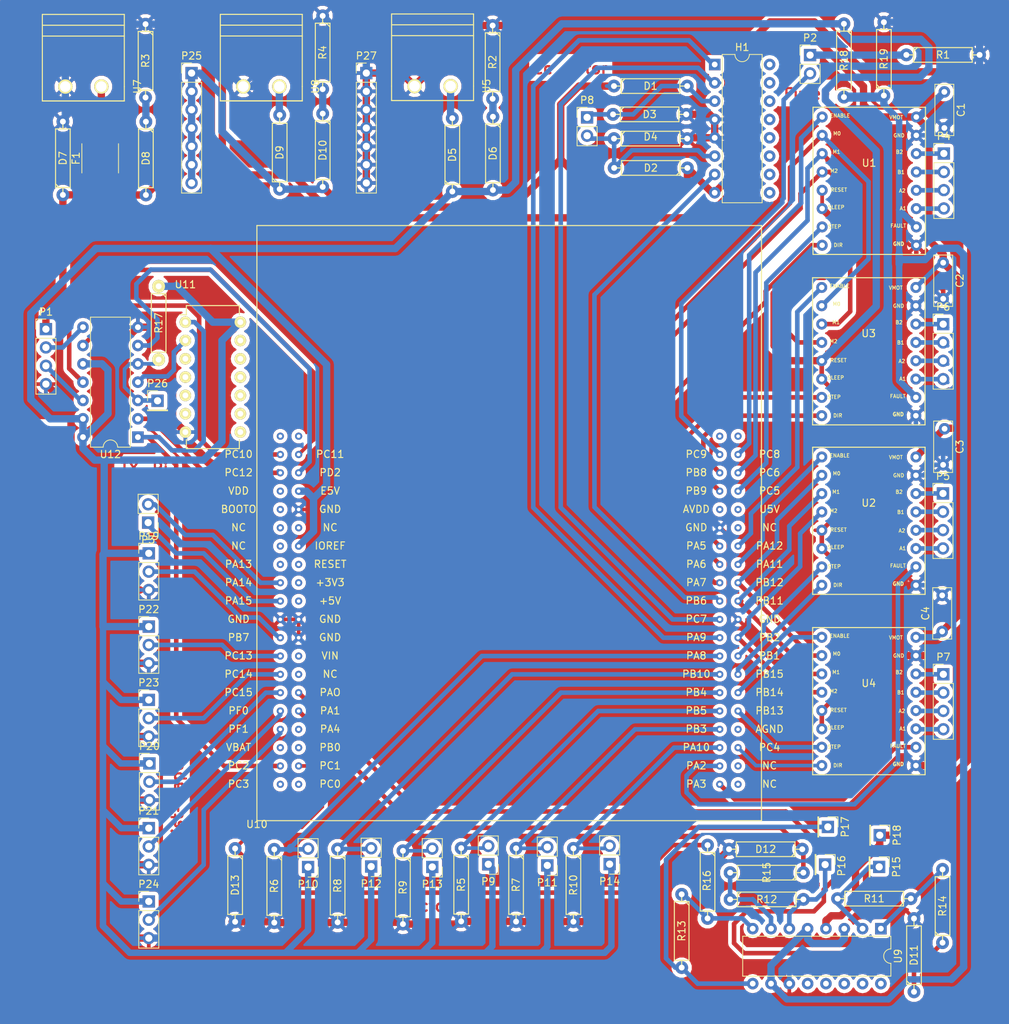
<source format=kicad_pcb>
(kicad_pcb (version 4) (host pcbnew 4.0.2+dfsg1-stable)
  (layers (0 F.Cu signal) (31 B.Cu signal hide) (34 B.Paste user) (35 F.Paste user) (36 B.SilkS user) (37 F.SilkS user) (38 B.Mask user) (39 F.Mask user) (44 Edge.Cuts user))
  (net 0 "")
  (net 1 +15V)
  (net 2 GND)
  (net 3 +5V)
  (net 4 +3V3)
  (net 5 +8V)
  (net 6 "Net-(D1-Pad2)")
  (net 7 "Net-(D2-Pad2)")
  (net 8 "Net-(D5-Pad2)")
  (net 9 "Net-(D6-Pad1)")
  (net 10 "Net-(D8-Pad1)")
  (net 11 "Net-(D9-Pad2)")
  (net 12 "Net-(D10-Pad1)")
  (net 13 /color_part/c_couleurR)
  (net 14 /color_part/c_couleurG)
  (net 15 /color_part/c_couleurB)
  (net 16 "Net-(F1-Pad2)")
  (net 17 /command_part/led_fusée)
  (net 18 /command_part/RX-Pi)
  (net 19 /command_part/TX-Pi)
  (net 20 "Net-(P4-Pad1)")
  (net 21 "Net-(P5-Pad1)")
  (net 22 "Net-(P5-Pad2)")
  (net 23 "Net-(P5-Pad3)")
  (net 24 "Net-(P5-Pad4)")
  (net 25 "Net-(P6-Pad1)")
  (net 26 "Net-(P6-Pad2)")
  (net 27 "Net-(P6-Pad3)")
  (net 28 "Net-(P6-Pad4)")
  (net 29 "Net-(P7-Pad1)")
  (net 30 "Net-(P7-Pad2)")
  (net 31 "Net-(P7-Pad3)")
  (net 32 "Net-(P7-Pad4)")
  (net 33 /command_part/c-distance1)
  (net 34 /command_part/c-distance4)
  (net 35 /command_part/c-distance5)
  (net 36 /cfc_part/cfc4)
  (net 37 /cfc_part/cfc1)
  (net 38 /cfc_part/cfc5)
  (net 39 /cfc_part/cfc2)
  (net 40 /cfc_part/cfc3)
  (net 41 /cfc_part/cfc6)
  (net 42 "Net-(P26-Pad1)")
  (net 43 "Net-(R11-Pad1)")
  (net 44 "Net-(R12-Pad1)")
  (net 45 /command_part/dir-servo)
  (net 46 /command_part/TX-servo)
  (net 47 /command_part/RX-servo)
  (net 48 "Net-(P2-Pad1)")
  (net 49 "Net-(P15-Pad1)")
  (net 50 "Net-(P16-Pad1)")
  (net 51 "Net-(P17-Pad1)")
  (net 52 "Net-(R13-Pad1)")
  (net 53 "Net-(U11-Pad2)")
  (net 54 "Net-(P4-Pad2)")
  (net 55 "Net-(P4-Pad3)")
  (net 56 "Net-(P4-Pad4)")
  (net 57 /command_part/c-distance2)
  (net 58 /command_part/c-distance3)
  (net 59 /command_part/c-distance6)
  (net 60 "Net-(U10-Pad1)")
  (net 61 "Net-(U10-Pad21)")
  (net 62 "Net-(U10-Pad3)")
  (net 63 "Net-(U10-Pad13)")
  (net 64 "Net-(U10-Pad14)")
  (net 65 "Net-(U10-Pad15)")
  (net 66 "Net-(U10-Pad16)")
  (net 67 "Net-(U10-Pad17)")
  (net 68 "Net-(U10-Pad23)")
  (net 69 "Net-(U10-Pad24)")
  (net 70 "Net-(U10-Pad27)")
  (net 71 "Net-(U10-Pad28)")
  (net 72 "Net-(U10-Pad31)")
  (net 73 "Net-(U10-Pad32)")
  (net 74 "Net-(U10-Pad33)")
  (net 75 "Net-(U10-Pad35)")
  (net 76 "Net-(U10-Pad41)")
  (net 77 /command_part/Carte_Fault_2)
  (net 78 "Net-(U10-Pad42)")
  (net 79 /command_part/step-r2)
  (net 80 "Net-(U10-Pad44)")
  (net 81 /command_part/step-r1)
  (net 82 /command_part/enable-r2)
  (net 83 /command_part/enable-r1)
  (net 84 /command_part/pince-M2)
  (net 85 /command_part/pince-M1)
  (net 86 /command_part/pince-M0)
  (net 87 /command_part/dir-p2)
  (net 88 /command_part/dir-p1)
  (net 89 /command_part/step-p2)
  (net 90 "Net-(U10-Pad55)")
  (net 91 "Net-(U10-Pad56)")
  (net 92 /command_part/step-p1)
  (net 93 /command_part/enable-p2)
  (net 94 /command_part/enable-p1)
  (net 95 /command_part/dir-r1)
  (net 96 /command_part/dir-r2)
  (net 97 /command_part/roue-M0)
  (net 98 "Net-(U10-Pad76)")
  (net 99 /command_part/roue-M1)
  (net 100 /command_part/roue-M2)
  (net 101 /command_part/dir-cc)
  (net 102 /command_part/speed-cc)
  (net 103 /command_part/enable-cc)
  (net 104 /command_part/Carte_Fault_1)
  (net 105 "Net-(U10-Pad20)")
  (net 106 "Net-(U10-Pad40)")
  (net 107 "Net-(U10-Pad60)")
  (net 108 "Net-(U10-Pad80)")
  (net 109 "Net-(H1-Pad9)")
  (net 110 "Net-(H1-Pad10)")
  (net 111 "Net-(H1-Pad11)")
  (net 112 "Net-(H1-Pad12)")
  (net 113 "Net-(H1-Pad13)")
  (net 114 "Net-(H1-Pad14)")
  (net 115 "Net-(H1-Pad15)")
  (net 116 "Net-(H1-Pad16)")
  (net 117 "Net-(P1-Pad2)")
  (net 118 "Net-(P1-Pad3)")
  (net 119 /balise_part/Tx-balise)
  (net 120 /balise_part/Rx-balise)
  (module robot_1A:Stepstick (layer F.Cu) (at 132.79 51.27)
    (fp_text reference U1 (at 7.78 -12.67) (layer F.SilkS))
    (fp_text value Stepstick)
    (fp_text user GND (at 11.88 -1.46) (layer F.SilkS) (effects (font (size 0.5 0.5) (thickness 0.125))))
    (fp_text user FAULT (at 11.83 -3.97) (layer F.SilkS) (effects (font (size 0.5 0.5) (thickness 0.1))))
    (fp_text user A1 (at 12.49 -6.38) (layer F.SilkS) (effects (font (size 0.5 0.5) (thickness 0.1))))
    (fp_text user A2 (at 12.38 -8.83) (layer F.SilkS) (effects (font (size 0.5 0.5) (thickness 0.1))))
    (fp_text user B1 (at 12.21 -11.4) (layer F.SilkS) (effects (font (size 0.5 0.5) (thickness 0.1))))
    (fp_text user B2 (at 11.99 -14.2) (layer F.SilkS) (effects (font (size 0.5 0.5) (thickness 0.1))))
    (fp_text user GND (at 11.93 -16.49) (layer F.SilkS) (effects (font (size 0.5 0.5) (thickness 0.1))))
    (fp_text user VMOT (at 11.54 -19) (layer F.SilkS) (effects (font (size 0.5 0.5) (thickness 0.1))))
    (fp_text user DIR (at 3.49 -1.29) (layer F.SilkS) (effects (font (size 0.5 0.5) (thickness 0.1))))
    (fp_text user STEP (at 2.99 -3.86) (layer F.SilkS) (effects (font (size 0.5 0.5) (thickness 0.1))))
    (fp_text user SLEEP (at 3.21 -6.54) (layer F.SilkS) (effects (font (size 0.5 0.5) (thickness 0.1))))
    (fp_text user RESET (at 3.59 -8.95) (layer F.SilkS) (effects (font (size 0.5 0.5) (thickness 0.1))))
    (fp_text user M2 (at 2.91 -11.58) (layer F.SilkS) (effects (font (size 0.5 0.5) (thickness 0.1))))
    (fp_text user M1 (at 3.25 -14.21) (layer F.SilkS) (effects (font (size 0.5 0.5) (thickness 0.1))))
    (fp_text user M0 (at 3.33 -16.76) (layer F.SilkS) (effects (font (size 0.5 0.5) (thickness 0.1))))
    (fp_text user ENABLE (at 3.75 -19.24) (layer F.SilkS) (effects (font (size 0.5 0.5) (thickness 0.1))))
    (pad 1 thru_hole circle (at 1.27 -1.27) (size 1.524 1.524) (drill 0.762) (layers *.Cu *.Mask) (net 88 /command_part/dir-p1))
    (pad 2 thru_hole circle (at 1.27 -3.81) (size 1.524 1.524) (drill 0.762) (layers *.Cu *.Mask) (net 92 /command_part/step-p1))
    (pad 3 thru_hole circle (at 1.27 -6.35) (size 1.524 1.524) (drill 0.762) (layers *.Cu *.Mask) (net 3 +5V))
    (pad 4 thru_hole circle (at 1.27 -8.89) (size 1.524 1.524) (drill 0.762) (layers *.Cu *.Mask) (net 3 +5V))
    (pad 5 thru_hole circle (at 1.27 -11.43) (size 1.524 1.524) (drill 0.762) (layers *.Cu *.Mask) (net 84 /command_part/pince-M2))
    (pad 6 thru_hole circle (at 1.27 -13.97) (size 1.524 1.524) (drill 0.762) (layers *.Cu *.Mask) (net 85 /command_part/pince-M1))
    (pad 7 thru_hole circle (at 1.27 -16.51) (size 1.524 1.524) (drill 0.762) (layers *.Cu *.Mask) (net 86 /command_part/pince-M0))
    (pad 8 thru_hole circle (at 1.27 -19.05) (size 1.524 1.524) (drill 0.762) (layers *.Cu *.Mask) (net 94 /command_part/enable-p1))
    (pad 9 thru_hole circle (at 14.33 -1.27) (size 1.524 1.524) (drill 0.762) (layers *.Cu *.Mask) (net 2 GND))
    (pad 10 thru_hole circle (at 14.33 -3.81) (size 1.524 1.524) (drill 0.762) (layers *.Cu *.Mask) (net 4 +3V3))
    (pad 11 thru_hole circle (at 14.33 -6.35) (size 1.524 1.524) (drill 0.762) (layers *.Cu *.Mask) (net 56 "Net-(P4-Pad4)"))
    (pad 12 thru_hole circle (at 14.33 -8.89) (size 1.524 1.524) (drill 0.762) (layers *.Cu *.Mask) (net 55 "Net-(P4-Pad3)"))
    (pad 13 thru_hole circle (at 14.33 -11.43) (size 1.524 1.524) (drill 0.762) (layers *.Cu *.Mask) (net 54 "Net-(P4-Pad2)"))
    (pad 14 thru_hole circle (at 14.33 -13.97) (size 1.524 1.524) (drill 0.762) (layers *.Cu *.Mask) (net 20 "Net-(P4-Pad1)"))
    (pad 15 thru_hole circle (at 14.33 -16.51) (size 1.524 1.524) (drill 0.762) (layers *.Cu *.Mask) (net 2 GND))
    (pad 16 thru_hole circle (at 14.33 -19.05) (size 1.524 1.524) (drill 0.762) (layers *.Cu *.Mask) (net 1 +15V))
  )
  (module robot_1A:Nucleo-64 (layer F.Cu) (at 55.64 129.77)
    (fp_text reference U10 (at 0 0.5) (layer F.SilkS))
    (fp_text value Nucleo-64)
    (fp_text user NC (at 71.12 -5.08) (layer F.SilkS))
    (fp_text user NC (at 71.12 -7.62) (layer F.SilkS))
    (fp_text user PC4 (at 71.12 -10.16) (layer F.SilkS))
    (fp_text user AGND (at 71.12 -12.7) (layer F.SilkS))
    (fp_text user PB13 (at 71.12 -15.24) (layer F.SilkS))
    (fp_text user PB14 (at 71.12 -17.78) (layer F.SilkS))
    (fp_text user PB15 (at 71.12 -20.32) (layer F.SilkS))
    (fp_text user PB1 (at 71.12 -22.86) (layer F.SilkS))
    (fp_text user PB2 (at 71.12 -25.4) (layer F.SilkS))
    (fp_text user GND (at 71.12 -27.94) (layer F.SilkS))
    (fp_text user PB11 (at 71.12 -30.48) (layer F.SilkS))
    (fp_text user PB12 (at 71.12 -33.02) (layer F.SilkS))
    (fp_text user PA11 (at 71.12 -35.56) (layer F.SilkS))
    (fp_text user PA12 (at 71.12 -38.1) (layer F.SilkS))
    (fp_text user NC (at 71.12 -40.64) (layer F.SilkS))
    (fp_text user U5V (at 71.12 -43.18) (layer F.SilkS))
    (fp_text user PC5 (at 71.12 -45.72) (layer F.SilkS))
    (fp_text user PC6 (at 71.12 -48.26) (layer F.SilkS))
    (fp_text user PC8 (at 71.12 -50.8) (layer F.SilkS))
    (fp_text user PA3 (at 60.96 -5.08) (layer F.SilkS))
    (fp_text user PA2 (at 60.96 -7.62) (layer F.SilkS))
    (fp_text user PA10 (at 60.96 -10.16) (layer F.SilkS))
    (fp_text user PB3 (at 60.96 -12.7) (layer F.SilkS))
    (fp_text user PB5 (at 60.96 -15.24) (layer F.SilkS))
    (fp_text user PB4 (at 60.96 -17.78) (layer F.SilkS))
    (fp_text user PB10 (at 60.96 -20.32) (layer F.SilkS))
    (fp_text user PA8 (at 60.96 -22.86) (layer F.SilkS))
    (fp_text user PA9 (at 60.96 -25.4) (layer F.SilkS))
    (fp_text user PC7 (at 60.96 -27.94) (layer F.SilkS))
    (fp_text user PB6 (at 60.96 -30.48) (layer F.SilkS))
    (fp_text user PA7 (at 60.96 -33.02) (layer F.SilkS))
    (fp_text user PA6 (at 60.96 -35.56) (layer F.SilkS))
    (fp_text user PA5 (at 60.96 -38.1) (layer F.SilkS))
    (fp_text user GND (at 60.96 -40.64) (layer F.SilkS))
    (fp_text user AVDD (at 60.96 -43.18) (layer F.SilkS))
    (fp_text user PB9 (at 60.96 -45.72) (layer F.SilkS))
    (fp_text user PB8 (at 60.96 -48.26) (layer F.SilkS))
    (fp_text user PC9 (at 60.96 -50.8) (layer F.SilkS))
    (fp_text user PC0 (at 10.16 -5.08) (layer F.SilkS))
    (fp_text user PC1 (at 10.16 -7.62) (layer F.SilkS))
    (fp_text user PB0 (at 10.16 -10.16) (layer F.SilkS))
    (fp_text user PA4 (at 10.16 -12.7) (layer F.SilkS))
    (fp_text user PA1 (at 10.16 -15.24) (layer F.SilkS))
    (fp_text user PAO (at 10.16 -17.78) (layer F.SilkS))
    (fp_text user NC (at 10.16 -20.32) (layer F.SilkS))
    (fp_text user VIN (at 10.16 -22.86) (layer F.SilkS))
    (fp_text user GND (at 10.16 -25.4) (layer F.SilkS))
    (fp_text user GND (at 10.16 -27.94) (layer F.SilkS))
    (fp_text user +5V (at 10.16 -30.48) (layer F.SilkS))
    (fp_text user +3V3 (at 10.16 -33.02) (layer F.SilkS))
    (fp_text user RESET (at 10.16 -35.56) (layer F.SilkS))
    (fp_text user IOREF (at 10.16 -38.1) (layer F.SilkS))
    (fp_text user NC (at 10.16 -40.64) (layer F.SilkS))
    (fp_text user GND (at 10.16 -43.18) (layer F.SilkS))
    (fp_text user E5V (at 10.16 -45.72) (layer F.SilkS))
    (fp_text user PD2 (at 10.16 -48.26) (layer F.SilkS))
    (fp_text user PC11 (at 10.16 -50.8) (layer F.SilkS))
    (fp_text user PC3 (at -2.54 -5.08) (layer F.SilkS))
    (fp_text user PC2 (at -2.54 -7.62) (layer F.SilkS))
    (fp_text user VBAT (at -2.54 -10.16) (layer F.SilkS))
    (fp_text user PF1 (at -2.54 -12.7) (layer F.SilkS))
    (fp_text user PF0 (at -2.54 -15.24) (layer F.SilkS))
    (fp_text user PC15 (at -2.54 -17.78) (layer F.SilkS))
    (fp_text user PC14 (at -2.54 -20.32) (layer F.SilkS))
    (fp_text user PC13 (at -2.54 -22.86) (layer F.SilkS))
    (fp_text user PB7 (at -2.54 -25.4) (layer F.SilkS))
    (fp_text user GND (at -2.54 -27.94) (layer F.SilkS))
    (fp_text user PA15 (at -2.54 -30.48) (layer F.SilkS))
    (fp_text user PA14 (at -2.54 -33.02) (layer F.SilkS))
    (fp_text user PA13 (at -2.54 -35.56) (layer F.SilkS))
    (fp_text user NC (at -2.54 -38.1) (layer F.SilkS))
    (fp_text user NC (at -2.54 -40.64) (layer F.SilkS))
    (fp_text user BOOTO (at -2.54 -43.18) (layer F.SilkS))
    (fp_text user VDD (at -2.54 -45.72) (layer F.SilkS))
    (fp_text user PC12 (at -2.54 -48.26) (layer F.SilkS))
    (fp_text user PC10 (at -2.54 -50.8) (layer F.SilkS))
    (pad 1 thru_hole circle (at 3.25 -5.04) (size 1 1) (drill 0.5) (layers *.Cu *.Mask) (net 60 "Net-(U10-Pad1)"))
    (pad 21 thru_hole circle (at 5.79 -5.04) (size 1 1) (drill 0.5) (layers *.Cu *.Mask) (net 61 "Net-(U10-Pad21)"))
    (pad 2 thru_hole circle (at 3.25 -7.58) (size 1 1) (drill 0.5) (layers *.Cu *.Mask) (net 45 /command_part/dir-servo))
    (pad 3 thru_hole circle (at 3.25 -10.12) (size 1 1) (drill 0.5) (layers *.Cu *.Mask) (net 62 "Net-(U10-Pad3)"))
    (pad 4 thru_hole circle (at 3.25 -12.66) (size 1 1) (drill 0.5) (layers *.Cu *.Mask) (net 59 /command_part/c-distance6))
    (pad 5 thru_hole circle (at 3.25 -15.2) (size 1 1) (drill 0.5) (layers *.Cu *.Mask) (net 35 /command_part/c-distance5))
    (pad 6 thru_hole circle (at 3.25 -17.74) (size 1 1) (drill 0.5) (layers *.Cu *.Mask) (net 34 /command_part/c-distance4))
    (pad 7 thru_hole circle (at 3.25 -20.28) (size 1 1) (drill 0.5) (layers *.Cu *.Mask) (net 58 /command_part/c-distance3))
    (pad 8 thru_hole circle (at 3.25 -22.82) (size 1 1) (drill 0.5) (layers *.Cu *.Mask) (net 57 /command_part/c-distance2))
    (pad 9 thru_hole circle (at 3.25 -25.36) (size 1 1) (drill 0.5) (layers *.Cu *.Mask) (net 33 /command_part/c-distance1))
    (pad 10 thru_hole circle (at 3.25 -27.9) (size 1 1) (drill 0.5) (layers *.Cu *.Mask) (net 2 GND))
    (pad 11 thru_hole circle (at 3.25 -30.44) (size 1 1) (drill 0.5) (layers *.Cu *.Mask) (net 18 /command_part/RX-Pi))
    (pad 12 thru_hole circle (at 3.25 -32.98) (size 1 1) (drill 0.5) (layers *.Cu *.Mask) (net 19 /command_part/TX-Pi))
    (pad 13 thru_hole circle (at 3.25 -35.52) (size 1 1) (drill 0.5) (layers *.Cu *.Mask) (net 63 "Net-(U10-Pad13)"))
    (pad 14 thru_hole circle (at 3.25 -38.06) (size 1 1) (drill 0.5) (layers *.Cu *.Mask) (net 64 "Net-(U10-Pad14)"))
    (pad 15 thru_hole circle (at 3.25 -40.6) (size 1 1) (drill 0.5) (layers *.Cu *.Mask) (net 65 "Net-(U10-Pad15)"))
    (pad 16 thru_hole circle (at 3.25 -43.14) (size 1 1) (drill 0.5) (layers *.Cu *.Mask) (net 66 "Net-(U10-Pad16)"))
    (pad 17 thru_hole circle (at 3.25 -45.68) (size 1 1) (drill 0.5) (layers *.Cu *.Mask) (net 67 "Net-(U10-Pad17)"))
    (pad 18 thru_hole circle (at 3.25 -48.22) (size 1 1) (drill 0.5) (layers *.Cu *.Mask) (net 46 /command_part/TX-servo))
    (pad 19 thru_hole circle (at 3.25 -50.76) (size 1 1) (drill 0.5) (layers *.Cu *.Mask) (net 119 /balise_part/Tx-balise))
    (pad 22 thru_hole circle (at 5.79 -7.58) (size 1 1) (drill 0.5) (layers *.Cu *.Mask) (net 15 /color_part/c_couleurB))
    (pad 23 thru_hole circle (at 5.79 -10.12) (size 1 1) (drill 0.5) (layers *.Cu *.Mask) (net 68 "Net-(U10-Pad23)"))
    (pad 24 thru_hole circle (at 5.79 -12.66) (size 1 1) (drill 0.5) (layers *.Cu *.Mask) (net 69 "Net-(U10-Pad24)"))
    (pad 25 thru_hole circle (at 5.79 -15.2) (size 1 1) (drill 0.5) (layers *.Cu *.Mask) (net 14 /color_part/c_couleurG))
    (pad 26 thru_hole circle (at 5.79 -17.74) (size 1 1) (drill 0.5) (layers *.Cu *.Mask) (net 13 /color_part/c_couleurR))
    (pad 27 thru_hole circle (at 5.79 -20.28) (size 1 1) (drill 0.5) (layers *.Cu *.Mask) (net 70 "Net-(U10-Pad27)"))
    (pad 28 thru_hole circle (at 5.79 -22.82) (size 1 1) (drill 0.5) (layers *.Cu *.Mask) (net 71 "Net-(U10-Pad28)"))
    (pad 29 thru_hole circle (at 5.79 -25.36) (size 1 1) (drill 0.5) (layers *.Cu *.Mask) (net 2 GND))
    (pad 30 thru_hole circle (at 5.79 -27.9) (size 1 1) (drill 0.5) (layers *.Cu *.Mask) (net 2 GND))
    (pad 31 thru_hole circle (at 5.79 -30.44) (size 1 1) (drill 0.5) (layers *.Cu *.Mask) (net 72 "Net-(U10-Pad31)"))
    (pad 32 thru_hole circle (at 5.79 -32.98) (size 1 1) (drill 0.5) (layers *.Cu *.Mask) (net 73 "Net-(U10-Pad32)"))
    (pad 33 thru_hole circle (at 5.79 -35.52) (size 1 1) (drill 0.5) (layers *.Cu *.Mask) (net 74 "Net-(U10-Pad33)"))
    (pad 34 thru_hole circle (at 5.79 -38.06) (size 1 1) (drill 0.5) (layers *.Cu *.Mask) (net 3 +5V))
    (pad 35 thru_hole circle (at 5.79 -40.6) (size 1 1) (drill 0.5) (layers *.Cu *.Mask) (net 75 "Net-(U10-Pad35)"))
    (pad 36 thru_hole circle (at 5.79 -43.14) (size 1 1) (drill 0.5) (layers *.Cu *.Mask) (net 2 GND))
    (pad 37 thru_hole circle (at 5.79 -45.68) (size 1 1) (drill 0.5) (layers *.Cu *.Mask) (net 3 +5V))
    (pad 38 thru_hole circle (at 5.79 -48.22) (size 1 1) (drill 0.5) (layers *.Cu *.Mask) (net 47 /command_part/RX-servo))
    (pad 39 thru_hole circle (at 5.79 -50.76) (size 1 1) (drill 0.5) (layers *.Cu *.Mask) (net 120 /balise_part/Rx-balise))
    (pad 41 thru_hole circle (at 66.75 -5.04) (size 1 1) (drill 0.5) (layers *.Cu *.Mask) (net 76 "Net-(U10-Pad41)"))
    (pad 61 thru_hole circle (at 64.21 -5.04) (size 1 1) (drill 0.5) (layers *.Cu *.Mask) (net 77 /command_part/Carte_Fault_2))
    (pad 42 thru_hole circle (at 66.75 -7.58) (size 1 1) (drill 0.5) (layers *.Cu *.Mask) (net 78 "Net-(U10-Pad42)"))
    (pad 43 thru_hole circle (at 66.75 -10.12) (size 1 1) (drill 0.5) (layers *.Cu *.Mask) (net 96 /command_part/dir-r2))
    (pad 44 thru_hole circle (at 66.75 -12.66) (size 1 1) (drill 0.5) (layers *.Cu *.Mask) (net 80 "Net-(U10-Pad44)"))
    (pad 45 thru_hole circle (at 66.75 -15.2) (size 1 1) (drill 0.5) (layers *.Cu *.Mask) (net 79 /command_part/step-r2))
    (pad 46 thru_hole circle (at 66.75 -17.74) (size 1 1) (drill 0.5) (layers *.Cu *.Mask) (net 82 /command_part/enable-r2))
    (pad 47 thru_hole circle (at 66.75 -20.28) (size 1 1) (drill 0.5) (layers *.Cu *.Mask) (net 95 /command_part/dir-r1))
    (pad 48 thru_hole circle (at 66.75 -22.82) (size 1 1) (drill 0.5) (layers *.Cu *.Mask) (net 81 /command_part/step-r1))
    (pad 49 thru_hole circle (at 66.75 -25.36) (size 1 1) (drill 0.5) (layers *.Cu *.Mask) (net 100 /command_part/roue-M2))
    (pad 50 thru_hole circle (at 66.75 -27.9) (size 1 1) (drill 0.5) (layers *.Cu *.Mask) (net 2 GND))
    (pad 51 thru_hole circle (at 66.75 -30.44) (size 1 1) (drill 0.5) (layers *.Cu *.Mask) (net 99 /command_part/roue-M1))
    (pad 52 thru_hole circle (at 66.75 -32.98) (size 1 1) (drill 0.5) (layers *.Cu *.Mask) (net 97 /command_part/roue-M0))
    (pad 53 thru_hole circle (at 66.75 -35.52) (size 1 1) (drill 0.5) (layers *.Cu *.Mask) (net 83 /command_part/enable-r1))
    (pad 54 thru_hole circle (at 66.75 -38.06) (size 1 1) (drill 0.5) (layers *.Cu *.Mask) (net 93 /command_part/enable-p2))
    (pad 55 thru_hole circle (at 66.75 -40.6) (size 1 1) (drill 0.5) (layers *.Cu *.Mask) (net 90 "Net-(U10-Pad55)"))
    (pad 56 thru_hole circle (at 66.75 -43.14) (size 1 1) (drill 0.5) (layers *.Cu *.Mask) (net 91 "Net-(U10-Pad56)"))
    (pad 57 thru_hole circle (at 66.75 -45.68) (size 1 1) (drill 0.5) (layers *.Cu *.Mask) (net 92 /command_part/step-p1))
    (pad 58 thru_hole circle (at 66.75 -48.22) (size 1 1) (drill 0.5) (layers *.Cu *.Mask) (net 85 /command_part/pince-M1))
    (pad 59 thru_hole circle (at 66.75 -50.76) (size 1 1) (drill 0.5) (layers *.Cu *.Mask) (net 94 /command_part/enable-p1))
    (pad 79 thru_hole circle (at 64.21 -50.76) (size 1 1) (drill 0.5) (layers *.Cu *.Mask) (net 17 /command_part/led_fusée))
    (pad 78 thru_hole circle (at 64.21 -48.22) (size 1 1) (drill 0.5) (layers *.Cu *.Mask) (net 87 /command_part/dir-p2))
    (pad 77 thru_hole circle (at 64.21 -45.68) (size 1 1) (drill 0.5) (layers *.Cu *.Mask) (net 89 /command_part/step-p2))
    (pad 76 thru_hole circle (at 64.21 -43.14) (size 1 1) (drill 0.5) (layers *.Cu *.Mask) (net 98 "Net-(U10-Pad76)"))
    (pad 75 thru_hole circle (at 64.21 -40.6) (size 1 1) (drill 0.5) (layers *.Cu *.Mask) (net 2 GND))
    (pad 74 thru_hole circle (at 64.21 -38.06) (size 1 1) (drill 0.5) (layers *.Cu *.Mask) (net 88 /command_part/dir-p1))
    (pad 73 thru_hole circle (at 64.21 -35.52) (size 1 1) (drill 0.5) (layers *.Cu *.Mask) (net 84 /command_part/pince-M2))
    (pad 72 thru_hole circle (at 64.21 -32.98) (size 1 1) (drill 0.5) (layers *.Cu *.Mask) (net 86 /command_part/pince-M0))
    (pad 71 thru_hole circle (at 64.21 -30.44) (size 1 1) (drill 0.5) (layers *.Cu *.Mask) (net 101 /command_part/dir-cc))
    (pad 70 thru_hole circle (at 64.21 -27.9) (size 1 1) (drill 0.5) (layers *.Cu *.Mask) (net 102 /command_part/speed-cc))
    (pad 69 thru_hole circle (at 64.21 -25.36) (size 1 1) (drill 0.5) (layers *.Cu *.Mask) (net 103 /command_part/enable-cc))
    (pad 68 thru_hole circle (at 64.21 -22.82) (size 1 1) (drill 0.5) (layers *.Cu *.Mask) (net 37 /cfc_part/cfc1))
    (pad 67 thru_hole circle (at 64.21 -20.28) (size 1 1) (drill 0.5) (layers *.Cu *.Mask) (net 39 /cfc_part/cfc2))
    (pad 66 thru_hole circle (at 64.21 -17.74) (size 1 1) (drill 0.5) (layers *.Cu *.Mask) (net 40 /cfc_part/cfc3))
    (pad 65 thru_hole circle (at 64.21 -15.2) (size 1 1) (drill 0.5) (layers *.Cu *.Mask) (net 36 /cfc_part/cfc4))
    (pad 64 thru_hole circle (at 64.21 -12.66) (size 1 1) (drill 0.5) (layers *.Cu *.Mask) (net 38 /cfc_part/cfc5))
    (pad 63 thru_hole circle (at 64.21 -10.12) (size 1 1) (drill 0.5) (layers *.Cu *.Mask) (net 41 /cfc_part/cfc6))
    (pad 62 thru_hole circle (at 64.21 -7.58) (size 1 1) (drill 0.5) (layers *.Cu *.Mask) (net 104 /command_part/Carte_Fault_1))
    (pad 20 thru_hole circle (at 3.25 -53.3) (size 1 1) (drill 0.5) (layers *.Cu *.Mask) (net 105 "Net-(U10-Pad20)"))
    (pad 40 thru_hole circle (at 5.79 -53.3) (size 1 1) (drill 0.5) (layers *.Cu *.Mask) (net 106 "Net-(U10-Pad40)"))
    (pad 60 thru_hole circle (at 66.75 -53.3) (size 1 1) (drill 0.5) (layers *.Cu *.Mask) (net 107 "Net-(U10-Pad60)"))
    (pad 80 thru_hole circle (at 64.21 -53.3) (size 1 1) (drill 0.5) (layers *.Cu *.Mask) (net 108 "Net-(U10-Pad80)"))
  )
  (module robot_1A:Stepstick (layer F.Cu) (at 132.74 98.4)
    (fp_text reference U2 (at 7.78 -12.67) (layer F.SilkS))
    (fp_text value Stepstick)
    (fp_text user GND (at 11.88 -1.46) (layer F.SilkS) (effects (font (size 0.5 0.5) (thickness 0.125))))
    (fp_text user FAULT (at 11.83 -3.97) (layer F.SilkS) (effects (font (size 0.5 0.5) (thickness 0.1))))
    (fp_text user A1 (at 12.49 -6.38) (layer F.SilkS) (effects (font (size 0.5 0.5) (thickness 0.1))))
    (fp_text user A2 (at 12.38 -8.83) (layer F.SilkS) (effects (font (size 0.5 0.5) (thickness 0.1))))
    (fp_text user B1 (at 12.21 -11.4) (layer F.SilkS) (effects (font (size 0.5 0.5) (thickness 0.1))))
    (fp_text user B2 (at 11.99 -14.2) (layer F.SilkS) (effects (font (size 0.5 0.5) (thickness 0.1))))
    (fp_text user GND (at 11.93 -16.49) (layer F.SilkS) (effects (font (size 0.5 0.5) (thickness 0.1))))
    (fp_text user VMOT (at 11.54 -19) (layer F.SilkS) (effects (font (size 0.5 0.5) (thickness 0.1))))
    (fp_text user DIR (at 3.49 -1.29) (layer F.SilkS) (effects (font (size 0.5 0.5) (thickness 0.1))))
    (fp_text user STEP (at 2.99 -3.86) (layer F.SilkS) (effects (font (size 0.5 0.5) (thickness 0.1))))
    (fp_text user SLEEP (at 3.21 -6.54) (layer F.SilkS) (effects (font (size 0.5 0.5) (thickness 0.1))))
    (fp_text user RESET (at 3.59 -8.95) (layer F.SilkS) (effects (font (size 0.5 0.5) (thickness 0.1))))
    (fp_text user M2 (at 2.91 -11.58) (layer F.SilkS) (effects (font (size 0.5 0.5) (thickness 0.1))))
    (fp_text user M1 (at 3.25 -14.21) (layer F.SilkS) (effects (font (size 0.5 0.5) (thickness 0.1))))
    (fp_text user M0 (at 3.33 -16.76) (layer F.SilkS) (effects (font (size 0.5 0.5) (thickness 0.1))))
    (fp_text user ENABLE (at 3.75 -19.24) (layer F.SilkS) (effects (font (size 0.5 0.5) (thickness 0.1))))
    (pad 1 thru_hole circle (at 1.27 -1.27) (size 1.524 1.524) (drill 0.762) (layers *.Cu *.Mask) (net 95 /command_part/dir-r1))
    (pad 2 thru_hole circle (at 1.27 -3.81) (size 1.524 1.524) (drill 0.762) (layers *.Cu *.Mask) (net 81 /command_part/step-r1))
    (pad 3 thru_hole circle (at 1.27 -6.35) (size 1.524 1.524) (drill 0.762) (layers *.Cu *.Mask) (net 3 +5V))
    (pad 4 thru_hole circle (at 1.27 -8.89) (size 1.524 1.524) (drill 0.762) (layers *.Cu *.Mask) (net 3 +5V))
    (pad 5 thru_hole circle (at 1.27 -11.43) (size 1.524 1.524) (drill 0.762) (layers *.Cu *.Mask) (net 100 /command_part/roue-M2))
    (pad 6 thru_hole circle (at 1.27 -13.97) (size 1.524 1.524) (drill 0.762) (layers *.Cu *.Mask) (net 99 /command_part/roue-M1))
    (pad 7 thru_hole circle (at 1.27 -16.51) (size 1.524 1.524) (drill 0.762) (layers *.Cu *.Mask) (net 97 /command_part/roue-M0))
    (pad 8 thru_hole circle (at 1.27 -19.05) (size 1.524 1.524) (drill 0.762) (layers *.Cu *.Mask) (net 83 /command_part/enable-r1))
    (pad 9 thru_hole circle (at 14.33 -1.27) (size 1.524 1.524) (drill 0.762) (layers *.Cu *.Mask) (net 2 GND))
    (pad 10 thru_hole circle (at 14.33 -3.81) (size 1.524 1.524) (drill 0.762) (layers *.Cu *.Mask) (net 104 /command_part/Carte_Fault_1))
    (pad 11 thru_hole circle (at 14.33 -6.35) (size 1.524 1.524) (drill 0.762) (layers *.Cu *.Mask) (net 24 "Net-(P5-Pad4)"))
    (pad 12 thru_hole circle (at 14.33 -8.89) (size 1.524 1.524) (drill 0.762) (layers *.Cu *.Mask) (net 23 "Net-(P5-Pad3)"))
    (pad 13 thru_hole circle (at 14.33 -11.43) (size 1.524 1.524) (drill 0.762) (layers *.Cu *.Mask) (net 22 "Net-(P5-Pad2)"))
    (pad 14 thru_hole circle (at 14.33 -13.97) (size 1.524 1.524) (drill 0.762) (layers *.Cu *.Mask) (net 21 "Net-(P5-Pad1)"))
    (pad 15 thru_hole circle (at 14.33 -16.51) (size 1.524 1.524) (drill 0.762) (layers *.Cu *.Mask) (net 2 GND))
    (pad 16 thru_hole circle (at 14.33 -19.05) (size 1.524 1.524) (drill 0.762) (layers *.Cu *.Mask) (net 1 +15V))
  )
  (module Pin_Headers:Pin_Header_Straight_1x01_Pitch2.54mm (layer F.Cu) (at 134.47 135.86 270)
    (fp_text reference P16 (at 0.165 -2.275 270) (layer F.SilkS))
    (fp_text value green-captor)
    (pad 1 thru_hole rect (at 0 0 270) (size 1.7 1.7) (drill 1) (layers *.Cu *.Mask) (net 50 "Net-(P16-Pad1)"))
  )
  (module robot_1A:Stepstick (layer F.Cu) (at 132.74 123.4)
    (fp_text reference U4 (at 7.78 -12.67) (layer F.SilkS))
    (fp_text value Stepstick)
    (fp_text user GND (at 11.88 -1.46) (layer F.SilkS) (effects (font (size 0.5 0.5) (thickness 0.125))))
    (fp_text user FAULT (at 11.83 -3.97) (layer F.SilkS) (effects (font (size 0.5 0.5) (thickness 0.1))))
    (fp_text user A1 (at 12.49 -6.38) (layer F.SilkS) (effects (font (size 0.5 0.5) (thickness 0.1))))
    (fp_text user A2 (at 12.38 -8.83) (layer F.SilkS) (effects (font (size 0.5 0.5) (thickness 0.1))))
    (fp_text user B1 (at 12.21 -11.4) (layer F.SilkS) (effects (font (size 0.5 0.5) (thickness 0.1))))
    (fp_text user B2 (at 11.99 -14.2) (layer F.SilkS) (effects (font (size 0.5 0.5) (thickness 0.1))))
    (fp_text user GND (at 11.93 -16.49) (layer F.SilkS) (effects (font (size 0.5 0.5) (thickness 0.1))))
    (fp_text user VMOT (at 11.54 -19) (layer F.SilkS) (effects (font (size 0.5 0.5) (thickness 0.1))))
    (fp_text user DIR (at 3.49 -1.29) (layer F.SilkS) (effects (font (size 0.5 0.5) (thickness 0.1))))
    (fp_text user STEP (at 2.99 -3.86) (layer F.SilkS) (effects (font (size 0.5 0.5) (thickness 0.1))))
    (fp_text user SLEEP (at 3.21 -6.54) (layer F.SilkS) (effects (font (size 0.5 0.5) (thickness 0.1))))
    (fp_text user RESET (at 3.59 -8.95) (layer F.SilkS) (effects (font (size 0.5 0.5) (thickness 0.1))))
    (fp_text user M2 (at 2.91 -11.58) (layer F.SilkS) (effects (font (size 0.5 0.5) (thickness 0.1))))
    (fp_text user M1 (at 3.25 -14.21) (layer F.SilkS) (effects (font (size 0.5 0.5) (thickness 0.1))))
    (fp_text user M0 (at 3.33 -16.76) (layer F.SilkS) (effects (font (size 0.5 0.5) (thickness 0.1))))
    (fp_text user ENABLE (at 3.75 -19.24) (layer F.SilkS) (effects (font (size 0.5 0.5) (thickness 0.1))))
    (pad 1 thru_hole circle (at 1.27 -1.27) (size 1.524 1.524) (drill 0.762) (layers *.Cu *.Mask) (net 96 /command_part/dir-r2))
    (pad 2 thru_hole circle (at 1.27 -3.81) (size 1.524 1.524) (drill 0.762) (layers *.Cu *.Mask) (net 79 /command_part/step-r2))
    (pad 3 thru_hole circle (at 1.27 -6.35) (size 1.524 1.524) (drill 0.762) (layers *.Cu *.Mask) (net 3 +5V))
    (pad 4 thru_hole circle (at 1.27 -8.89) (size 1.524 1.524) (drill 0.762) (layers *.Cu *.Mask) (net 3 +5V))
    (pad 5 thru_hole circle (at 1.27 -11.43) (size 1.524 1.524) (drill 0.762) (layers *.Cu *.Mask) (net 100 /command_part/roue-M2))
    (pad 6 thru_hole circle (at 1.27 -13.97) (size 1.524 1.524) (drill 0.762) (layers *.Cu *.Mask) (net 99 /command_part/roue-M1))
    (pad 7 thru_hole circle (at 1.27 -16.51) (size 1.524 1.524) (drill 0.762) (layers *.Cu *.Mask) (net 97 /command_part/roue-M0))
    (pad 8 thru_hole circle (at 1.27 -19.05) (size 1.524 1.524) (drill 0.762) (layers *.Cu *.Mask) (net 82 /command_part/enable-r2))
    (pad 9 thru_hole circle (at 14.33 -1.27) (size 1.524 1.524) (drill 0.762) (layers *.Cu *.Mask) (net 2 GND))
    (pad 10 thru_hole circle (at 14.33 -3.81) (size 1.524 1.524) (drill 0.762) (layers *.Cu *.Mask) (net 77 /command_part/Carte_Fault_2))
    (pad 11 thru_hole circle (at 14.33 -6.35) (size 1.524 1.524) (drill 0.762) (layers *.Cu *.Mask) (net 32 "Net-(P7-Pad4)"))
    (pad 12 thru_hole circle (at 14.33 -8.89) (size 1.524 1.524) (drill 0.762) (layers *.Cu *.Mask) (net 31 "Net-(P7-Pad3)"))
    (pad 13 thru_hole circle (at 14.33 -11.43) (size 1.524 1.524) (drill 0.762) (layers *.Cu *.Mask) (net 30 "Net-(P7-Pad2)"))
    (pad 14 thru_hole circle (at 14.33 -13.97) (size 1.524 1.524) (drill 0.762) (layers *.Cu *.Mask) (net 29 "Net-(P7-Pad1)"))
    (pad 15 thru_hole circle (at 14.33 -16.51) (size 1.524 1.524) (drill 0.762) (layers *.Cu *.Mask) (net 2 GND))
    (pad 16 thru_hole circle (at 14.33 -19.05) (size 1.524 1.524) (drill 0.762) (layers *.Cu *.Mask) (net 1 +15V))
  )
  (module Discret:R4-LARGE_PADS (layer F.Cu) (at 141.28 140.58 180)
    (fp_text reference R11 (at 0 0 180) (layer F.SilkS))
    (fp_text value 100M)
    (pad 1 thru_hole circle (at -5.08 0 180) (size 1.778 1.778) (drill 0.8128) (layers *.Cu *.Mask) (net 43 "Net-(R11-Pad1)"))
    (pad 2 thru_hole circle (at 5.08 0 180) (size 1.778 1.778) (drill 0.8128) (layers *.Cu *.Mask) (net 49 "Net-(P15-Pad1)"))
  )
  (module Pin_Headers:Pin_Header_Straight_1x01_Pitch2.54mm (layer F.Cu) (at 142.05 131.79 270)
    (fp_text reference P18 (at 0 -2.39 270) (layer F.SilkS))
    (fp_text value alim-color)
    (pad 1 thru_hole rect (at 0 0 270) (size 1.7 1.7) (drill 1) (layers *.Cu *.Mask) (net 5 +8V))
  )
  (module Pin_Headers:Pin_Header_Straight_1x01_Pitch2.54mm (layer F.Cu) (at 141.97 136.18 270)
    (fp_text reference P15 (at 0 -2.39 270) (layer F.SilkS))
    (fp_text value red-captor)
    (pad 1 thru_hole rect (at 0 0 270) (size 1.7 1.7) (drill 1) (layers *.Cu *.Mask) (net 49 "Net-(P15-Pad1)"))
  )
  (module Housings_DIP:DIP-14_W7.62mm (layer F.Cu) (at 39.13 76.6 180)
    (fp_text reference U12 (at 3.81 -2.39 180) (layer F.SilkS))
    (fp_text value 74LS126)
    (pad 1 thru_hole rect (at 0 0 180) (size 1.6 1.6) (drill 0.8) (layers *.Cu *.Mask) (net 45 /command_part/dir-servo))
    (pad 8 thru_hole oval (at 7.62 15.24 180) (size 1.6 1.6) (drill 0.8) (layers *.Cu *.Mask) (net 117 "Net-(P1-Pad2)"))
    (pad 2 thru_hole oval (at 0 2.54 180) (size 1.6 1.6) (drill 0.8) (layers *.Cu *.Mask) (net 46 /command_part/TX-servo))
    (pad 9 thru_hole oval (at 7.62 12.7 180) (size 1.6 1.6) (drill 0.8) (layers *.Cu *.Mask) (net 119 /balise_part/Tx-balise))
    (pad 3 thru_hole oval (at 0 5.08 180) (size 1.6 1.6) (drill 0.8) (layers *.Cu *.Mask) (net 42 "Net-(P26-Pad1)"))
    (pad 10 thru_hole oval (at 7.62 10.16 180) (size 1.6 1.6) (drill 0.8) (layers *.Cu *.Mask) (net 3 +5V))
    (pad 4 thru_hole oval (at 0 7.62 180) (size 1.6 1.6) (drill 0.8) (layers *.Cu *.Mask) (net 53 "Net-(U11-Pad2)"))
    (pad 11 thru_hole oval (at 7.62 7.62 180) (size 1.6 1.6) (drill 0.8) (layers *.Cu *.Mask) (net 120 /balise_part/Rx-balise))
    (pad 5 thru_hole oval (at 0 10.16 180) (size 1.6 1.6) (drill 0.8) (layers *.Cu *.Mask) (net 42 "Net-(P26-Pad1)"))
    (pad 12 thru_hole oval (at 7.62 5.08 180) (size 1.6 1.6) (drill 0.8) (layers *.Cu *.Mask) (net 118 "Net-(P1-Pad3)"))
    (pad 6 thru_hole oval (at 0 12.7 180) (size 1.6 1.6) (drill 0.8) (layers *.Cu *.Mask) (net 47 /command_part/RX-servo))
    (pad 13 thru_hole oval (at 7.62 2.54 180) (size 1.6 1.6) (drill 0.8) (layers *.Cu *.Mask) (net 3 +5V))
    (pad 7 thru_hole oval (at 0 15.24 180) (size 1.6 1.6) (drill 0.8) (layers *.Cu *.Mask) (net 2 GND))
    (pad 14 thru_hole oval (at 7.62 0 180) (size 1.6 1.6) (drill 0.8) (layers *.Cu *.Mask) (net 3 +5V))
  )
  (module Capacitors_ThroughHole:C_Rect_L7.0mm_W2.5mm_P5.00mm (layer F.Cu) (at 151.01 28.74 270)
    (fp_text reference C1 (at 2.5 -2.31 270) (layer F.SilkS))
    (fp_text value 100µ)
    (pad 1 thru_hole circle (at 0 0 270) (size 1.6 1.6) (drill 0.8) (layers *.Cu *.Mask) (net 1 +15V))
    (pad 2 thru_hole circle (at 5 0 270) (size 1.6 1.6) (drill 0.8) (layers *.Cu *.Mask) (net 2 GND))
  )
  (module Capacitors_ThroughHole:C_Rect_L7.0mm_W2.5mm_P5.00mm (layer F.Cu) (at 150.85 52.42 270)
    (fp_text reference C2 (at 2.5 -2.31 270) (layer F.SilkS))
    (fp_text value 100µ)
    (pad 1 thru_hole circle (at 0 0 270) (size 1.6 1.6) (drill 0.8) (layers *.Cu *.Mask) (net 1 +15V))
    (pad 2 thru_hole circle (at 5 0 270) (size 1.6 1.6) (drill 0.8) (layers *.Cu *.Mask) (net 2 GND))
  )
  (module Capacitors_ThroughHole:C_Rect_L7.0mm_W2.5mm_P5.00mm (layer F.Cu) (at 150.84 75.44 270)
    (fp_text reference C3 (at 2.5 -2.31 270) (layer F.SilkS))
    (fp_text value 100µ)
    (pad 1 thru_hole circle (at 0 -0.2 270) (size 1.6 1.6) (drill 0.8) (layers *.Cu *.Mask) (net 1 +15V))
    (pad 2 thru_hole circle (at 5 0 270) (size 1.6 1.6) (drill 0.8) (layers *.Cu *.Mask) (net 2 GND))
  )
  (module Capacitors_ThroughHole:C_Rect_L7.0mm_W2.5mm_P5.00mm (layer F.Cu) (at 150.71 103.54 90)
    (fp_text reference C4 (at 2.5 -2.31 90) (layer F.SilkS))
    (fp_text value 100µ)
    (pad 1 thru_hole circle (at 0 0 90) (size 1.6 1.6) (drill 0.8) (layers *.Cu *.Mask) (net 1 +15V))
    (pad 2 thru_hole circle (at 5 0 90) (size 1.6 1.6) (drill 0.8) (layers *.Cu *.Mask) (net 2 GND))
  )
  (module Discret:R4-LARGE_PADS (layer F.Cu) (at 110.254 27.93)
    (fp_text reference D1 (at 0 0) (layer F.SilkS))
    (fp_text value D_Schottky)
    (pad 1 thru_hole circle (at -5.08 0) (size 1.778 1.778) (drill 0.8128) (layers *.Cu *.Mask) (net 5 +8V))
    (pad 2 thru_hole circle (at 5.08 0) (size 1.778 1.778) (drill 0.8128) (layers *.Cu *.Mask) (net 6 "Net-(D1-Pad2)"))
  )
  (module Discret:R4-LARGE_PADS (layer F.Cu) (at 110.282001 39.283 180)
    (fp_text reference D2 (at 0 0 180) (layer F.SilkS))
    (fp_text value D_Schottky)
    (pad 1 thru_hole circle (at -5.08 0 180) (size 1.778 1.778) (drill 0.8128) (layers *.Cu *.Mask) (net 5 +8V))
    (pad 2 thru_hole circle (at 5.08 0 180) (size 1.778 1.778) (drill 0.8128) (layers *.Cu *.Mask) (net 7 "Net-(D2-Pad2)"))
  )
  (module Discret:R4-LARGE_PADS (layer F.Cu) (at 110.125 31.855)
    (fp_text reference D3 (at 0 0) (layer F.SilkS))
    (fp_text value D_Schottky)
    (pad 1 thru_hole circle (at -5.08 0) (size 1.778 1.778) (drill 0.8128) (layers *.Cu *.Mask) (net 6 "Net-(D1-Pad2)"))
    (pad 2 thru_hole circle (at 5.08 0) (size 1.778 1.778) (drill 0.8128) (layers *.Cu *.Mask) (net 2 GND))
  )
  (module Discret:R4-LARGE_PADS (layer F.Cu) (at 110.258 35.218)
    (fp_text reference D4 (at 0 -0.254) (layer F.SilkS))
    (fp_text value D_Schottky)
    (pad 1 thru_hole circle (at -5.08 0) (size 1.778 1.778) (drill 0.8128) (layers *.Cu *.Mask) (net 7 "Net-(D2-Pad2)"))
    (pad 2 thru_hole circle (at 5.08 0) (size 1.778 1.778) (drill 0.8128) (layers *.Cu *.Mask) (net 2 GND))
  )
  (module Discret:R4-LARGE_PADS (layer F.Cu) (at 82.75 37.47 90)
    (fp_text reference D5 (at 0 0 90) (layer F.SilkS))
    (fp_text value D_Small)
    (pad 1 thru_hole circle (at -5.08 0 90) (size 1.778 1.778) (drill 0.8128) (layers *.Cu *.Mask) (net 3 +5V))
    (pad 2 thru_hole circle (at 5.08 0 90) (size 1.778 1.778) (drill 0.8128) (layers *.Cu *.Mask) (net 8 "Net-(D5-Pad2)"))
  )
  (module Discret:R4-LARGE_PADS (layer F.Cu) (at 88.385 37.265 270)
    (fp_text reference D6 (at 0 0 270) (layer F.SilkS))
    (fp_text value LED)
    (pad 1 thru_hole circle (at -5.08 0 270) (size 1.778 1.778) (drill 0.8128) (layers *.Cu *.Mask) (net 9 "Net-(D6-Pad1)"))
    (pad 2 thru_hole circle (at 5.08 0 270) (size 1.778 1.778) (drill 0.8128) (layers *.Cu *.Mask) (net 3 +5V))
  )
  (module Discret:R4-LARGE_PADS (layer F.Cu) (at 28.725 37.935 90)
    (fp_text reference D7 (at 0 0 90) (layer F.SilkS))
    (fp_text value D_Schottky)
    (pad 1 thru_hole circle (at -5.08 0 90) (size 1.778 1.778) (drill 0.8128) (layers *.Cu *.Mask) (net 1 +15V))
    (pad 2 thru_hole circle (at 5.08 0 90) (size 1.778 1.778) (drill 0.8128) (layers *.Cu *.Mask) (net 2 GND))
  )
  (module Discret:R4-LARGE_PADS (layer F.Cu) (at 40.24 37.95 270)
    (fp_text reference D8 (at 0 0 270) (layer F.SilkS))
    (fp_text value LED)
    (pad 1 thru_hole circle (at -5.08 0 270) (size 1.778 1.778) (drill 0.8128) (layers *.Cu *.Mask) (net 10 "Net-(D8-Pad1)"))
    (pad 2 thru_hole circle (at 5.08 0 270) (size 1.778 1.778) (drill 0.8128) (layers *.Cu *.Mask) (net 1 +15V))
  )
  (module Discret:R4-LARGE_PADS (layer F.Cu) (at 58.8 37.143 90)
    (fp_text reference D9 (at 0 0 90) (layer F.SilkS))
    (fp_text value D_Small)
    (pad 1 thru_hole circle (at -5.08 0 90) (size 1.778 1.778) (drill 0.8128) (layers *.Cu *.Mask) (net 5 +8V))
    (pad 2 thru_hole circle (at 5.207 0 90) (size 1.778 1.778) (drill 0.8128) (layers *.Cu *.Mask) (net 11 "Net-(D9-Pad2)"))
  )
  (module Discret:R4-LARGE_PADS (layer F.Cu) (at 64.77 36.83 270)
    (fp_text reference D10 (at 0 0 270) (layer F.SilkS))
    (fp_text value LED)
    (pad 1 thru_hole circle (at -5.08 0 270) (size 1.778 1.778) (drill 0.8128) (layers *.Cu *.Mask) (net 12 "Net-(D10-Pad1)"))
    (pad 2 thru_hole circle (at 5.08 0 270) (size 1.778 1.778) (drill 0.8128) (layers *.Cu *.Mask) (net 5 +8V))
  )
  (module Discret:R4-LARGE_PADS (layer F.Cu) (at 146.8 148.42 90)
    (fp_text reference D11 (at 0 0 90) (layer F.SilkS))
    (fp_text value ZENER)
    (pad 1 thru_hole circle (at -5.08 0 90) (size 1.778 1.778) (drill 0.8128) (layers *.Cu *.Mask) (net 13 /color_part/c_couleurR))
    (pad 2 thru_hole circle (at 5.08 0 90) (size 1.778 1.778) (drill 0.8128) (layers *.Cu *.Mask) (net 2 GND))
  )
  (module Discret:R4-LARGE_PADS (layer F.Cu) (at 126.22 133.73 180)
    (fp_text reference D12 (at 0 0 180) (layer F.SilkS))
    (fp_text value ZENER)
    (pad 1 thru_hole circle (at -5.08 0 180) (size 1.778 1.778) (drill 0.8128) (layers *.Cu *.Mask) (net 14 /color_part/c_couleurG))
    (pad 2 thru_hole circle (at 5.08 0 180) (size 1.778 1.778) (drill 0.8128) (layers *.Cu *.Mask) (net 2 GND))
  )
  (module Discret:R4-LARGE_PADS (layer F.Cu) (at 52.62 138.71 270)
    (fp_text reference D13 (at 0 0 270) (layer F.SilkS))
    (fp_text value ZENER)
    (pad 1 thru_hole circle (at -5.08 0 270) (size 1.778 1.778) (drill 0.8128) (layers *.Cu *.Mask) (net 15 /color_part/c_couleurB))
    (pad 2 thru_hole circle (at 5.08 0 270) (size 1.778 1.778) (drill 0.8128) (layers *.Cu *.Mask) (net 2 GND))
  )
  (module Housings_DIP:DIP-16_W7.62mm (layer F.Cu) (at 119.15 24.94)
    (fp_text reference H1 (at 3.81 -2.39) (layer F.SilkS))
    (fp_text value H-bridge)
    (pad 1 thru_hole rect (at 0 0) (size 1.6 1.6) (drill 0.8) (layers *.Cu *.Mask) (net 103 /command_part/enable-cc))
    (pad 9 thru_hole oval (at 7.62 17.78) (size 1.6 1.6) (drill 0.8) (layers *.Cu *.Mask) (net 109 "Net-(H1-Pad9)"))
    (pad 2 thru_hole oval (at 0 2.54) (size 1.6 1.6) (drill 0.8) (layers *.Cu *.Mask) (net 102 /command_part/speed-cc))
    (pad 10 thru_hole oval (at 7.62 15.24) (size 1.6 1.6) (drill 0.8) (layers *.Cu *.Mask) (net 110 "Net-(H1-Pad10)"))
    (pad 3 thru_hole oval (at 0 5.08) (size 1.6 1.6) (drill 0.8) (layers *.Cu *.Mask) (net 6 "Net-(D1-Pad2)"))
    (pad 11 thru_hole oval (at 7.62 12.7) (size 1.6 1.6) (drill 0.8) (layers *.Cu *.Mask) (net 111 "Net-(H1-Pad11)"))
    (pad 4 thru_hole oval (at 0 7.62) (size 1.6 1.6) (drill 0.8) (layers *.Cu *.Mask) (net 2 GND))
    (pad 12 thru_hole oval (at 7.62 10.16) (size 1.6 1.6) (drill 0.8) (layers *.Cu *.Mask) (net 112 "Net-(H1-Pad12)"))
    (pad 5 thru_hole oval (at 0 10.16) (size 1.6 1.6) (drill 0.8) (layers *.Cu *.Mask) (net 2 GND))
    (pad 13 thru_hole oval (at 7.62 7.62) (size 1.6 1.6) (drill 0.8) (layers *.Cu *.Mask) (net 113 "Net-(H1-Pad13)"))
    (pad 6 thru_hole oval (at 0 12.7) (size 1.6 1.6) (drill 0.8) (layers *.Cu *.Mask) (net 7 "Net-(D2-Pad2)"))
    (pad 14 thru_hole oval (at 7.62 5.08) (size 1.6 1.6) (drill 0.8) (layers *.Cu *.Mask) (net 114 "Net-(H1-Pad14)"))
    (pad 7 thru_hole oval (at 0 15.24) (size 1.6 1.6) (drill 0.8) (layers *.Cu *.Mask) (net 101 /command_part/dir-cc))
    (pad 15 thru_hole oval (at 7.62 2.54) (size 1.6 1.6) (drill 0.8) (layers *.Cu *.Mask) (net 115 "Net-(H1-Pad15)"))
    (pad 8 thru_hole oval (at 0 17.78) (size 1.6 1.6) (drill 0.8) (layers *.Cu *.Mask) (net 5 +8V))
    (pad 16 thru_hole oval (at 7.62 0) (size 1.6 1.6) (drill 0.8) (layers *.Cu *.Mask) (net 116 "Net-(H1-Pad16)"))
  )
  (module Pin_Headers:Pin_Header_Straight_1x02_Pitch2.54mm (layer F.Cu) (at 40.555 88.455 180)
    (fp_text reference P3 (at 0 -2.39 180) (layer F.SilkS))
    (fp_text value uart-pi)
    (pad 1 thru_hole rect (at 0 0 180) (size 1.7 1.7) (drill 1) (layers *.Cu *.Mask) (net 18 /command_part/RX-Pi))
    (pad 2 thru_hole oval (at 0 2.54 180) (size 1.7 1.7) (drill 1) (layers *.Cu *.Mask) (net 19 /command_part/TX-Pi))
  )
  (module Pin_Headers:Pin_Header_Straight_1x04_Pitch2.54mm (layer F.Cu) (at 150.82 84.41)
    (fp_text reference P5 (at 0 -2.39) (layer F.SilkS))
    (fp_text value stepstick3)
    (pad 1 thru_hole rect (at 0 0) (size 1.7 1.7) (drill 1) (layers *.Cu *.Mask) (net 21 "Net-(P5-Pad1)"))
    (pad 2 thru_hole oval (at 0 2.54) (size 1.7 1.7) (drill 1) (layers *.Cu *.Mask) (net 22 "Net-(P5-Pad2)"))
    (pad 3 thru_hole oval (at 0 5.08) (size 1.7 1.7) (drill 1) (layers *.Cu *.Mask) (net 23 "Net-(P5-Pad3)"))
    (pad 4 thru_hole oval (at 0 7.62) (size 1.7 1.7) (drill 1) (layers *.Cu *.Mask) (net 24 "Net-(P5-Pad4)"))
  )
  (module Pin_Headers:Pin_Header_Straight_1x04_Pitch2.54mm (layer F.Cu) (at 150.85 60.94)
    (fp_text reference P6 (at 0 -2.39) (layer F.SilkS))
    (fp_text value stepstick2)
    (pad 1 thru_hole rect (at 0 0) (size 1.7 1.7) (drill 1) (layers *.Cu *.Mask) (net 25 "Net-(P6-Pad1)"))
    (pad 2 thru_hole oval (at 0 2.54) (size 1.7 1.7) (drill 1) (layers *.Cu *.Mask) (net 26 "Net-(P6-Pad2)"))
    (pad 3 thru_hole oval (at 0 5.08) (size 1.7 1.7) (drill 1) (layers *.Cu *.Mask) (net 27 "Net-(P6-Pad3)"))
    (pad 4 thru_hole oval (at 0 7.62) (size 1.7 1.7) (drill 1) (layers *.Cu *.Mask) (net 28 "Net-(P6-Pad4)"))
  )
  (module Pin_Headers:Pin_Header_Straight_1x04_Pitch2.54mm (layer F.Cu) (at 150.87 109.48)
    (fp_text reference P7 (at 0 -2.39) (layer F.SilkS))
    (fp_text value stepstick4)
    (pad 1 thru_hole rect (at 0 0) (size 1.7 1.7) (drill 1) (layers *.Cu *.Mask) (net 29 "Net-(P7-Pad1)"))
    (pad 2 thru_hole oval (at 0 2.54) (size 1.7 1.7) (drill 1) (layers *.Cu *.Mask) (net 30 "Net-(P7-Pad2)"))
    (pad 3 thru_hole oval (at 0 5.08) (size 1.7 1.7) (drill 1) (layers *.Cu *.Mask) (net 31 "Net-(P7-Pad3)"))
    (pad 4 thru_hole oval (at 0 7.62) (size 1.7 1.7) (drill 1) (layers *.Cu *.Mask) (net 32 "Net-(P7-Pad4)"))
  )
  (module Pin_Headers:Pin_Header_Straight_1x02_Pitch2.54mm (layer F.Cu) (at 87.74 135.82 180)
    (fp_text reference P9 (at 0 -2.39 180) (layer F.SilkS))
    (fp_text value cfc4)
    (pad 1 thru_hole rect (at 0 0 180) (size 1.7 1.7) (drill 1) (layers *.Cu *.Mask) (net 3 +5V))
    (pad 2 thru_hole oval (at 0 2.54 180) (size 1.7 1.7) (drill 1) (layers *.Cu *.Mask) (net 36 /cfc_part/cfc4))
  )
  (module Pin_Headers:Pin_Header_Straight_1x07_Pitch2.54mm (layer F.Cu) (at 46.58 26.13)
    (fp_text reference P25 (at 0 -2.39) (layer F.SilkS))
    (fp_text value alim-servo)
    (pad 1 thru_hole rect (at 0 0) (size 1.7 1.7) (drill 1) (layers *.Cu *.Mask) (net 5 +8V))
    (pad 2 thru_hole oval (at 0 2.54) (size 1.7 1.7) (drill 1) (layers *.Cu *.Mask) (net 5 +8V))
    (pad 3 thru_hole oval (at 0 5.08) (size 1.7 1.7) (drill 1) (layers *.Cu *.Mask) (net 5 +8V))
    (pad 4 thru_hole oval (at 0 7.62) (size 1.7 1.7) (drill 1) (layers *.Cu *.Mask) (net 5 +8V))
    (pad 5 thru_hole oval (at 0 10.16) (size 1.7 1.7) (drill 1) (layers *.Cu *.Mask) (net 5 +8V))
    (pad 6 thru_hole oval (at 0 12.7) (size 1.7 1.7) (drill 1) (layers *.Cu *.Mask) (net 5 +8V))
    (pad 7 thru_hole oval (at 0 15.24) (size 1.7 1.7) (drill 1) (layers *.Cu *.Mask) (net 5 +8V))
  )
  (module Pin_Headers:Pin_Header_Straight_1x01_Pitch2.54mm (layer F.Cu) (at 41.86 71.56)
    (fp_text reference P26 (at 0 -2.39) (layer F.SilkS))
    (fp_text value data-servo)
    (pad 1 thru_hole rect (at 0 0) (size 1.7 1.7) (drill 1) (layers *.Cu *.Mask) (net 42 "Net-(P26-Pad1)"))
  )
  (module Pin_Headers:Pin_Header_Straight_1x07_Pitch2.54mm (layer F.Cu) (at 70.82 26.13)
    (fp_text reference P27 (at 0 -2.39) (layer F.SilkS))
    (fp_text value masse-servo)
    (pad 1 thru_hole rect (at 0 0) (size 1.7 1.7) (drill 1) (layers *.Cu *.Mask) (net 2 GND))
    (pad 2 thru_hole oval (at 0 2.54) (size 1.7 1.7) (drill 1) (layers *.Cu *.Mask) (net 2 GND))
    (pad 3 thru_hole oval (at 0 5.08) (size 1.7 1.7) (drill 1) (layers *.Cu *.Mask) (net 2 GND))
    (pad 4 thru_hole oval (at 0 7.62) (size 1.7 1.7) (drill 1) (layers *.Cu *.Mask) (net 2 GND))
    (pad 5 thru_hole oval (at 0 10.16) (size 1.7 1.7) (drill 1) (layers *.Cu *.Mask) (net 2 GND))
    (pad 6 thru_hole oval (at 0 12.7) (size 1.7 1.7) (drill 1) (layers *.Cu *.Mask) (net 2 GND))
    (pad 7 thru_hole oval (at 0 15.24) (size 1.7 1.7) (drill 1) (layers *.Cu *.Mask) (net 2 GND))
  )
  (module Discret:R4-LARGE_PADS (layer F.Cu) (at 150.82 23.61)
    (fp_text reference R1 (at 0 0) (layer F.SilkS))
    (fp_text value 1k)
    (pad 1 thru_hole circle (at -5.08 0) (size 1.778 1.778) (drill 0.8128) (layers *.Cu *.Mask) (net 48 "Net-(P2-Pad1)"))
    (pad 2 thru_hole circle (at 5.08 0) (size 1.778 1.778) (drill 0.8128) (layers *.Cu *.Mask) (net 2 GND))
  )
  (module Discret:R4-LARGE_PADS (layer F.Cu) (at 88.3426 24.615 270)
    (fp_text reference R2 (at 0 0 270) (layer F.SilkS))
    (fp_text value 300)
    (pad 1 thru_hole circle (at -5.08 0 270) (size 1.778 1.778) (drill 0.8128) (layers *.Cu *.Mask) (net 2 GND))
    (pad 2 thru_hole circle (at 5.08 0 270) (size 1.778 1.778) (drill 0.8128) (layers *.Cu *.Mask) (net 9 "Net-(D6-Pad1)"))
  )
  (module Discret:R4-LARGE_PADS (layer F.Cu) (at 40.192 24.43 270)
    (fp_text reference R3 (at 0 0 270) (layer F.SilkS))
    (fp_text value 1.3k)
    (pad 1 thru_hole circle (at -5.08 0 270) (size 1.778 1.778) (drill 0.8128) (layers *.Cu *.Mask) (net 2 GND))
    (pad 2 thru_hole circle (at 5.08 0 270) (size 1.778 1.778) (drill 0.8128) (layers *.Cu *.Mask) (net 10 "Net-(D8-Pad1)"))
  )
  (module Discret:R4-LARGE_PADS (layer F.Cu) (at 64.762 23.28 270)
    (fp_text reference R4 (at 0 0 270) (layer F.SilkS))
    (fp_text value 500)
    (pad 1 thru_hole circle (at -5.08 0 270) (size 1.778 1.778) (drill 0.8128) (layers *.Cu *.Mask) (net 2 GND))
    (pad 2 thru_hole circle (at 5.08 0 270) (size 1.778 1.778) (drill 0.8128) (layers *.Cu *.Mask) (net 12 "Net-(D10-Pad1)"))
  )
  (module Discret:R4-LARGE_PADS (layer F.Cu) (at 83.98 138.658 270)
    (fp_text reference R5 (at 0 0 270) (layer F.SilkS))
    (fp_text value 10k)
    (pad 1 thru_hole circle (at -5.08 0 270) (size 1.778 1.778) (drill 0.8128) (layers *.Cu *.Mask) (net 36 /cfc_part/cfc4))
    (pad 2 thru_hole circle (at 5.08 0 270) (size 1.778 1.778) (drill 0.8128) (layers *.Cu *.Mask) (net 2 GND))
  )
  (module Discret:R4-LARGE_PADS (layer F.Cu) (at 58.05 138.827 270)
    (fp_text reference R6 (at 0 0 270) (layer F.SilkS))
    (fp_text value 10k)
    (pad 1 thru_hole circle (at -5.08 0 270) (size 1.778 1.778) (drill 0.8128) (layers *.Cu *.Mask) (net 37 /cfc_part/cfc1))
    (pad 2 thru_hole circle (at 5.08 0 270) (size 1.778 1.778) (drill 0.8128) (layers *.Cu *.Mask) (net 2 GND))
  )
  (module Discret:R4-LARGE_PADS (layer F.Cu) (at 91.596 138.686 270)
    (fp_text reference R7 (at 0 0 270) (layer F.SilkS))
    (fp_text value 10k)
    (pad 1 thru_hole circle (at -5.08 0 270) (size 1.778 1.778) (drill 0.8128) (layers *.Cu *.Mask) (net 38 /cfc_part/cfc5))
    (pad 2 thru_hole circle (at 5.08 0 270) (size 1.778 1.778) (drill 0.8128) (layers *.Cu *.Mask) (net 2 GND))
  )
  (module Discret:R4-LARGE_PADS (layer F.Cu) (at 66.8388 138.783 270)
    (fp_text reference R8 (at 0 0 270) (layer F.SilkS))
    (fp_text value 10k)
    (pad 1 thru_hole circle (at -5.08 0 270) (size 1.778 1.778) (drill 0.8128) (layers *.Cu *.Mask) (net 39 /cfc_part/cfc2))
    (pad 2 thru_hole circle (at 5.08 0 270) (size 1.778 1.778) (drill 0.8128) (layers *.Cu *.Mask) (net 2 GND))
  )
  (module Discret:R4-LARGE_PADS (layer F.Cu) (at 75.9 139.031 270)
    (fp_text reference R9 (at 0 0 270) (layer F.SilkS))
    (fp_text value 10k)
    (pad 1 thru_hole circle (at -5.08 0 270) (size 1.778 1.778) (drill 0.8128) (layers *.Cu *.Mask) (net 40 /cfc_part/cfc3))
    (pad 2 thru_hole circle (at 5.08 0 270) (size 1.778 1.778) (drill 0.8128) (layers *.Cu *.Mask) (net 2 GND))
  )
  (module Discret:R4-LARGE_PADS (layer F.Cu) (at 99.55 138.696 270)
    (fp_text reference R10 (at 0 0 270) (layer F.SilkS))
    (fp_text value 10k)
    (pad 1 thru_hole circle (at -5.08 0 270) (size 1.778 1.778) (drill 0.8128) (layers *.Cu *.Mask) (net 41 /cfc_part/cfc6))
    (pad 2 thru_hole circle (at 5.08 0 270) (size 1.778 1.778) (drill 0.8128) (layers *.Cu *.Mask) (net 2 GND))
  )
  (module Discret:R4-LARGE_PADS (layer F.Cu) (at 126.37 140.69)
    (fp_text reference R12 (at 0 0) (layer F.SilkS))
    (fp_text value 100M)
    (pad 1 thru_hole circle (at -5.08 0) (size 1.778 1.778) (drill 0.8128) (layers *.Cu *.Mask) (net 44 "Net-(R12-Pad1)"))
    (pad 2 thru_hole circle (at 5.08 0) (size 1.778 1.778) (drill 0.8128) (layers *.Cu *.Mask) (net 50 "Net-(P16-Pad1)"))
  )
  (module Discret:R4-LARGE_PADS (layer F.Cu) (at 114.57 145.06 270)
    (fp_text reference R13 (at 0 0 270) (layer F.SilkS))
    (fp_text value 180M)
    (pad 1 thru_hole circle (at -5.08 0 270) (size 1.778 1.778) (drill 0.8128) (layers *.Cu *.Mask) (net 52 "Net-(R13-Pad1)"))
    (pad 2 thru_hole circle (at 5.08 0 270) (size 1.778 1.778) (drill 0.8128) (layers *.Cu *.Mask) (net 51 "Net-(P17-Pad1)"))
  )
  (module Discret:R4-LARGE_PADS (layer F.Cu) (at 150.76 141.61 90)
    (fp_text reference R14 (at 0 0 90) (layer F.SilkS))
    (fp_text value 1k)
    (pad 1 thru_hole circle (at -5.08 0 90) (size 1.778 1.778) (drill 0.8128) (layers *.Cu *.Mask) (net 13 /color_part/c_couleurR))
    (pad 2 thru_hole circle (at 5.08 0 90) (size 1.778 1.778) (drill 0.8128) (layers *.Cu *.Mask) (net 43 "Net-(R11-Pad1)"))
  )
  (module Discret:R4-LARGE_PADS (layer F.Cu) (at 126.37 136.98 180)
    (fp_text reference R15 (at 0 0 270) (layer F.SilkS))
    (fp_text value 1k)
    (pad 1 thru_hole circle (at -5.08 0 180) (size 1.778 1.778) (drill 0.8128) (layers *.Cu *.Mask) (net 14 /color_part/c_couleurG))
    (pad 2 thru_hole circle (at 5.08 0 180) (size 1.778 1.778) (drill 0.8128) (layers *.Cu *.Mask) (net 44 "Net-(R12-Pad1)"))
  )
  (module Discret:R4-LARGE_PADS (layer F.Cu) (at 118.16 138.24 270)
    (fp_text reference R16 (at -0.155 0.085 270) (layer F.SilkS))
    (fp_text value 1k)
    (pad 1 thru_hole circle (at -5.08 0 270) (size 1.778 1.778) (drill 0.8128) (layers *.Cu *.Mask) (net 15 /color_part/c_couleurB))
    (pad 2 thru_hole circle (at 5.08 0 270) (size 1.778 1.778) (drill 0.8128) (layers *.Cu *.Mask) (net 52 "Net-(R13-Pad1)"))
  )
  (module robot_1A:Stepstick (layer F.Cu) (at 132.73 74.9)
    (fp_text reference U3 (at 7.78 -12.67) (layer F.SilkS))
    (fp_text value Stepstick)
    (fp_text user GND (at 11.88 -1.46) (layer F.SilkS) (effects (font (size 0.5 0.5) (thickness 0.125))))
    (fp_text user FAULT (at 11.83 -3.97) (layer F.SilkS) (effects (font (size 0.5 0.5) (thickness 0.1))))
    (fp_text user A1 (at 12.49 -6.38) (layer F.SilkS) (effects (font (size 0.5 0.5) (thickness 0.1))))
    (fp_text user A2 (at 12.38 -8.83) (layer F.SilkS) (effects (font (size 0.5 0.5) (thickness 0.1))))
    (fp_text user B1 (at 12.21 -11.4) (layer F.SilkS) (effects (font (size 0.5 0.5) (thickness 0.1))))
    (fp_text user B2 (at 11.99 -14.2) (layer F.SilkS) (effects (font (size 0.5 0.5) (thickness 0.1))))
    (fp_text user GND (at 11.93 -16.49) (layer F.SilkS) (effects (font (size 0.5 0.5) (thickness 0.1))))
    (fp_text user VMOT (at 11.54 -19) (layer F.SilkS) (effects (font (size 0.5 0.5) (thickness 0.1))))
    (fp_text user DIR (at 3.49 -1.29) (layer F.SilkS) (effects (font (size 0.5 0.5) (thickness 0.1))))
    (fp_text user STEP (at 2.99 -3.86) (layer F.SilkS) (effects (font (size 0.5 0.5) (thickness 0.1))))
    (fp_text user SLEEP (at 3.21 -6.54) (layer F.SilkS) (effects (font (size 0.5 0.5) (thickness 0.1))))
    (fp_text user RESET (at 3.59 -8.95) (layer F.SilkS) (effects (font (size 0.5 0.5) (thickness 0.1))))
    (fp_text user M2 (at 2.91 -11.58) (layer F.SilkS) (effects (font (size 0.5 0.5) (thickness 0.1))))
    (fp_text user M1 (at 3.25 -14.21) (layer F.SilkS) (effects (font (size 0.5 0.5) (thickness 0.1))))
    (fp_text user M0 (at 3.33 -16.76) (layer F.SilkS) (effects (font (size 0.5 0.5) (thickness 0.1))))
    (fp_text user ENABLE (at 3.75 -19.24) (layer F.SilkS) (effects (font (size 0.5 0.5) (thickness 0.1))))
    (pad 1 thru_hole circle (at 1.27 -1.27) (size 1.524 1.524) (drill 0.762) (layers *.Cu *.Mask) (net 87 /command_part/dir-p2))
    (pad 2 thru_hole circle (at 1.27 -3.81) (size 1.524 1.524) (drill 0.762) (layers *.Cu *.Mask) (net 89 /command_part/step-p2))
    (pad 3 thru_hole circle (at 1.27 -6.35) (size 1.524 1.524) (drill 0.762) (layers *.Cu *.Mask) (net 3 +5V))
    (pad 4 thru_hole circle (at 1.27 -8.89) (size 1.524 1.524) (drill 0.762) (layers *.Cu *.Mask) (net 3 +5V))
    (pad 5 thru_hole circle (at 1.27 -11.43) (size 1.524 1.524) (drill 0.762) (layers *.Cu *.Mask) (net 84 /command_part/pince-M2))
    (pad 6 thru_hole circle (at 1.27 -13.97) (size 1.524 1.524) (drill 0.762) (layers *.Cu *.Mask) (net 85 /command_part/pince-M1))
    (pad 7 thru_hole circle (at 1.27 -16.51) (size 1.524 1.524) (drill 0.762) (layers *.Cu *.Mask) (net 86 /command_part/pince-M0))
    (pad 8 thru_hole circle (at 1.27 -19.05) (size 1.524 1.524) (drill 0.762) (layers *.Cu *.Mask) (net 93 /command_part/enable-p2))
    (pad 9 thru_hole circle (at 14.33 -1.27) (size 1.524 1.524) (drill 0.762) (layers *.Cu *.Mask) (net 2 GND))
    (pad 10 thru_hole circle (at 14.33 -3.81) (size 1.524 1.524) (drill 0.762) (layers *.Cu *.Mask) (net 4 +3V3))
    (pad 11 thru_hole circle (at 14.33 -6.35) (size 1.524 1.524) (drill 0.762) (layers *.Cu *.Mask) (net 28 "Net-(P6-Pad4)"))
    (pad 12 thru_hole circle (at 14.33 -8.89) (size 1.524 1.524) (drill 0.762) (layers *.Cu *.Mask) (net 27 "Net-(P6-Pad3)"))
    (pad 13 thru_hole circle (at 14.33 -11.43) (size 1.524 1.524) (drill 0.762) (layers *.Cu *.Mask) (net 26 "Net-(P6-Pad2)"))
    (pad 14 thru_hole circle (at 14.33 -13.97) (size 1.524 1.524) (drill 0.762) (layers *.Cu *.Mask) (net 25 "Net-(P6-Pad1)"))
    (pad 15 thru_hole circle (at 14.33 -16.51) (size 1.524 1.524) (drill 0.762) (layers *.Cu *.Mask) (net 2 GND))
    (pad 16 thru_hole circle (at 14.33 -19.05) (size 1.524 1.524) (drill 0.762) (layers *.Cu *.Mask) (net 1 +15V))
  )
  (module "B plug:B plug 5mm" (layer F.Cu) (at 80.01 27.94 270)
    (fp_text reference U5 (at 0 -7.5 270) (layer F.SilkS))
    (fp_text value +5V)
    (pad 1 thru_hole circle (at 0 -2.5 270) (size 2 2) (drill 1.5) (layers *.Cu *.Mask F.SilkS) (net 8 "Net-(D5-Pad2)"))
    (pad 2 thru_hole circle (at 0 2.5 270) (size 2 2) (drill 1.5) (layers *.Cu *.Mask F.SilkS) (net 2 GND))
  )
  (module "B plug:B plug 5mm" (layer F.Cu) (at 31.56 28 270)
    (fp_text reference U7 (at 0 -7.5 270) (layer F.SilkS))
    (fp_text value +15V)
    (pad 1 thru_hole circle (at 0 -2.5 270) (size 2 2) (drill 1.5) (layers *.Cu *.Mask F.SilkS) (net 16 "Net-(F1-Pad2)"))
    (pad 2 thru_hole circle (at 0 2.5 270) (size 2 2) (drill 1.5) (layers *.Cu *.Mask F.SilkS) (net 2 GND))
  )
  (module "B plug:B plug 5mm" (layer F.Cu) (at 56.25 27.988 270)
    (fp_text reference U8 (at 0 -7.5 270) (layer F.SilkS))
    (fp_text value +7.3V)
    (pad 1 thru_hole circle (at 0 -2.5 270) (size 2 2) (drill 1.5) (layers *.Cu *.Mask F.SilkS) (net 11 "Net-(D9-Pad2)"))
    (pad 2 thru_hole circle (at 0 2.5 270) (size 2 2) (drill 1.5) (layers *.Cu *.Mask F.SilkS) (net 2 GND))
  )
  (module Discret:R4-LARGE_PADS (layer F.Cu) (at 42.01 60.77 270)
    (fp_text reference R17 (at 0 0 450) (layer F.SilkS))
    (fp_text value R)
    (pad 1 thru_hole circle (at -5.08 0 270) (size 1.778 1.778) (drill 0.8128) (layers *.Cu *.Mask F.SilkS) (net 3 +5V))
    (pad 2 thru_hole circle (at 5.08 0 270) (size 1.778 1.778) (drill 0.8128) (layers *.Cu *.Mask F.SilkS) (net 42 "Net-(P26-Pad1)"))
  )
  (module Housings_DIP:DIP-14_W7.62mm (layer F.Cu) (at 45.72 60.66)
    (fp_text reference U11 (at 0 -5.22) (layer F.SilkS))
    (fp_text value 74HC04)
    (pad 1 thru_hole oval (at 0 0) (size 1.6 1.6) (drill 0.8) (layers *.Cu *.Mask F.SilkS) (net 45 /command_part/dir-servo))
    (pad 2 thru_hole oval (at 0 2.54) (size 1.6 1.6) (drill 0.8) (layers *.Cu *.Mask F.SilkS) (net 53 "Net-(U11-Pad2)"))
    (pad 3 thru_hole oval (at 0 5.08) (size 1.6 1.6) (drill 0.8) (layers *.Cu *.Mask F.SilkS))
    (pad 4 thru_hole oval (at 0 7.62) (size 1.6 1.6) (drill 0.8) (layers *.Cu *.Mask F.SilkS))
    (pad 5 thru_hole oval (at 0 10.16) (size 1.6 1.6) (drill 0.8) (layers *.Cu *.Mask F.SilkS))
    (pad 6 thru_hole oval (at 0 12.7) (size 1.6 1.6) (drill 0.8) (layers *.Cu *.Mask F.SilkS))
    (pad 7 thru_hole oval (at 0 15.24) (size 1.6 1.6) (drill 0.8) (layers *.Cu *.Mask F.SilkS) (net 2 GND))
    (pad 8 thru_hole oval (at 7.62 15.24) (size 1.6 1.6) (drill 0.8) (layers *.Cu *.Mask F.SilkS))
    (pad 9 thru_hole oval (at 7.62 12.7) (size 1.6 1.6) (drill 0.8) (layers *.Cu *.Mask F.SilkS))
    (pad 10 thru_hole oval (at 7.62 10.16) (size 1.6 1.6) (drill 0.8) (layers *.Cu *.Mask F.SilkS))
    (pad 11 thru_hole oval (at 7.62 7.62) (size 1.6 1.6) (drill 0.8) (layers *.Cu *.Mask F.SilkS))
    (pad 12 thru_hole oval (at 7.62 5.08) (size 1.6 1.6) (drill 0.8) (layers *.Cu *.Mask F.SilkS))
    (pad 13 thru_hole oval (at 7.62 2.54) (size 1.6 1.6) (drill 0.8) (layers *.Cu *.Mask F.SilkS))
    (pad 14 thru_hole oval (at 7.62 0) (size 1.6 1.6) (drill 0.8) (layers *.Cu *.Mask F.SilkS) (net 3 +5V))
  )
  (module Pin_Headers:Pin_Header_Straight_1x04_Pitch2.54mm (layer F.Cu) (at 26.37 61.63)
    (fp_text reference P1 (at 0 -2.39) (layer F.SilkS))
    (fp_text value Balise)
    (pad 1 thru_hole rect (at 0 0) (size 1.7 1.7) (drill 1) (layers *.Cu *.Mask) (net 1 +15V))
    (pad 2 thru_hole oval (at 0 2.54) (size 1.7 1.7) (drill 1) (layers *.Cu *.Mask) (net 117 "Net-(P1-Pad2)"))
    (pad 3 thru_hole oval (at 0 5.08) (size 1.7 1.7) (drill 1) (layers *.Cu *.Mask) (net 118 "Net-(P1-Pad3)"))
    (pad 4 thru_hole oval (at 0 7.62) (size 1.7 1.7) (drill 1) (layers *.Cu *.Mask) (net 2 GND))
  )
  (module Pin_Headers:Pin_Header_Straight_1x02_Pitch2.54mm (layer F.Cu) (at 132.38 23.64)
    (fp_text reference P2 (at 0 -2.39) (layer F.SilkS))
    (fp_text value led-fusée)
    (pad 1 thru_hole rect (at 0 0) (size 1.7 1.7) (drill 1) (layers *.Cu *.Mask) (net 48 "Net-(P2-Pad1)"))
    (pad 2 thru_hole oval (at 0 2.54) (size 1.7 1.7) (drill 1) (layers *.Cu *.Mask) (net 17 /command_part/led_fusée))
  )
  (module Pin_Headers:Pin_Header_Straight_1x04_Pitch2.54mm (layer F.Cu) (at 150.94 37.28)
    (fp_text reference P4 (at 0 -2.39) (layer F.SilkS))
    (fp_text value stepstick1)
    (pad 1 thru_hole rect (at 0 0) (size 1.7 1.7) (drill 1) (layers *.Cu *.Mask) (net 20 "Net-(P4-Pad1)"))
    (pad 2 thru_hole oval (at 0.0008 2.56482) (size 1.7 1.7) (drill 1) (layers *.Cu *.Mask) (net 54 "Net-(P4-Pad2)"))
    (pad 3 thru_hole oval (at 0 5.08) (size 1.7 1.7) (drill 1) (layers *.Cu *.Mask) (net 55 "Net-(P4-Pad3)"))
    (pad 4 thru_hole oval (at 0 7.62) (size 1.7 1.7) (drill 1) (layers *.Cu *.Mask) (net 56 "Net-(P4-Pad4)"))
  )
  (module Pin_Headers:Pin_Header_Straight_1x02_Pitch2.54mm (layer F.Cu) (at 101.45 32.274)
    (fp_text reference P8 (at 0 -2.39) (layer F.SilkS))
    (fp_text value cc-motor)
    (pad 1 thru_hole rect (at 0 0) (size 1.7 1.7) (drill 1) (layers *.Cu *.Mask) (net 6 "Net-(D1-Pad2)"))
    (pad 2 thru_hole oval (at 0 2.54) (size 1.7 1.7) (drill 1) (layers *.Cu *.Mask) (net 7 "Net-(D2-Pad2)"))
  )
  (module Pin_Headers:Pin_Header_Straight_1x02_Pitch2.54mm (layer F.Cu) (at 62.74 136.197 180)
    (fp_text reference P10 (at 0 -2.39 180) (layer F.SilkS))
    (fp_text value cfc1)
    (pad 1 thru_hole rect (at 0 0 180) (size 1.7 1.7) (drill 1) (layers *.Cu *.Mask) (net 3 +5V))
    (pad 2 thru_hole oval (at 0 2.54 180) (size 1.7 1.7) (drill 1) (layers *.Cu *.Mask) (net 37 /cfc_part/cfc1))
  )
  (module Pin_Headers:Pin_Header_Straight_1x02_Pitch2.54mm (layer F.Cu) (at 95.93 135.974 180)
    (fp_text reference P11 (at 0 -2.39 180) (layer F.SilkS))
    (fp_text value cfc5)
    (pad 1 thru_hole rect (at 0 0 180) (size 1.7 1.7) (drill 1) (layers *.Cu *.Mask) (net 3 +5V))
    (pad 2 thru_hole oval (at 0 2.54 180) (size 1.7 1.7) (drill 1) (layers *.Cu *.Mask) (net 38 /cfc_part/cfc5))
  )
  (module Pin_Headers:Pin_Header_Straight_1x02_Pitch2.54mm (layer F.Cu) (at 71.492238 136.135 180)
    (fp_text reference P12 (at 0 -2.39 180) (layer F.SilkS))
    (fp_text value cfc2)
    (pad 1 thru_hole rect (at 0 0 180) (size 1.7 1.7) (drill 1) (layers *.Cu *.Mask) (net 3 +5V))
    (pad 2 thru_hole oval (at 0 2.54 180) (size 1.7 1.7) (drill 1) (layers *.Cu *.Mask) (net 39 /cfc_part/cfc2))
  )
  (module Pin_Headers:Pin_Header_Straight_1x02_Pitch2.54mm (layer F.Cu) (at 79.97 136.189 180)
    (fp_text reference P13 (at 0 -2.39 180) (layer F.SilkS))
    (fp_text value cfc3)
    (pad 1 thru_hole rect (at 0 0 180) (size 1.7 1.7) (drill 1) (layers *.Cu *.Mask) (net 3 +5V))
    (pad 2 thru_hole oval (at 0 2.54 180) (size 1.7 1.7) (drill 1) (layers *.Cu *.Mask) (net 40 /cfc_part/cfc3))
  )
  (module Pin_Headers:Pin_Header_Straight_1x02_Pitch2.54mm (layer F.Cu) (at 104.572 135.799162 180)
    (fp_text reference P14 (at 0 -2.39 180) (layer F.SilkS))
    (fp_text value cfc6)
    (pad 1 thru_hole rect (at 0 0 180) (size 1.7 1.7) (drill 1) (layers *.Cu *.Mask) (net 3 +5V))
    (pad 2 thru_hole oval (at 0 2.54 180) (size 1.7 1.7) (drill 1) (layers *.Cu *.Mask) (net 41 /cfc_part/cfc6))
  )
  (module Pin_Headers:Pin_Header_Straight_1x01_Pitch2.54mm (layer F.Cu) (at 134.85 130.64 270)
    (fp_text reference P17 (at 0 -2.39 270) (layer F.SilkS))
    (fp_text value blue-captor)
    (pad 1 thru_hole rect (at 0 0 270) (size 1.7 1.7) (drill 1) (layers *.Cu *.Mask) (net 51 "Net-(P17-Pad1)"))
  )
  (module Pin_Headers:Pin_Header_Straight_1x03_Pitch2.54mm (layer F.Cu) (at 40.64 92.71)
    (fp_text reference P19 (at 0 -2.39) (layer F.SilkS))
    (fp_text value dist-capt1)
    (pad 1 thru_hole rect (at 0 0) (size 1.7 1.7) (drill 1) (layers *.Cu *.Mask) (net 3 +5V))
    (pad 2 thru_hole oval (at 0 2.54) (size 1.7 1.7) (drill 1) (layers *.Cu *.Mask) (net 33 /command_part/c-distance1))
    (pad 3 thru_hole oval (at 0 5.08) (size 1.7 1.7) (drill 1) (layers *.Cu *.Mask) (net 2 GND))
  )
  (module Pin_Headers:Pin_Header_Straight_1x03_Pitch2.54mm (layer F.Cu) (at 40.725 121.84)
    (fp_text reference P20 (at 0 -2.39) (layer F.SilkS))
    (fp_text value dist-capt4)
    (pad 1 thru_hole rect (at 0 0) (size 1.7 1.7) (drill 1) (layers *.Cu *.Mask) (net 3 +5V))
    (pad 2 thru_hole oval (at 0 2.54) (size 1.7 1.7) (drill 1) (layers *.Cu *.Mask) (net 34 /command_part/c-distance4))
    (pad 3 thru_hole oval (at 0 5.08) (size 1.7 1.7) (drill 1) (layers *.Cu *.Mask) (net 2 GND))
  )
  (module Pin_Headers:Pin_Header_Straight_1x03_Pitch2.54mm (layer F.Cu) (at 40.64 130.81)
    (fp_text reference P21 (at 0 -2.39) (layer F.SilkS))
    (fp_text value dist-capt5)
    (pad 1 thru_hole rect (at 0 0) (size 1.7 1.7) (drill 1) (layers *.Cu *.Mask) (net 3 +5V))
    (pad 2 thru_hole oval (at 0 2.54) (size 1.7 1.7) (drill 1) (layers *.Cu *.Mask) (net 35 /command_part/c-distance5))
    (pad 3 thru_hole oval (at 0 5.08) (size 1.7 1.7) (drill 1) (layers *.Cu *.Mask) (net 2 GND))
  )
  (module Pin_Headers:Pin_Header_Straight_1x03_Pitch2.54mm (layer F.Cu) (at 40.64 102.87)
    (fp_text reference P22 (at 0 -2.39) (layer F.SilkS))
    (fp_text value dist-capt2)
    (pad 1 thru_hole rect (at 0 0) (size 1.7 1.7) (drill 1) (layers *.Cu *.Mask) (net 3 +5V))
    (pad 2 thru_hole oval (at 0 2.54) (size 1.7 1.7) (drill 1) (layers *.Cu *.Mask) (net 57 /command_part/c-distance2))
    (pad 3 thru_hole oval (at 0 5.08) (size 1.7 1.7) (drill 1) (layers *.Cu *.Mask) (net 2 GND))
  )
  (module Pin_Headers:Pin_Header_Straight_1x03_Pitch2.54mm (layer F.Cu) (at 40.64 113.03)
    (fp_text reference P23 (at 0 -2.39) (layer F.SilkS))
    (fp_text value dist-capt3)
    (pad 1 thru_hole rect (at 0 0) (size 1.7 1.7) (drill 1) (layers *.Cu *.Mask) (net 3 +5V))
    (pad 2 thru_hole oval (at 0 2.54) (size 1.7 1.7) (drill 1) (layers *.Cu *.Mask) (net 58 /command_part/c-distance3))
    (pad 3 thru_hole oval (at 0 5.08) (size 1.7 1.7) (drill 1) (layers *.Cu *.Mask) (net 2 GND))
  )
  (module Pin_Headers:Pin_Header_Straight_1x03_Pitch2.54mm (layer F.Cu) (at 40.64 140.97)
    (fp_text reference P24 (at 0 -2.39) (layer F.SilkS))
    (fp_text value dist-capt6)
    (pad 1 thru_hole rect (at 0 0) (size 1.7 1.7) (drill 1) (layers *.Cu *.Mask) (net 3 +5V))
    (pad 2 thru_hole oval (at 0 2.54) (size 1.7 1.7) (drill 1) (layers *.Cu *.Mask) (net 59 /command_part/c-distance6))
    (pad 3 thru_hole oval (at 0 5.08) (size 1.7 1.7) (drill 1) (layers *.Cu *.Mask) (net 2 GND))
  )
  (module Housings_DIP:DIP-16_W7.62mm (layer F.Cu) (at 142.205 144.745 270)
    (fp_text reference U9 (at 3.81 -2.39 270) (layer F.SilkS))
    (fp_text value LM324)
    (pad 1 thru_hole rect (at 0 0 270) (size 1.6 1.6) (drill 0.8) (layers *.Cu *.Mask) (net 43 "Net-(R11-Pad1)"))
    (pad 9 thru_hole oval (at 7.62 17.78 270) (size 1.6 1.6) (drill 0.8) (layers *.Cu *.Mask) (net 51 "Net-(P17-Pad1)"))
    (pad 2 thru_hole oval (at 0 2.54 270) (size 1.6 1.6) (drill 0.8) (layers *.Cu *.Mask) (net 49 "Net-(P15-Pad1)"))
    (pad 10 thru_hole oval (at 7.62 15.24 270) (size 1.6 1.6) (drill 0.8) (layers *.Cu *.Mask) (net 4 +3V3))
    (pad 3 thru_hole oval (at 0 5.08 270) (size 1.6 1.6) (drill 0.8) (layers *.Cu *.Mask) (net 4 +3V3))
    (pad 11 thru_hole oval (at 7.62 12.7 270) (size 1.6 1.6) (drill 0.8) (layers *.Cu *.Mask) (net 2 GND))
    (pad 4 thru_hole oval (at 0 7.62 270) (size 1.6 1.6) (drill 0.8) (layers *.Cu *.Mask) (net 5 +8V))
    (pad 12 thru_hole oval (at 7.62 10.16 270) (size 1.6 1.6) (drill 0.8) (layers *.Cu *.Mask))
    (pad 5 thru_hole oval (at 0 10.16 270) (size 1.6 1.6) (drill 0.8) (layers *.Cu *.Mask) (net 4 +3V3))
    (pad 13 thru_hole oval (at 7.62 7.62 270) (size 1.6 1.6) (drill 0.8) (layers *.Cu *.Mask))
    (pad 6 thru_hole oval (at 0 12.7 270) (size 1.6 1.6) (drill 0.8) (layers *.Cu *.Mask) (net 50 "Net-(P16-Pad1)"))
    (pad 14 thru_hole oval (at 7.62 5.08 270) (size 1.6 1.6) (drill 0.8) (layers *.Cu *.Mask))
    (pad 7 thru_hole oval (at 0 15.24 270) (size 1.6 1.6) (drill 0.8) (layers *.Cu *.Mask) (net 44 "Net-(R12-Pad1)"))
    (pad 15 thru_hole oval (at 7.62 2.54 270) (size 1.6 1.6) (drill 0.8) (layers *.Cu *.Mask))
    (pad 8 thru_hole oval (at 0 17.78 270) (size 1.6 1.6) (drill 0.8) (layers *.Cu *.Mask) (net 52 "Net-(R13-Pad1)"))
    (pad 16 thru_hole oval (at 7.62 0 270) (size 1.6 1.6) (drill 0.8) (layers *.Cu *.Mask))
  )
  (module Resistors_SMD:R_2816_HandSoldering (layer F.Cu) (at 33.9 37.95 90)
    (fp_text reference F1 (at 0 -3.36 90) (layer F.SilkS))
    (fp_text value FUSE)
    (pad 1 smd rect (at -4.06 0 90) (size 4.7 4.7) (layers F.Cu F.Paste F.Mask) (net 1 +15V))
    (pad 2 smd rect (at 4.06 0 90) (size 4.7 4.7) (layers F.Cu F.Paste F.Mask) (net 16 "Net-(F1-Pad2)"))
  )
  (module Discret:R4-LARGE_PADS (layer F.Cu) (at 137.08 24.38 270)
    (fp_text reference R18 (at 0 0 270) (layer F.SilkS))
    (fp_text value 270)
    (pad 1 thru_hole circle (at -5.08 0 270) (size 1.778 1.778) (drill 0.8128) (layers *.Cu *.Mask) (net 3 +5V))
    (pad 2 thru_hole circle (at 5.08 0 270) (size 1.778 1.778) (drill 0.8128) (layers *.Cu *.Mask) (net 4 +3V3))
  )
  (module Discret:R4-LARGE_PADS (layer F.Cu) (at 142.62 24.16 90)
    (fp_text reference R19 (at 0 0 90) (layer F.SilkS))
    (fp_text value 330)
    (pad 1 thru_hole circle (at -5.08 0 90) (size 1.778 1.778) (drill 0.8128) (layers *.Cu *.Mask) (net 4 +3V3))
    (pad 2 thru_hole circle (at 5.08 0 90) (size 1.778 1.778) (drill 0.8128) (layers *.Cu *.Mask) (net 2 GND))
  )
  (gr_text "GND\nservo" (at 70.11 20.26) (layer F.Cu) (effects (font (size 1.5 1.5) (thickness 0.3))))
  (gr_text +5V (at 77.02 31.96) (layer F.Cu) (effects (font (size 1.5 1.5) (thickness 0.3))))
  (gr_text +8V (at 54 33.75) (layer F.Cu) (effects (font (size 1.5 1.5) (thickness 0.3))))
  (gr_text "Alim\nservo" (at 46.76 45.96) (layer F.Cu) (effects (font (size 1.5 1.5) (thickness 0.3))))
  (gr_text +15V (at 34.16 47.47) (layer F.Cu) (effects (font (size 1.5 1.5) (thickness 0.3))))
  (gr_text "cc motor" (at 99.18 25.5) (layer F.Cu) (effects (font (size 1.5 1.5) (thickness 0.3))))
  (gr_text Fusée (at 131.96 29.04) (layer F.Cu) (effects (font (size 1.5 1.5) (thickness 0.3))))
  (gr_text "Pince 2" (at 157.31 64.6 270) (layer F.Cu) (effects (font (size 1.5 1.5) (thickness 0.3))))
  (gr_text "Pince 1" (at 157.16 40.98 270) (layer F.Cu) (effects (font (size 1.5 1.5) (thickness 0.3))))
  (gr_text "Roue 1" (at 157 89.07 270) (layer F.Cu) (effects (font (size 1.5 1.5) (thickness 0.3))))
  (gr_text "Roue 2" (at 157.25 113.3 270) (layer F.Cu) (effects (font (size 1.5 1.5) (thickness 0.3))))
  (gr_text G (at 133.27 138.44) (layer F.Cu) (effects (font (size 1.016 1.016) (thickness 0.254))))
  (gr_text R (at 144.65 136.16) (layer F.Cu) (effects (font (size 1.5 1.5) (thickness 0.3))))
  (gr_text B (at 137.61 130.58) (layer F.Cu) (effects (font (size 1.5 1.5) (thickness 0.3))))
  (gr_text cfc (at 79.91 141.6) (layer F.Cu) (effects (font (size 1.5 1.5) (thickness 0.3))))
  (gr_text dist-capt (at 44.62 127.5 90) (layer F.Cu) (effects (font (size 1.5 1.5) (thickness 0.3))))
  (gr_text "TX-Pi\nRX-Pi" (at 40.02 82.16) (layer F.Cu) (effects (font (size 1.5 1.5) (thickness 0.3))))
  (gr_text Balise (at 25.45 76.12) (layer F.Cu) (effects (font (size 1.5 1.5) (thickness 0.3))))
  (gr_text Robotronik-1A-2016/2017 (at 30.29 123.95 90) (layer F.Cu) (effects (font (size 2.032 2.032) (thickness 0.3))))
  (segment (start 50.841001 37.1) (end 50.841001 23.971001) (width 1.016) (layer F.Cu) (net 1))
  (segment (start 54.07 40.258999) (end 60.675517 40.258999) (width 1.016) (layer F.Cu) (net 1))
  (segment (start 50.841001 37.1) (end 50.911001 37.1) (width 1.016) (layer F.Cu) (net 1))
  (segment (start 50.911001 37.1) (end 54.07 40.258999) (width 1.016) (layer F.Cu) (net 1))
  (segment (start 47.07 20.2) (end 49.7 22.83) (width 1.016) (layer F.Cu) (net 1))
  (segment (start 49.7 22.83) (end 50.44 23.57) (width 1.016) (layer F.Cu) (net 1))
  (segment (start 50.841001 23.971001) (end 49.7 22.83) (width 1.016) (layer F.Cu) (net 1))
  (segment (start 117.981762 46.2) (end 124.22 39.961762) (width 1.016) (layer F.Cu) (net 1))
  (segment (start 40.24 43.03) (end 42.98 40.29) (width 1.016) (layer F.Cu) (net 1))
  (segment (start 42.98 40.29) (end 42.98 22.88) (width 1.016) (layer F.Cu) (net 1))
  (segment (start 42.98 22.88) (end 45.66 20.2) (width 1.016) (layer F.Cu) (net 1))
  (segment (start 45.66 20.2) (end 47.07 20.2) (width 1.016) (layer F.Cu) (net 1))
  (segment (start 126.96 20.84) (end 132.651602 20.84) (width 1.016) (layer F.Cu) (net 1))
  (segment (start 60.675517 40.258999) (end 66.616518 46.2) (width 1.016) (layer F.Cu) (net 1))
  (segment (start 139.8 30.52) (end 141.5 32.22) (width 1.016) (layer F.Cu) (net 1))
  (segment (start 66.616518 46.2) (end 117.981762 46.2) (width 1.016) (layer F.Cu) (net 1))
  (segment (start 124.22 39.961762) (end 124.22 23.58) (width 1.016) (layer F.Cu) (net 1))
  (segment (start 124.22 23.58) (end 126.96 20.84) (width 1.016) (layer F.Cu) (net 1))
  (segment (start 141.5 32.22) (end 147.12 32.22) (width 1.016) (layer F.Cu) (net 1))
  (segment (start 139.8 27.988398) (end 139.8 30.52) (width 1.016) (layer F.Cu) (net 1))
  (segment (start 132.651602 20.84) (end 139.8 27.988398) (width 1.016) (layer F.Cu) (net 1))
  (segment (start 28.725 56.135) (end 26.37 58.49) (width 1.016) (layer F.Cu) (net 1))
  (segment (start 26.37 58.49) (end 26.37 61.63) (width 1.016) (layer F.Cu) (net 1))
  (segment (start 28.725 43.015) (end 28.725 56.135) (width 1.016) (layer F.Cu) (net 1))
  (segment (start 151.509999 102.740001) (end 150.71 103.54) (width 1.016) (layer F.Cu) (net 1))
  (segment (start 152.77 101.48) (end 151.509999 102.740001) (width 1.016) (layer F.Cu) (net 1))
  (segment (start 150.85 52.42) (end 152.77 54.34) (width 1.016) (layer F.Cu) (net 1))
  (segment (start 152.77 75.37) (end 152.77 101.48) (width 1.016) (layer F.Cu) (net 1))
  (segment (start 152.77 54.34) (end 152.77 75.37) (width 1.016) (layer F.Cu) (net 1))
  (segment (start 148.87 49.28) (end 148.87 33.97) (width 1.016) (layer F.Cu) (net 1))
  (segment (start 148.87 33.97) (end 147.12 32.22) (width 1.016) (layer F.Cu) (net 1))
  (segment (start 150.85 51.26) (end 148.87 49.28) (width 1.016) (layer F.Cu) (net 1))
  (segment (start 150.85 52.42) (end 150.85 51.26) (width 1.016) (layer F.Cu) (net 1))
  (segment (start 147.12 32.22) (end 147.53 32.22) (width 0.635) (layer B.Cu) (net 1))
  (segment (start 147.53 32.22) (end 151.01 28.74) (width 1.016) (layer B.Cu) (net 1))
  (segment (start 150.85 52.42) (end 150.49 52.42) (width 0.635) (layer B.Cu) (net 1))
  (segment (start 150.49 52.42) (end 147.06 55.85) (width 0.635) (layer B.Cu) (net 1))
  (segment (start 149.9 104.35) (end 150.71 103.54) (width 0.889) (layer B.Cu) (net 1))
  (segment (start 147.07 104.35) (end 149.9 104.35) (width 0.889) (layer B.Cu) (net 1))
  (segment (start 152.77 75.37) (end 151.05 75.37) (width 1.016) (layer F.Cu) (net 1))
  (segment (start 151.05 75.37) (end 147.07 79.35) (width 1.016) (layer F.Cu) (net 1))
  (segment (start 33.9 42.01) (end 37.33 42.01) (width 1.016) (layer F.Cu) (net 1))
  (segment (start 38.35 43.03) (end 40.24 43.03) (width 1.016) (layer F.Cu) (net 1))
  (segment (start 37.33 42.01) (end 38.35 43.03) (width 1.016) (layer F.Cu) (net 1))
  (segment (start 28.725 43.015) (end 32.895 43.015) (width 1.016) (layer F.Cu) (net 1))
  (segment (start 32.895 43.015) (end 33.9 42.01) (width 0.508) (layer F.Cu) (net 1))
  (segment (start 29.06 28) (end 29.06 32.52) (width 1.016) (layer B.Cu) (net 2))
  (segment (start 29.06 32.52) (end 28.725 32.855) (width 1.016) (layer B.Cu) (net 2))
  (segment (start 115.205 31.855) (end 117.13 31.855) (width 1.016) (layer F.Cu) (net 2))
  (segment (start 117.13 31.855) (end 118.445 31.855) (width 1.016) (layer F.Cu) (net 2))
  (segment (start 116.84 21.59) (end 116.84 21.67) (width 1.016) (layer F.Cu) (net 2))
  (segment (start 88.3426 19.535) (end 114.785 19.535) (width 1.016) (layer F.Cu) (net 2))
  (segment (start 114.785 19.535) (end 116.84 21.59) (width 1.016) (layer F.Cu) (net 2))
  (segment (start 116.84 21.67) (end 116.985001 21.815001) (width 1.016) (layer F.Cu) (net 2))
  (segment (start 116.985001 26.695001) (end 117.13 26.84) (width 1.016) (layer F.Cu) (net 2))
  (segment (start 117.13 26.84) (end 117.13 31.855) (width 1.016) (layer F.Cu) (net 2))
  (segment (start 116.985001 21.815001) (end 116.985001 26.695001) (width 1.016) (layer F.Cu) (net 2))
  (segment (start 29.85 78.77) (end 33.27 82.19) (width 1.016) (layer F.Cu) (net 2))
  (segment (start 33.27 82.19) (end 36.88 85.8) (width 1.016) (layer F.Cu) (net 2))
  (segment (start 36.61 63.88) (end 36.61 78.85) (width 1.016) (layer F.Cu) (net 2))
  (segment (start 36.61 78.85) (end 33.27 82.19) (width 1.016) (layer F.Cu) (net 2))
  (segment (start 39.13 61.36) (end 36.61 63.88) (width 1.016) (layer F.Cu) (net 2))
  (segment (start 155.9 23.61) (end 155.9 28.75) (width 1.016) (layer B.Cu) (net 2))
  (segment (start 155.9 28.75) (end 155.95 28.8) (width 1.016) (layer B.Cu) (net 2))
  (segment (start 142.62 19.08) (end 154.66 19.08) (width 1.016) (layer B.Cu) (net 2))
  (segment (start 154.66 19.08) (end 155.9 20.32) (width 1.016) (layer B.Cu) (net 2))
  (segment (start 155.9 20.32) (end 155.9 23.61) (width 1.016) (layer B.Cu) (net 2))
  (segment (start 119.15 35.1) (end 121.79 37.74) (width 1.016) (layer B.Cu) (net 2))
  (segment (start 121.79 37.74) (end 121.79 44.52) (width 1.016) (layer B.Cu) (net 2))
  (segment (start 121.79 44.52) (end 108.09 58.22) (width 1.016) (layer B.Cu) (net 2))
  (segment (start 108.09 58.22) (end 108.09 77.41) (width 1.016) (layer B.Cu) (net 2))
  (segment (start 108.09 77.41) (end 119.85 89.17) (width 1.016) (layer B.Cu) (net 2))
  (segment (start 53.75 27.988) (end 45.112 19.35) (width 1.016) (layer B.Cu) (net 2))
  (segment (start 45.112 19.35) (end 40.192 19.35) (width 1.016) (layer B.Cu) (net 2))
  (segment (start 64.762 18.2) (end 54.974 27.988) (width 1.016) (layer B.Cu) (net 2))
  (segment (start 54.974 27.988) (end 53.75 27.988) (width 1.016) (layer B.Cu) (net 2))
  (segment (start 70.82 26.13) (end 70.82 24.258) (width 1.016) (layer B.Cu) (net 2))
  (segment (start 70.82 24.258) (end 64.762 18.2) (width 1.016) (layer B.Cu) (net 2))
  (segment (start 40.64 97.79) (end 39.437919 97.79) (width 0.635) (layer F.Cu) (net 2))
  (segment (start 39.437919 97.79) (end 38.1 97.79) (width 1.016) (layer F.Cu) (net 2))
  (segment (start 36.88 96.57) (end 37.73 97.42) (width 1.016) (layer F.Cu) (net 2))
  (segment (start 37.73 97.42) (end 38.1 97.79) (width 0.635) (layer F.Cu) (net 2))
  (segment (start 26.37 69.25) (end 29.85 72.73) (width 1.016) (layer F.Cu) (net 2))
  (segment (start 29.85 72.73) (end 29.85 78.77) (width 1.016) (layer F.Cu) (net 2))
  (segment (start 36.88 85.8) (end 36.88 96.57) (width 1.016) (layer F.Cu) (net 2))
  (segment (start 43.94 63.78) (end 43.94 74.12) (width 1.016) (layer F.Cu) (net 2))
  (segment (start 43.94 74.12) (end 45.72 75.9) (width 1.016) (layer F.Cu) (net 2))
  (segment (start 43.470501 63.310501) (end 43.94 63.78) (width 1.016) (layer F.Cu) (net 2))
  (segment (start 43.470501 63.280501) (end 43.470501 63.310501) (width 0.635) (layer F.Cu) (net 2))
  (segment (start 41.55 61.36) (end 43.470501 63.280501) (width 1.016) (layer F.Cu) (net 2))
  (segment (start 39.13 61.36) (end 41.55 61.36) (width 1.016) (layer F.Cu) (net 2))
  (segment (start 147.758999 142.451001) (end 152.220501 137.989499) (width 0.635) (layer B.Cu) (net 2))
  (segment (start 152.220501 137.989499) (end 152.220501 127.280501) (width 0.635) (layer B.Cu) (net 2))
  (segment (start 147.831999 122.891999) (end 147.07 122.13) (width 0.635) (layer B.Cu) (net 2))
  (segment (start 152.220501 127.280501) (end 147.831999 122.891999) (width 0.635) (layer B.Cu) (net 2))
  (segment (start 146.8 143.34) (end 147.688999 142.451001) (width 0.635) (layer B.Cu) (net 2))
  (segment (start 147.688999 142.451001) (end 147.758999 142.451001) (width 0.635) (layer B.Cu) (net 2))
  (segment (start 151.01 33.74) (end 155.95 28.8) (width 1.016) (layer B.Cu) (net 2))
  (segment (start 147.12 34.76) (end 149.99 34.76) (width 0.635) (layer B.Cu) (net 2))
  (segment (start 149.99 34.76) (end 151.01 33.74) (width 0.635) (layer B.Cu) (net 2))
  (segment (start 147.07 81.89) (end 148.14763 81.89) (width 0.635) (layer B.Cu) (net 2))
  (segment (start 148.14763 81.89) (end 149.59763 80.44) (width 0.635) (layer B.Cu) (net 2))
  (segment (start 149.59763 80.44) (end 150.84 80.44) (width 0.635) (layer B.Cu) (net 2))
  (segment (start 150.84 80.44) (end 150.84 79.04) (width 0.635) (layer B.Cu) (net 2))
  (segment (start 150.84 79.04) (end 147.06 75.26) (width 0.635) (layer B.Cu) (net 2))
  (segment (start 147.06 75.26) (end 147.06 73.63) (width 0.635) (layer B.Cu) (net 2))
  (segment (start 150.85 57.42) (end 148.03 57.42) (width 0.635) (layer B.Cu) (net 2))
  (segment (start 148.03 57.42) (end 147.06 58.39) (width 0.635) (layer B.Cu) (net 2))
  (segment (start 150.85 56.21) (end 147.12 52.48) (width 0.635) (layer F.Cu) (net 2))
  (segment (start 147.12 52.48) (end 147.12 50) (width 0.635) (layer F.Cu) (net 2))
  (segment (start 150.85 57.42) (end 150.85 56.21) (width 0.635) (layer F.Cu) (net 2))
  (segment (start 155.95 23.787235) (end 155.97 23.807235) (width 0.635) (layer B.Cu) (net 2))
  (segment (start 52.62 143.79) (end 50.36 146.05) (width 1.016) (layer B.Cu) (net 2))
  (segment (start 50.36 146.05) (end 40.64 146.05) (width 1.016) (layer B.Cu) (net 2))
  (segment (start 119.65 89.17) (end 119.85 89.17) (width 0.508) (layer B.Cu) (net 2))
  (segment (start 147.07 97.13) (end 149.3 97.13) (width 0.635) (layer B.Cu) (net 2))
  (segment (start 149.3 97.13) (end 150.71 98.54) (width 0.635) (layer B.Cu) (net 2))
  (segment (start 145.99237 97.13) (end 147.07 97.13) (width 1.016) (layer F.Cu) (net 2))
  (segment (start 145.99237 97.13) (end 144.5 98.62237) (width 1.016) (layer F.Cu) (net 2))
  (segment (start 144.5 98.62237) (end 144.5 105.6) (width 1.016) (layer F.Cu) (net 2))
  (segment (start 144.5 105.6) (end 145.79 106.89) (width 1.016) (layer F.Cu) (net 2))
  (segment (start 145.79 106.89) (end 147.07 106.89) (width 1.016) (layer F.Cu) (net 2))
  (segment (start 152.69 119.5) (end 150.06 122.13) (width 1.016) (layer F.Cu) (net 2))
  (segment (start 150.06 122.13) (end 147.07 122.13) (width 1.016) (layer F.Cu) (net 2))
  (segment (start 152.69 108.16) (end 152.69 119.5) (width 1.016) (layer F.Cu) (net 2))
  (segment (start 151.42 106.89) (end 152.69 108.16) (width 1.016) (layer F.Cu) (net 2))
  (segment (start 147.07 106.89) (end 151.42 106.89) (width 1.016) (layer F.Cu) (net 2))
  (segment (start 111.476 143.776) (end 106.84 143.776) (width 1.016) (layer F.Cu) (net 2))
  (segment (start 118.21 136.66) (end 113.956 136.66) (width 1.016) (layer F.Cu) (net 2))
  (segment (start 106.84 143.776) (end 99.55 143.776) (width 1.016) (layer F.Cu) (net 2))
  (segment (start 113.956 136.66) (end 106.84 143.776) (width 1.016) (layer F.Cu) (net 2))
  (segment (start 121.14 133.73) (end 118.21 136.66) (width 1.016) (layer F.Cu) (net 2))
  (segment (start 54.69 133.627562) (end 54.69 141.72) (width 0.635) (layer B.Cu) (net 2))
  (segment (start 54.69 141.72) (end 52.62 143.79) (width 1.016) (layer B.Cu) (net 2))
  (segment (start 57.2 130.95) (end 57.2 131.117562) (width 0.508) (layer B.Cu) (net 2))
  (segment (start 57.2 131.117562) (end 54.69 133.627562) (width 0.635) (layer B.Cu) (net 2))
  (segment (start 59.79 130.95) (end 57.2 130.95) (width 0.635) (layer B.Cu) (net 2))
  (segment (start 63.68 127.06) (end 59.79 130.95) (width 0.635) (layer B.Cu) (net 2))
  (segment (start 61.43 104.41) (end 63.68 106.66) (width 0.635) (layer B.Cu) (net 2))
  (segment (start 63.68 106.66) (end 63.68 127.06) (width 0.635) (layer B.Cu) (net 2))
  (segment (start 117.74 150.04) (end 111.476 143.776) (width 1.016) (layer F.Cu) (net 2))
  (segment (start 127.18 150.04) (end 117.74 150.04) (width 1.016) (layer F.Cu) (net 2))
  (segment (start 129.505 152.365) (end 127.18 150.04) (width 1.016) (layer F.Cu) (net 2))
  (segment (start 40.64 135.89) (end 38.18 135.89) (width 1.016) (layer F.Cu) (net 2))
  (segment (start 38.18 135.89) (end 36.85 137.22) (width 1.016) (layer F.Cu) (net 2))
  (segment (start 36.85 137.22) (end 36.85 144.54) (width 1.016) (layer F.Cu) (net 2))
  (segment (start 36.85 144.54) (end 38.36 146.05) (width 1.016) (layer F.Cu) (net 2))
  (segment (start 38.36 146.05) (end 40.64 146.05) (width 1.016) (layer F.Cu) (net 2))
  (segment (start 29.06 28) (end 29.06 23.45) (width 1.016) (layer B.Cu) (net 2))
  (segment (start 33.16 19.35) (end 40.192 19.35) (width 1.016) (layer B.Cu) (net 2))
  (segment (start 29.06 23.45) (end 33.16 19.35) (width 1.016) (layer B.Cu) (net 2))
  (segment (start 115.205 31.855) (end 115.465 31.855) (width 0.508) (layer F.Cu) (net 2))
  (segment (start 70.82 26.13) (end 75.7 26.13) (width 1.016) (layer F.Cu) (net 2))
  (segment (start 75.7 26.13) (end 77.51 27.94) (width 1.016) (layer F.Cu) (net 2))
  (segment (start 147.12 50) (end 146.24 50) (width 0.508) (layer F.Cu) (net 2))
  (segment (start 146.24 50) (end 143.53 47.29) (width 0.508) (layer F.Cu) (net 2))
  (segment (start 143.53 47.29) (end 143.53 38.35) (width 0.508) (layer F.Cu) (net 2))
  (segment (start 143.53 38.35) (end 147.12 34.76) (width 0.508) (layer F.Cu) (net 2))
  (segment (start 70.82 38.83) (end 70.82 41.37) (width 1.016) (layer F.Cu) (net 2))
  (segment (start 70.82 36.29) (end 70.82 38.83) (width 1.016) (layer F.Cu) (net 2))
  (segment (start 70.82 33.75) (end 70.82 36.29) (width 1.016) (layer F.Cu) (net 2))
  (segment (start 70.82 31.21) (end 70.82 33.75) (width 1.016) (layer F.Cu) (net 2))
  (segment (start 70.82 28.67) (end 70.82 31.21) (width 1.016) (layer F.Cu) (net 2))
  (segment (start 70.82 26.13) (end 70.82 28.67) (width 1.016) (layer F.Cu) (net 2))
  (segment (start 77.51 27.94) (end 77.51 27.9) (width 0.508) (layer F.Cu) (net 2))
  (segment (start 77.51 27.9) (end 85.875 19.535) (width 1.016) (layer F.Cu) (net 2))
  (segment (start 85.875 19.535) (end 88.3426 19.535) (width 1.016) (layer F.Cu) (net 2))
  (segment (start 119.15 35.1) (end 115.456 35.1) (width 1.016) (layer F.Cu) (net 2))
  (segment (start 115.456 35.1) (end 115.338 35.218) (width 0.508) (layer F.Cu) (net 2))
  (segment (start 119.15 32.56) (end 119.15 35.1) (width 1.016) (layer F.Cu) (net 2))
  (segment (start 118.445 31.855) (end 119.15 32.56) (width 1.016) (layer F.Cu) (net 2))
  (segment (start 61.43 86.63) (end 62.5 86.63) (width 0.508) (layer F.Cu) (net 2))
  (segment (start 62.5 86.63) (end 64.77 88.9) (width 0.508) (layer F.Cu) (net 2))
  (segment (start 64.77 88.9) (end 64.77 101.07) (width 0.508) (layer F.Cu) (net 2))
  (segment (start 39.13 61.36) (end 39.36 61.36) (width 0.508) (layer F.Cu) (net 2))
  (segment (start 115.456 35.1) (end 115.338 35.218) (width 0.508) (layer B.Cu) (net 2))
  (segment (start 58.05 143.907) (end 66.7948 143.907) (width 1.016) (layer F.Cu) (net 2))
  (segment (start 66.8388 143.863) (end 75.652 143.863) (width 1.016) (layer F.Cu) (net 2))
  (segment (start 75.9 144.111) (end 83.607 144.111) (width 1.016) (layer F.Cu) (net 2))
  (segment (start 83.98 143.738) (end 91.568 143.738) (width 1.016) (layer F.Cu) (net 2))
  (segment (start 91.596 143.766) (end 99.54 143.766) (width 1.016) (layer F.Cu) (net 2))
  (segment (start 121.04 100.52) (end 122.39 101.87) (width 0.508) (layer F.Cu) (net 2))
  (segment (start 40.725 126.92) (end 38.02 126.92) (width 1.016) (layer F.Cu) (net 2))
  (segment (start 36.83 119.38) (end 38.1 118.11) (width 1.016) (layer F.Cu) (net 2))
  (segment (start 36.83 125.73) (end 36.83 119.38) (width 1.016) (layer F.Cu) (net 2))
  (segment (start 38.02 126.92) (end 36.83 125.73) (width 1.016) (layer F.Cu) (net 2))
  (segment (start 38.1 118.11) (end 40.64 118.11) (width 1.016) (layer F.Cu) (net 2))
  (segment (start 129.505 152.365) (end 129.505 152.505) (width 0.508) (layer F.Cu) (net 2))
  (segment (start 52.62 143.79) (end 52.62 143.47) (width 0.508) (layer B.Cu) (net 2))
  (segment (start 61.43 104.41) (end 61.43 104.61) (width 0.508) (layer B.Cu) (net 2))
  (segment (start 52.62 143.79) (end 51.93 143.79) (width 0.508) (layer F.Cu) (net 2))
  (segment (start 61.43 101.87) (end 61.43 104.41) (width 0.508) (layer F.Cu) (net 2))
  (segment (start 58.89 101.87) (end 61.43 101.87) (width 0.508) (layer F.Cu) (net 2))
  (segment (start 64.77 101.07) (end 61.43 104.41) (width 0.508) (layer F.Cu) (net 2))
  (segment (start 36.83 106.68) (end 38.1 107.95) (width 1.016) (layer F.Cu) (net 2))
  (segment (start 38.1 97.79) (end 36.83 99.06) (width 1.016) (layer F.Cu) (net 2))
  (segment (start 36.83 99.06) (end 36.83 106.68) (width 1.016) (layer F.Cu) (net 2))
  (segment (start 40.64 107.95) (end 38.1 107.95) (width 1.016) (layer F.Cu) (net 2))
  (segment (start 36.83 116.84) (end 38.1 118.11) (width 1.016) (layer F.Cu) (net 2))
  (segment (start 38.1 107.95) (end 36.83 109.22) (width 1.016) (layer F.Cu) (net 2))
  (segment (start 36.83 109.22) (end 36.83 116.84) (width 1.016) (layer F.Cu) (net 2))
  (segment (start 40.725 126.92) (end 38.18 126.92) (width 0.508) (layer F.Cu) (net 2))
  (segment (start 40.32 118.43) (end 40.64 118.11) (width 0.508) (layer F.Cu) (net 2))
  (segment (start 38.1 135.89) (end 40.64 135.89) (width 0.508) (layer F.Cu) (net 2))
  (segment (start 36.83 134.62) (end 38.1 135.89) (width 1.016) (layer F.Cu) (net 2))
  (segment (start 36.83 128.27) (end 36.83 134.62) (width 1.016) (layer F.Cu) (net 2))
  (segment (start 38.18 126.92) (end 36.83 128.27) (width 1.016) (layer F.Cu) (net 2))
  (segment (start 99.54 143.766) (end 99.55 143.776) (width 0.508) (layer F.Cu) (net 2))
  (segment (start 91.568 143.738) (end 91.596 143.766) (width 0.508) (layer F.Cu) (net 2))
  (segment (start 83.607 144.111) (end 83.98 143.738) (width 0.508) (layer F.Cu) (net 2))
  (segment (start 75.652 143.863) (end 75.9 144.111) (width 0.508) (layer F.Cu) (net 2))
  (segment (start 66.7948 143.907) (end 66.8388 143.863) (width 0.508) (layer F.Cu) (net 2))
  (segment (start 52.62 143.79) (end 57.933 143.79) (width 1.016) (layer F.Cu) (net 2))
  (segment (start 57.933 143.79) (end 58.05 143.907) (width 0.508) (layer F.Cu) (net 2))
  (segment (start 119.85 89.17) (end 119.99 89.17) (width 0.508) (layer F.Cu) (net 2))
  (segment (start 119.99 89.17) (end 121.04 90.22) (width 0.508) (layer F.Cu) (net 2))
  (segment (start 121.04 90.22) (end 121.04 100.52) (width 0.508) (layer F.Cu) (net 2))
  (segment (start 146.635 142.995) (end 146.635 144.265) (width 0.508) (layer B.Cu) (net 2))
  (segment (start 146.635 144.265) (end 142.19 148.71) (width 0.635) (layer B.Cu) (net 2))
  (segment (start 142.19 148.71) (end 130.76 148.71) (width 0.635) (layer B.Cu) (net 2))
  (segment (start 130.76 148.71) (end 129.505 149.965) (width 0.635) (layer B.Cu) (net 2))
  (segment (start 129.505 149.965) (end 129.505 152.365) (width 0.635) (layer B.Cu) (net 2))
  (segment (start 34.29 102.87) (end 40.64 102.87) (width 1.016) (layer B.Cu) (net 3))
  (segment (start 34.29 102.87) (end 34.29 92.88) (width 1.016) (layer B.Cu) (net 3))
  (segment (start 34.29 92.88) (end 34.46 92.71) (width 1.016) (layer B.Cu) (net 3))
  (segment (start 48.23 79.78) (end 34.82 79.78) (width 1.016) (layer B.Cu) (net 3))
  (segment (start 34.82 79.78) (end 33.13 79.78) (width 1.016) (layer B.Cu) (net 3))
  (segment (start 34.46 92.71) (end 34.46 80.14) (width 1.016) (layer B.Cu) (net 3))
  (segment (start 34.46 80.14) (end 34.82 79.78) (width 1.016) (layer B.Cu) (net 3))
  (segment (start 34.46 92.71) (end 40.64 92.71) (width 1.016) (layer B.Cu) (net 3))
  (segment (start 137.08 19.3) (end 137.08 20.557235) (width 1.016) (layer B.Cu) (net 3))
  (segment (start 148.87 25.46) (end 147.62 26.71) (width 1.016) (layer B.Cu) (net 3))
  (segment (start 137.08 20.557235) (end 137.972765 21.45) (width 1.016) (layer B.Cu) (net 3))
  (segment (start 147.73 21.45) (end 148.87 22.59) (width 1.016) (layer B.Cu) (net 3))
  (segment (start 147.62 26.71) (end 136.37 26.71) (width 1.016) (layer B.Cu) (net 3))
  (segment (start 137.972765 21.45) (end 147.73 21.45) (width 1.016) (layer B.Cu) (net 3))
  (segment (start 148.87 22.59) (end 148.87 25.46) (width 1.016) (layer B.Cu) (net 3))
  (segment (start 136.37 26.71) (end 134.5 28.58) (width 1.016) (layer B.Cu) (net 3))
  (segment (start 134.5 28.58) (end 134.5 29.86) (width 1.016) (layer B.Cu) (net 3))
  (segment (start 134.5 29.86) (end 141.57 36.93) (width 1.016) (layer B.Cu) (net 3))
  (segment (start 141.57 36.93) (end 141.57 58.44) (width 1.016) (layer B.Cu) (net 3))
  (segment (start 141.57 58.44) (end 134 66.01) (width 1.016) (layer B.Cu) (net 3))
  (segment (start 134.06 44.92) (end 135.95 46.81) (width 1.016) (layer F.Cu) (net 3))
  (segment (start 127.39 63.91) (end 129.49 66.01) (width 1.016) (layer F.Cu) (net 3))
  (segment (start 135.95 46.81) (end 135.95 51.3) (width 1.016) (layer F.Cu) (net 3))
  (segment (start 127.39 56.73) (end 127.39 63.91) (width 1.016) (layer F.Cu) (net 3))
  (segment (start 135.95 51.3) (end 134.47 52.78) (width 1.016) (layer F.Cu) (net 3))
  (segment (start 134.47 52.78) (end 131.34 52.78) (width 1.016) (layer F.Cu) (net 3))
  (segment (start 131.34 52.78) (end 127.39 56.73) (width 1.016) (layer F.Cu) (net 3))
  (segment (start 129.49 66.01) (end 134 66.01) (width 1.016) (layer F.Cu) (net 3))
  (segment (start 49.22 50.45) (end 74.85 50.45) (width 1.016) (layer B.Cu) (net 3))
  (segment (start 74.85 50.45) (end 82.75 42.55) (width 1.016) (layer B.Cu) (net 3))
  (segment (start 49.22 50.45) (end 33.29 50.45) (width 1.016) (layer B.Cu) (net 3))
  (segment (start 33.29 50.45) (end 24.27 59.47) (width 1.016) (layer B.Cu) (net 3))
  (segment (start 24.27 59.47) (end 24.27 71.37) (width 1.016) (layer B.Cu) (net 3))
  (segment (start 24.27 71.37) (end 26.96 74.06) (width 1.016) (layer B.Cu) (net 3))
  (segment (start 26.96 74.06) (end 31.51 74.06) (width 1.016) (layer B.Cu) (net 3))
  (segment (start 63.5 85.09) (end 65.31 83.28) (width 1.016) (layer B.Cu) (net 3))
  (segment (start 65.31 66.54) (end 49.22 50.45) (width 1.016) (layer B.Cu) (net 3))
  (segment (start 65.31 83.28) (end 65.31 66.54) (width 1.016) (layer B.Cu) (net 3))
  (segment (start 44.45 55.58) (end 44.34 55.69) (width 1.016) (layer B.Cu) (net 3))
  (segment (start 44.34 55.69) (end 42.01 55.69) (width 1.016) (layer B.Cu) (net 3))
  (segment (start 33.13 79.78) (end 31.75 78.4) (width 1.016) (layer B.Cu) (net 3))
  (segment (start 50.8 77.21) (end 48.23 79.78) (width 1.016) (layer B.Cu) (net 3))
  (segment (start 50.8 77.17) (end 50.8 77.21) (width 0.635) (layer B.Cu) (net 3))
  (segment (start 31.75 78.4) (end 31.51 78.16) (width 1.016) (layer B.Cu) (net 3))
  (segment (start 31.51 78.16) (end 31.51 76.6) (width 1.016) (layer B.Cu) (net 3))
  (segment (start 137.08 19.3) (end 97.96 19.3) (width 1.016) (layer B.Cu) (net 3))
  (segment (start 97.96 19.3) (end 91.54 25.72) (width 1.016) (layer B.Cu) (net 3))
  (segment (start 135.61 87.91) (end 134.01 89.51) (width 0.635) (layer F.Cu) (net 3))
  (segment (start 136.14 70.69) (end 136.14 87.38) (width 0.635) (layer F.Cu) (net 3))
  (segment (start 136.14 87.38) (end 135.61 87.91) (width 0.635) (layer F.Cu) (net 3))
  (segment (start 134 68.55) (end 134 66.01) (width 0.635) (layer F.Cu) (net 3))
  (segment (start 134.01 89.51) (end 134.01 92.05) (width 0.635) (layer F.Cu) (net 3))
  (segment (start 134 68.55) (end 136.14 70.69) (width 0.635) (layer F.Cu) (net 3))
  (segment (start 136.82 94.83) (end 136.82 111.7) (width 0.635) (layer F.Cu) (net 3))
  (segment (start 136.82 111.7) (end 134.01 114.51) (width 0.635) (layer F.Cu) (net 3))
  (segment (start 134.801999 92.811999) (end 136.82 94.83) (width 0.635) (layer F.Cu) (net 3))
  (segment (start 134.01 92.05) (end 134.771999 92.811999) (width 0.635) (layer F.Cu) (net 3))
  (segment (start 134.771999 92.811999) (end 134.801999 92.811999) (width 0.635) (layer F.Cu) (net 3))
  (segment (start 87.37 148.09) (end 95.13 148.09) (width 0.889) (layer B.Cu) (net 3))
  (segment (start 95.93 147.23) (end 95.13 148.03) (width 0.889) (layer B.Cu) (net 3))
  (segment (start 95.13 148.09) (end 103.88 148.09) (width 0.889) (layer B.Cu) (net 3))
  (segment (start 95.93 135.974) (end 95.93 147.23) (width 0.889) (layer B.Cu) (net 3))
  (segment (start 95.13 148.03) (end 95.13 148.09) (width 0.508) (layer B.Cu) (net 3))
  (segment (start 78.54 148.09) (end 87.37 148.09) (width 0.889) (layer B.Cu) (net 3))
  (segment (start 88.31 147.15) (end 87.37 148.09) (width 0.889) (layer B.Cu) (net 3))
  (segment (start 69.64 148.09) (end 78.54 148.09) (width 0.889) (layer B.Cu) (net 3))
  (segment (start 79.97 136.189) (end 79.97 146.66) (width 0.889) (layer B.Cu) (net 3))
  (segment (start 79.97 146.66) (end 78.54 148.09) (width 0.889) (layer B.Cu) (net 3))
  (segment (start 59.59 148.09) (end 69.64 148.09) (width 0.889) (layer B.Cu) (net 3))
  (segment (start 71.492238 136.135) (end 71.492238 146.237762) (width 0.889) (layer B.Cu) (net 3))
  (segment (start 71.492238 146.237762) (end 69.64 148.09) (width 0.889) (layer B.Cu) (net 3))
  (segment (start 38 148.09) (end 59.59 148.09) (width 0.889) (layer B.Cu) (net 3))
  (segment (start 62.74 136.197) (end 62.74 144.94) (width 0.889) (layer B.Cu) (net 3))
  (segment (start 62.74 144.94) (end 59.59 148.09) (width 0.889) (layer B.Cu) (net 3))
  (segment (start 103.88 148.09) (end 104.82 147.15) (width 0.889) (layer B.Cu) (net 3))
  (segment (start 34.29 144.38) (end 38 148.09) (width 0.889) (layer B.Cu) (net 3))
  (segment (start 34.29 138.43) (end 34.29 143.45) (width 0.889) (layer B.Cu) (net 3))
  (segment (start 34.29 143.45) (end 34.29 144.38) (width 0.889) (layer B.Cu) (net 3))
  (segment (start 134.01 117.05) (end 134.01 114.51) (width 0.635) (layer F.Cu) (net 3))
  (segment (start 134.06 44.92) (end 134.06 44.97) (width 0.508) (layer F.Cu) (net 3))
  (segment (start 134.06 44.92) (end 134.06 42.38) (width 0.508) (layer F.Cu) (net 3))
  (segment (start 133.89 42.21) (end 134.06 42.38) (width 0.508) (layer B.Cu) (net 3))
  (segment (start 133.1 89.51) (end 134.01 89.51) (width 0.508) (layer F.Cu) (net 3))
  (segment (start 104.82 147.15) (end 104.82 136.047162) (width 0.889) (layer B.Cu) (net 3))
  (segment (start 104.82 136.047162) (end 104.572 135.799162) (width 0.508) (layer B.Cu) (net 3))
  (segment (start 88.31 147.15) (end 88.31 136.39) (width 0.889) (layer B.Cu) (net 3))
  (segment (start 88.31 136.39) (end 87.74 135.82) (width 0.508) (layer B.Cu) (net 3))
  (segment (start 34.29 128.27) (end 34.29 138.43) (width 0.889) (layer B.Cu) (net 3))
  (segment (start 36.83 140.97) (end 40.64 140.97) (width 0.889) (layer B.Cu) (net 3))
  (segment (start 34.29 138.43) (end 36.83 140.97) (width 0.889) (layer B.Cu) (net 3))
  (segment (start 34.29 119.38) (end 34.29 128.27) (width 0.889) (layer B.Cu) (net 3))
  (segment (start 36.83 130.81) (end 40.64 130.81) (width 0.889) (layer B.Cu) (net 3))
  (segment (start 34.29 128.27) (end 36.83 130.81) (width 0.889) (layer B.Cu) (net 3))
  (segment (start 34.29 110.49) (end 34.29 119.38) (width 0.889) (layer B.Cu) (net 3))
  (segment (start 36.75 121.84) (end 40.725 121.84) (width 0.889) (layer B.Cu) (net 3))
  (segment (start 34.29 119.38) (end 36.75 121.84) (width 0.889) (layer B.Cu) (net 3))
  (segment (start 34.29 102.87) (end 34.29 110.49) (width 0.889) (layer B.Cu) (net 3))
  (segment (start 36.83 113.03) (end 40.64 113.03) (width 0.889) (layer B.Cu) (net 3))
  (segment (start 34.29 110.49) (end 36.83 113.03) (width 0.889) (layer B.Cu) (net 3))
  (segment (start 31.51 66.44) (end 34.14 66.44) (width 1.016) (layer B.Cu) (net 3))
  (segment (start 34.14 66.44) (end 34.98 67.28) (width 1.016) (layer B.Cu) (net 3))
  (segment (start 34.98 73.36) (end 34.98 67.28) (width 1.016) (layer B.Cu) (net 3))
  (segment (start 31.51 74.06) (end 31.51 76.6) (width 1.016) (layer B.Cu) (net 3))
  (segment (start 31.51 76.6) (end 31.74 76.6) (width 0.508) (layer B.Cu) (net 3))
  (segment (start 31.74 76.6) (end 34.98 73.36) (width 1.016) (layer B.Cu) (net 3))
  (segment (start 50.8 63.2) (end 53.34 60.66) (width 1.016) (layer B.Cu) (net 3))
  (segment (start 50.8 77.17) (end 50.8 63.2) (width 1.016) (layer B.Cu) (net 3))
  (segment (start 53.34 60.66) (end 49.53 60.66) (width 1.016) (layer B.Cu) (net 3))
  (segment (start 49.53 60.66) (end 44.45 55.58) (width 1.016) (layer B.Cu) (net 3))
  (segment (start 88.385 42.345) (end 90.415 42.345) (width 1.016) (layer B.Cu) (net 3))
  (segment (start 91.54 41.22) (end 91.54 25.72) (width 1.016) (layer B.Cu) (net 3))
  (segment (start 90.415 42.345) (end 91.54 41.22) (width 1.016) (layer B.Cu) (net 3))
  (segment (start 61.43 84.09) (end 62.5 84.09) (width 1.016) (layer B.Cu) (net 3))
  (segment (start 63.5 89.64) (end 61.43 91.71) (width 1.016) (layer B.Cu) (net 3))
  (segment (start 63.5 85.09) (end 63.5 89.64) (width 1.016) (layer B.Cu) (net 3))
  (segment (start 62.5 84.09) (end 63.5 85.09) (width 1.016) (layer B.Cu) (net 3))
  (segment (start 82.75 42.55) (end 88.18 42.55) (width 1.016) (layer B.Cu) (net 3))
  (segment (start 88.18 42.55) (end 88.385 42.345) (width 0.508) (layer B.Cu) (net 3))
  (segment (start 144.74 51.15) (end 144.74 51.86) (width 1.016) (layer B.Cu) (net 4))
  (segment (start 144.74 51.86) (end 144.74 52.61) (width 1.016) (layer B.Cu) (net 4))
  (segment (start 148.32 51.99) (end 144.87 51.99) (width 1.016) (layer B.Cu) (net 4))
  (segment (start 144.87 51.99) (end 144.74 51.86) (width 1.016) (layer B.Cu) (net 4))
  (segment (start 142.62 29.24) (end 142.62 30.497235) (width 1.016) (layer B.Cu) (net 4))
  (segment (start 144.74 52.61) (end 144.74 67.76) (width 0.889) (layer B.Cu) (net 4))
  (segment (start 151.98 151.78) (end 153.69 150.07) (width 1.016) (layer B.Cu) (net 4))
  (segment (start 153.69 51.3) (end 152.81 50.42) (width 1.016) (layer B.Cu) (net 4))
  (segment (start 153.69 150.07) (end 153.69 51.3) (width 1.016) (layer B.Cu) (net 4))
  (segment (start 152.81 50.42) (end 149.89 50.42) (width 1.016) (layer B.Cu) (net 4))
  (segment (start 149.89 50.42) (end 148.32 51.99) (width 1.016) (layer B.Cu) (net 4))
  (segment (start 144.74 47.9) (end 144.74 51.11) (width 0.889) (layer B.Cu) (net 4))
  (segment (start 142.62 30.497235) (end 144.74 32.617235) (width 0.889) (layer B.Cu) (net 4))
  (segment (start 144.74 32.617235) (end 144.74 33.4) (width 0.889) (layer B.Cu) (net 4))
  (segment (start 137.08 29.46) (end 142.4 29.46) (width 1.27) (layer B.Cu) (net 4))
  (segment (start 142.4 29.46) (end 142.62 29.24) (width 0.635) (layer B.Cu) (net 4))
  (segment (start 147.06 71.09) (end 144.74 68.77) (width 0.889) (layer B.Cu) (net 4))
  (segment (start 144.74 68.77) (end 144.74 67.76) (width 0.889) (layer B.Cu) (net 4))
  (segment (start 126.965 152.365) (end 129.14 154.54) (width 0.889) (layer B.Cu) (net 4))
  (segment (start 129.14 154.54) (end 143.26 154.54) (width 0.889) (layer B.Cu) (net 4))
  (segment (start 143.26 154.54) (end 146.02 151.78) (width 0.889) (layer B.Cu) (net 4))
  (segment (start 146.02 151.78) (end 151.98 151.78) (width 0.889) (layer B.Cu) (net 4))
  (segment (start 137.125 144.745) (end 137.125 146.155) (width 1.016) (layer B.Cu) (net 4))
  (segment (start 132.045 146.185) (end 132.045 144.745) (width 1.016) (layer B.Cu) (net 4))
  (segment (start 132.665 146.805) (end 132.045 146.185) (width 1.016) (layer B.Cu) (net 4))
  (segment (start 136.475 146.805) (end 132.665 146.805) (width 1.016) (layer B.Cu) (net 4))
  (segment (start 137.125 146.155) (end 136.475 146.805) (width 1.016) (layer B.Cu) (net 4))
  (segment (start 126.965 152.365) (end 126.965 149.825) (width 1.016) (layer B.Cu) (net 4))
  (segment (start 126.965 149.825) (end 132.045 144.745) (width 1.016) (layer B.Cu) (net 4))
  (segment (start 144.74 45.08) (end 144.74 47.9) (width 0.889) (layer B.Cu) (net 4))
  (segment (start 144.74 45.08) (end 147.12 47.46) (width 0.889) (layer B.Cu) (net 4))
  (segment (start 144.74 33.4) (end 144.74 45.08) (width 0.889) (layer B.Cu) (net 4))
  (segment (start 144.74 47.9) (end 144.74 51.15) (width 0.508) (layer B.Cu) (net 4))
  (segment (start 122.21 23.673934) (end 122.21 39.66) (width 1.016) (layer F.Cu) (net 5))
  (segment (start 132.976056 19.03999) (end 126.843944 19.03999) (width 1.016) (layer F.Cu) (net 5))
  (segment (start 139.896066 25.96) (end 132.976056 19.03999) (width 1.016) (layer F.Cu) (net 5))
  (segment (start 122.21 39.66) (end 119.15 42.72) (width 1.016) (layer F.Cu) (net 5))
  (segment (start 126.843944 19.03999) (end 122.21 23.673934) (width 1.016) (layer F.Cu) (net 5))
  (segment (start 153.51 25.96) (end 139.896066 25.96) (width 1.016) (layer F.Cu) (net 5))
  (segment (start 154.5 26.95) (end 153.51 25.96) (width 1.016) (layer F.Cu) (net 5))
  (segment (start 154.67 26.95) (end 154.5 26.95) (width 1.016) (layer F.Cu) (net 5))
  (segment (start 154.67 121.036) (end 154.67 26.95) (width 1.016) (layer F.Cu) (net 5))
  (segment (start 143.916 131.79) (end 154.67 121.036) (width 1.016) (layer F.Cu) (net 5))
  (segment (start 142.05 131.79) (end 143.916 131.79) (width 1.016) (layer F.Cu) (net 5))
  (segment (start 91.18 44.71) (end 97.79 38.1) (width 1.016) (layer F.Cu) (net 5))
  (segment (start 64.77 41.91) (end 67.42 44.56) (width 1.016) (layer F.Cu) (net 5))
  (segment (start 91.18 44.71) (end 67.57 44.71) (width 1.016) (layer F.Cu) (net 5))
  (segment (start 67.57 44.71) (end 67.42 44.56) (width 1.016) (layer F.Cu) (net 5))
  (segment (start 115.362001 39.283) (end 118.799001 42.72) (width 1.016) (layer F.Cu) (net 5))
  (segment (start 118.799001 42.72) (end 119.15 42.72) (width 0.508) (layer F.Cu) (net 5))
  (segment (start 118.799001 42.72) (end 119.15 42.72) (width 0.508) (layer B.Cu) (net 5))
  (segment (start 134.585 144.745) (end 134.585 143.61363) (width 1.016) (layer F.Cu) (net 5))
  (segment (start 134.585 143.61363) (end 134.70863 143.49) (width 0.635) (layer F.Cu) (net 5))
  (segment (start 134.70863 143.49) (end 134.79 143.49) (width 1.016) (layer F.Cu) (net 5))
  (segment (start 135.32 142.96) (end 134.79 143.49) (width 1.016) (layer F.Cu) (net 5))
  (segment (start 135.36 142.96) (end 135.32 142.96) (width 0.889) (layer F.Cu) (net 5))
  (segment (start 142.05 133.148) (end 142.05 131.79) (width 1.016) (layer F.Cu) (net 5))
  (segment (start 135.36 142.96) (end 135.33 142.99) (width 0.508) (layer F.Cu) (net 5))
  (segment (start 136.65 142.96) (end 135.36 142.96) (width 1.016) (layer F.Cu) (net 5))
  (segment (start 138.69 136.508) (end 138.69 140.92) (width 1.016) (layer F.Cu) (net 5))
  (segment (start 136.65 142.96) (end 138.69 140.92) (width 1.016) (layer F.Cu) (net 5))
  (segment (start 142.05 133.148) (end 138.69 136.508) (width 1.016) (layer F.Cu) (net 5))
  (segment (start 119.15 42.72) (end 119.15 42.95) (width 0.508) (layer B.Cu) (net 5))
  (segment (start 97.79 38.1) (end 97.79 30.48) (width 1.016) (layer F.Cu) (net 5))
  (segment (start 100.33 27.94) (end 105.164 27.94) (width 1.016) (layer F.Cu) (net 5))
  (segment (start 97.79 30.48) (end 100.33 27.94) (width 1.016) (layer F.Cu) (net 5))
  (segment (start 105.164 27.94) (end 105.174 27.93) (width 0.508) (layer F.Cu) (net 5))
  (segment (start 97.79 38.1) (end 101.6 41.91) (width 1.016) (layer F.Cu) (net 5))
  (segment (start 115.362001 40.847999) (end 115.362001 39.283) (width 1.016) (layer F.Cu) (net 5))
  (segment (start 114.3 41.91) (end 115.362001 40.847999) (width 1.016) (layer F.Cu) (net 5))
  (segment (start 101.6 41.91) (end 114.3 41.91) (width 1.016) (layer F.Cu) (net 5))
  (segment (start 46.58 26.13) (end 47.72 26.13) (width 0.508) (layer B.Cu) (net 5))
  (segment (start 50.8 34.223) (end 58.8 42.223) (width 1.016) (layer B.Cu) (net 5))
  (segment (start 50.8 29.21) (end 50.8 34.223) (width 1.016) (layer B.Cu) (net 5))
  (segment (start 47.72 26.13) (end 50.8 29.21) (width 1.016) (layer B.Cu) (net 5))
  (segment (start 115.362001 39.283) (end 115.713 39.283) (width 0.508) (layer F.Cu) (net 5))
  (segment (start 105.174 27.93) (end 104.15 27.93) (width 0.508) (layer B.Cu) (net 5))
  (segment (start 46.58 38.83) (end 46.58 41.37) (width 1.016) (layer B.Cu) (net 5))
  (segment (start 46.58 36.29) (end 46.58 38.83) (width 1.016) (layer B.Cu) (net 5))
  (segment (start 46.58 33.75) (end 46.58 36.29) (width 1.016) (layer B.Cu) (net 5))
  (segment (start 46.58 31.21) (end 46.58 33.75) (width 1.016) (layer B.Cu) (net 5))
  (segment (start 46.58 28.67) (end 46.58 31.21) (width 1.016) (layer B.Cu) (net 5))
  (segment (start 46.58 26.13) (end 46.58 28.67) (width 1.016) (layer B.Cu) (net 5))
  (segment (start 104.989 27.999) (end 104.92 27.93) (width 0.508) (layer B.Cu) (net 5))
  (segment (start 58.8 42.223) (end 64.457 42.223) (width 1.016) (layer B.Cu) (net 5))
  (segment (start 64.457 42.223) (end 64.77 41.91) (width 0.508) (layer B.Cu) (net 5))
  (segment (start 111.77 27.93) (end 115.334 27.93) (width 0.635) (layer B.Cu) (net 6))
  (segment (start 107.845 31.855) (end 111.77 27.93) (width 0.635) (layer B.Cu) (net 6))
  (segment (start 105.045 31.855) (end 107.845 31.855) (width 0.635) (layer B.Cu) (net 6))
  (segment (start 119.15 30.02) (end 117.424 30.02) (width 0.635) (layer B.Cu) (net 6))
  (segment (start 117.424 30.02) (end 115.334 27.93) (width 0.635) (layer B.Cu) (net 6))
  (segment (start 105.045 31.855) (end 101.869 31.855) (width 0.635) (layer B.Cu) (net 6))
  (segment (start 101.869 31.855) (end 101.45 32.274) (width 0.508) (layer B.Cu) (net 6))
  (segment (start 115.195 28.045) (end 115.08 27.93) (width 0.508) (layer B.Cu) (net 6))
  (segment (start 109.22 36.83) (end 107.655001 36.83) (width 0.635) (layer B.Cu) (net 7))
  (segment (start 117.65 37.64) (end 116.84 36.83) (width 0.635) (layer B.Cu) (net 7))
  (segment (start 116.84 36.83) (end 109.22 36.83) (width 0.635) (layer B.Cu) (net 7))
  (segment (start 119.15 37.64) (end 117.65 37.64) (width 0.635) (layer B.Cu) (net 7))
  (segment (start 107.655001 36.83) (end 105.202001 39.283) (width 0.635) (layer B.Cu) (net 7))
  (segment (start 105.202001 39.283) (end 105.202001 35.242001) (width 0.635) (layer B.Cu) (net 7))
  (segment (start 105.202001 35.242001) (end 105.178 35.218) (width 0.508) (layer B.Cu) (net 7))
  (segment (start 105.178 35.218) (end 101.854 35.218) (width 0.635) (layer B.Cu) (net 7))
  (segment (start 101.854 35.218) (end 101.45 34.814) (width 0.508) (layer B.Cu) (net 7))
  (segment (start 82.51 27.94) (end 82.51 32.15) (width 1.016) (layer B.Cu) (net 8))
  (segment (start 82.51 32.15) (end 82.75 32.39) (width 0.508) (layer B.Cu) (net 8))
  (segment (start 88.385 32.185) (end 88.385 29.7374) (width 1.016) (layer B.Cu) (net 9))
  (segment (start 88.385 29.7374) (end 88.3426 29.695) (width 0.508) (layer B.Cu) (net 9))
  (segment (start 40.24 32.87) (end 40.24 29.558) (width 1.016) (layer B.Cu) (net 10))
  (segment (start 40.24 29.558) (end 40.192 29.51) (width 0.508) (layer B.Cu) (net 10))
  (segment (start 58.75 27.988) (end 58.75 31.886) (width 1.016) (layer B.Cu) (net 11))
  (segment (start 58.75 31.886) (end 58.8 31.936) (width 0.508) (layer B.Cu) (net 11))
  (segment (start 64.77 31.75) (end 64.77 28.368) (width 1.016) (layer B.Cu) (net 12))
  (segment (start 64.77 28.368) (end 64.762 28.36) (width 0.508) (layer B.Cu) (net 12))
  (segment (start 146.8 150.65) (end 146.8 150.44) (width 0.635) (layer F.Cu) (net 13))
  (segment (start 146.8 150.44) (end 144.5 148.14) (width 0.635) (layer F.Cu) (net 13))
  (segment (start 121.84 146.76) (end 121.84 144.07) (width 0.635) (layer F.Cu) (net 13))
  (segment (start 137.41 134.39) (end 135.94 132.92) (width 0.635) (layer F.Cu) (net 13))
  (segment (start 144.5 148.14) (end 123.22 148.14) (width 0.635) (layer F.Cu) (net 13))
  (segment (start 123.22 148.14) (end 121.84 146.76) (width 0.635) (layer F.Cu) (net 13))
  (segment (start 129.02 128.5) (end 77.9 128.5) (width 0.635) (layer F.Cu) (net 13))
  (segment (start 77.9 128.5) (end 76.4 127) (width 0.635) (layer F.Cu) (net 13))
  (segment (start 121.84 144.07) (end 123.57 142.34) (width 0.635) (layer F.Cu) (net 13))
  (segment (start 123.57 142.34) (end 132.92 142.34) (width 0.635) (layer F.Cu) (net 13))
  (segment (start 132.92 142.34) (end 134.29 140.97) (width 0.635) (layer F.Cu) (net 13))
  (segment (start 134.29 140.97) (end 134.29 139.32) (width 0.635) (layer F.Cu) (net 13))
  (segment (start 134.29 139.32) (end 137.41 136.2) (width 0.635) (layer F.Cu) (net 13))
  (segment (start 137.41 136.2) (end 137.41 134.39) (width 0.635) (layer F.Cu) (net 13))
  (segment (start 135.94 132.92) (end 133.44 132.92) (width 0.635) (layer F.Cu) (net 13))
  (segment (start 133.44 132.92) (end 129.02 128.5) (width 0.635) (layer F.Cu) (net 13))
  (segment (start 146.8 153.5) (end 146.8 150.65) (width 0.635) (layer F.Cu) (net 13))
  (segment (start 146.8 150.65) (end 150.76 146.69) (width 0.635) (layer F.Cu) (net 13))
  (segment (start 76.4 127) (end 61.43 112.03) (width 0.635) (layer F.Cu) (net 13))
  (segment (start 77.62 130.76) (end 128.33 130.76) (width 0.635) (layer F.Cu) (net 14))
  (segment (start 128.33 130.76) (end 131.3 133.73) (width 0.635) (layer F.Cu) (net 14))
  (segment (start 61.43 114.57) (end 77.62 130.76) (width 0.635) (layer F.Cu) (net 14))
  (segment (start 131.45 136.98) (end 131.45 133.88) (width 0.635) (layer F.Cu) (net 14))
  (segment (start 131.45 133.88) (end 131.3 133.73) (width 0.635) (layer F.Cu) (net 14))
  (segment (start 61.86 130.69) (end 55.56 130.69) (width 0.508) (layer F.Cu) (net 15))
  (segment (start 55.56 130.69) (end 52.62 133.63) (width 0.508) (layer F.Cu) (net 15))
  (segment (start 64.72 127.83) (end 61.86 130.69) (width 0.508) (layer F.Cu) (net 15))
  (segment (start 64.72 123.43) (end 64.72 127.83) (width 0.508) (layer F.Cu) (net 15))
  (segment (start 63.48 122.19) (end 64.72 123.43) (width 0.508) (layer F.Cu) (net 15))
  (segment (start 61.43 122.19) (end 63.48 122.19) (width 0.508) (layer F.Cu) (net 15))
  (segment (start 106.76 139.75) (end 58.74 139.75) (width 0.635) (layer F.Cu) (net 15))
  (segment (start 58.74 139.75) (end 52.62 133.63) (width 0.635) (layer F.Cu) (net 15))
  (segment (start 113.35 133.16) (end 106.76 139.75) (width 0.635) (layer F.Cu) (net 15))
  (segment (start 118.16 133.16) (end 113.35 133.16) (width 0.635) (layer F.Cu) (net 15))
  (segment (start 61.43 122.19) (end 61.43 122.39) (width 0.508) (layer B.Cu) (net 15))
  (segment (start 34.06 28) (end 34.06 33.73) (width 1.016) (layer F.Cu) (net 16))
  (segment (start 34.06 33.73) (end 33.9 33.89) (width 1.016) (layer F.Cu) (net 16))
  (segment (start 33.9 28.16) (end 34.06 28) (width 0.508) (layer B.Cu) (net 16))
  (segment (start 128.72 43.48) (end 128.53 43.67) (width 0.635) (layer B.Cu) (net 17))
  (segment (start 128.53 43.67) (end 128.53 44.07) (width 0.635) (layer B.Cu) (net 17))
  (segment (start 128.72 29.84) (end 128.72 43.48) (width 0.635) (layer B.Cu) (net 17))
  (segment (start 132.38 26.18) (end 128.72 29.84) (width 0.635) (layer B.Cu) (net 17))
  (segment (start 119.85 79.01) (end 114.51 73.67) (width 0.635) (layer B.Cu) (net 17))
  (segment (start 114.51 73.67) (end 114.51 58.09) (width 0.635) (layer B.Cu) (net 17))
  (segment (start 114.51 58.09) (end 128.53 44.07) (width 0.635) (layer B.Cu) (net 17))
  (segment (start 40.555 88.455) (end 40.555 88.815) (width 0.508) (layer B.Cu) (net 18))
  (segment (start 40.555 88.815) (end 44.45 92.71) (width 0.635) (layer B.Cu) (net 18))
  (segment (start 44.45 92.71) (end 48.26 92.71) (width 0.635) (layer B.Cu) (net 18))
  (segment (start 48.26 92.71) (end 54.88 99.33) (width 0.635) (layer B.Cu) (net 18))
  (segment (start 54.88 99.33) (end 58.89 99.33) (width 0.635) (layer B.Cu) (net 18))
  (segment (start 56.15 96.79) (end 58.89 96.79) (width 0.635) (layer B.Cu) (net 19))
  (segment (start 40.555 85.915) (end 41.465 85.915) (width 0.508) (layer B.Cu) (net 19))
  (segment (start 49.53 90.17) (end 56.15 96.79) (width 0.635) (layer B.Cu) (net 19))
  (segment (start 45.72 90.17) (end 49.53 90.17) (width 0.635) (layer B.Cu) (net 19))
  (segment (start 41.465 85.915) (end 45.72 90.17) (width 0.635) (layer B.Cu) (net 19))
  (segment (start 147.12 37.3) (end 150.92 37.3) (width 0.635) (layer B.Cu) (net 20))
  (segment (start 150.92 37.3) (end 150.94 37.28) (width 0.635) (layer B.Cu) (net 20))
  (segment (start 150.82 84.41) (end 147.09 84.41) (width 0.635) (layer B.Cu) (net 21))
  (segment (start 147.09 84.41) (end 147.07 84.43) (width 0.635) (layer B.Cu) (net 21))
  (segment (start 150.82 86.95) (end 147.09 86.95) (width 0.635) (layer B.Cu) (net 22))
  (segment (start 147.09 86.95) (end 147.07 86.97) (width 0.635) (layer B.Cu) (net 22))
  (segment (start 150.82 89.49) (end 147.09 89.49) (width 0.635) (layer B.Cu) (net 23))
  (segment (start 147.09 89.49) (end 147.07 89.51) (width 0.635) (layer B.Cu) (net 23))
  (segment (start 150.82 92.03) (end 147.09 92.03) (width 0.635) (layer B.Cu) (net 24))
  (segment (start 147.09 92.03) (end 147.07 92.05) (width 0.635) (layer B.Cu) (net 24))
  (segment (start 150.85 60.94) (end 147.07 60.94) (width 0.635) (layer B.Cu) (net 25))
  (segment (start 147.07 60.94) (end 147.06 60.93) (width 0.635) (layer B.Cu) (net 25))
  (segment (start 151.01 60.93) (end 151.48 61.4) (width 0.508) (layer B.Cu) (net 25))
  (segment (start 150.85 63.48) (end 147.07 63.48) (width 0.635) (layer B.Cu) (net 26))
  (segment (start 147.07 63.48) (end 147.06 63.47) (width 0.635) (layer B.Cu) (net 26))
  (segment (start 151.01 63.47) (end 151.48 63.94) (width 0.508) (layer B.Cu) (net 26))
  (segment (start 150.85 66.02) (end 147.07 66.02) (width 0.635) (layer B.Cu) (net 27))
  (segment (start 147.07 66.02) (end 147.06 66.01) (width 0.635) (layer B.Cu) (net 27))
  (segment (start 151.01 66.01) (end 151.48 66.48) (width 0.508) (layer B.Cu) (net 27))
  (segment (start 150.85 68.56) (end 147.07 68.56) (width 0.635) (layer B.Cu) (net 28))
  (segment (start 147.07 68.56) (end 147.06 68.55) (width 0.635) (layer B.Cu) (net 28))
  (segment (start 151.01 68.55) (end 151.48 69.02) (width 0.508) (layer B.Cu) (net 28))
  (segment (start 150.87 109.48) (end 147.12 109.48) (width 0.635) (layer B.Cu) (net 29))
  (segment (start 147.12 109.48) (end 147.07 109.43) (width 0.635) (layer B.Cu) (net 29))
  (segment (start 150.87 112.02) (end 147.12 112.02) (width 0.635) (layer B.Cu) (net 30))
  (segment (start 147.12 112.02) (end 147.07 111.97) (width 0.635) (layer B.Cu) (net 30))
  (segment (start 150.87 114.56) (end 147.12 114.56) (width 0.635) (layer B.Cu) (net 31))
  (segment (start 147.12 114.56) (end 147.07 114.51) (width 0.635) (layer B.Cu) (net 31))
  (segment (start 150.87 117.1) (end 147.12 117.1) (width 0.635) (layer B.Cu) (net 32))
  (segment (start 147.12 117.1) (end 147.07 117.05) (width 0.635) (layer B.Cu) (net 32))
  (segment (start 58.89 104.41) (end 58.69 104.41) (width 0.508) (layer B.Cu) (net 33))
  (segment (start 58.69 104.41) (end 58.42 104.14) (width 0.508) (layer B.Cu) (net 33))
  (segment (start 40.64 95.25) (end 46.99 95.25) (width 0.635) (layer B.Cu) (net 33))
  (segment (start 55.88 101.6) (end 58.42 104.14) (width 0.635) (layer B.Cu) (net 33))
  (segment (start 53.34 101.6) (end 55.88 101.6) (width 0.635) (layer B.Cu) (net 33))
  (segment (start 46.99 95.25) (end 53.34 101.6) (width 0.635) (layer B.Cu) (net 33))
  (segment (start 58.89 112.03) (end 56.88 112.03) (width 0.635) (layer B.Cu) (net 34))
  (segment (start 44.53 124.38) (end 40.725 124.38) (width 0.635) (layer B.Cu) (net 34))
  (segment (start 56.88 112.03) (end 44.53 124.38) (width 0.635) (layer B.Cu) (net 34))
  (segment (start 58.89 114.57) (end 58.89 115.1) (width 0.508) (layer B.Cu) (net 35))
  (segment (start 58.89 115.1) (end 40.64 133.35) (width 0.635) (layer B.Cu) (net 35))
  (segment (start 83.98 133.578) (end 87.442 133.578) (width 0.508) (layer B.Cu) (net 36))
  (segment (start 87.442 133.578) (end 87.74 133.28) (width 0.508) (layer B.Cu) (net 36))
  (segment (start 102.988 114.57) (end 83.98 133.578) (width 0.635) (layer B.Cu) (net 36))
  (segment (start 119.85 114.57) (end 102.988 114.57) (width 0.635) (layer B.Cu) (net 36))
  (segment (start 87.74 133.28) (end 88.21 133.28) (width 0.508) (layer B.Cu) (net 36))
  (segment (start 84.278 133.28) (end 83.98 133.578) (width 0.508) (layer B.Cu) (net 36))
  (segment (start 58.05 133.747) (end 60.2 133.747) (width 0.635) (layer B.Cu) (net 37))
  (segment (start 60.2 133.747) (end 62.65 133.747) (width 0.635) (layer B.Cu) (net 37))
  (segment (start 60.33 133.48) (end 60.33 133.617) (width 1.016) (layer B.Cu) (net 37))
  (segment (start 60.33 133.617) (end 60.2 133.747) (width 1.016) (layer B.Cu) (net 37))
  (segment (start 62.65 133.747) (end 62.74 133.657) (width 0.635) (layer B.Cu) (net 37))
  (segment (start 86.86 106.95) (end 60.33 133.48) (width 0.635) (layer B.Cu) (net 37))
  (segment (start 119.85 106.95) (end 86.86 106.95) (width 0.635) (layer B.Cu) (net 37))
  (segment (start 91.596 133.606) (end 95.758 133.606) (width 0.508) (layer B.Cu) (net 38))
  (segment (start 95.758 133.606) (end 95.93 133.434) (width 0.508) (layer B.Cu) (net 38))
  (segment (start 119.85 117.11) (end 108.092 117.11) (width 0.635) (layer B.Cu) (net 38))
  (segment (start 108.092 117.11) (end 91.596 133.606) (width 0.635) (layer B.Cu) (net 38))
  (segment (start 91.768 133.434) (end 91.596 133.606) (width 0.508) (layer B.Cu) (net 38))
  (segment (start 66.8388 133.703) (end 71.384238 133.703) (width 0.635) (layer B.Cu) (net 39))
  (segment (start 71.384238 133.703) (end 71.492238 133.595) (width 0.635) (layer B.Cu) (net 39))
  (segment (start 119.85 109.49) (end 91.0518 109.49) (width 0.635) (layer B.Cu) (net 39))
  (segment (start 91.0518 109.49) (end 66.8388 133.703) (width 0.635) (layer B.Cu) (net 39))
  (segment (start 66.769 133.595) (end 66.661 133.703) (width 0.508) (layer B.Cu) (net 39))
  (segment (start 75.9 133.951) (end 79.668 133.951) (width 0.508) (layer B.Cu) (net 40))
  (segment (start 79.668 133.951) (end 79.97 133.649) (width 0.508) (layer B.Cu) (net 40))
  (segment (start 119.85 112.03) (end 97.821 112.03) (width 0.635) (layer B.Cu) (net 40))
  (segment (start 97.821 112.03) (end 75.9 133.951) (width 0.635) (layer B.Cu) (net 40))
  (segment (start 79.97 133.649) (end 80.221 133.649) (width 0.508) (layer B.Cu) (net 40))
  (segment (start 76.202 133.649) (end 75.9 133.951) (width 0.508) (layer B.Cu) (net 40))
  (segment (start 99.55 133.616) (end 104.215162 133.616) (width 0.508) (layer B.Cu) (net 41))
  (segment (start 104.215162 133.616) (end 104.572 133.259162) (width 0.508) (layer B.Cu) (net 41))
  (segment (start 119.85 119.65) (end 113.516 119.65) (width 0.635) (layer B.Cu) (net 41))
  (segment (start 113.516 119.65) (end 99.55 133.616) (width 0.635) (layer B.Cu) (net 41))
  (segment (start 99.599 133.567) (end 99.55 133.616) (width 0.508) (layer B.Cu) (net 41))
  (segment (start 37.28 67.15863) (end 37.28 69.67) (width 0.508) (layer B.Cu) (net 42))
  (segment (start 37.28 69.67) (end 39.13 71.52) (width 0.508) (layer B.Cu) (net 42))
  (segment (start 39.13 66.44) (end 37.99863 66.44) (width 0.508) (layer B.Cu) (net 42))
  (segment (start 37.99863 66.44) (end 37.28 67.15863) (width 0.508) (layer B.Cu) (net 42))
  (segment (start 39.13 66.44) (end 41.42 66.44) (width 0.508) (layer B.Cu) (net 42))
  (segment (start 41.42 66.44) (end 42.01 65.85) (width 0.508) (layer B.Cu) (net 42))
  (segment (start 39.13 71.52) (end 41.82 71.52) (width 0.635) (layer B.Cu) (net 42))
  (segment (start 41.82 71.52) (end 41.86 71.56) (width 0.635) (layer B.Cu) (net 42))
  (segment (start 39.13 66.44) (end 39.64 66.44) (width 0.508) (layer F.Cu) (net 42))
  (segment (start 146.36 140.58) (end 146.71 140.58) (width 0.635) (layer B.Cu) (net 43))
  (segment (start 146.71 140.58) (end 150.76 136.53) (width 0.635) (layer B.Cu) (net 43))
  (segment (start 146.36 140.58) (end 146.36 140.59) (width 0.635) (layer B.Cu) (net 43))
  (segment (start 146.36 140.59) (end 142.205 144.745) (width 0.635) (layer B.Cu) (net 43))
  (segment (start 126.965 143.205) (end 124.42 140.66) (width 0.635) (layer B.Cu) (net 44))
  (segment (start 121.29 140.69) (end 124.39 140.69) (width 0.635) (layer B.Cu) (net 44))
  (segment (start 124.39 140.69) (end 124.42 140.66) (width 0.635) (layer B.Cu) (net 44))
  (segment (start 126.965 144.745) (end 126.965 143.205) (width 0.635) (layer B.Cu) (net 44))
  (segment (start 121.29 140.69) (end 121.29 136.98) (width 0.635) (layer B.Cu) (net 44))
  (segment (start 126.965 144.745) (end 126.795 144.745) (width 0.508) (layer B.Cu) (net 44))
  (segment (start 43.87 78.44) (end 46.99 78.44) (width 0.635) (layer B.Cu) (net 45))
  (segment (start 44.44 80.475) (end 44.44 81.61) (width 0.635) (layer F.Cu) (net 45))
  (segment (start 44.44 81.61) (end 44.45 81.62) (width 0.635) (layer F.Cu) (net 45))
  (segment (start 39.13 76.6) (end 40.565 76.6) (width 0.635) (layer F.Cu) (net 45))
  (segment (start 40.565 76.6) (end 44.44 80.475) (width 0.635) (layer F.Cu) (net 45))
  (segment (start 58.89 122.19) (end 51.07 122.19) (width 0.635) (layer F.Cu) (net 45))
  (segment (start 51.07 122.19) (end 44.45 115.57) (width 0.635) (layer F.Cu) (net 45))
  (segment (start 44.45 115.57) (end 44.45 81.62) (width 0.635) (layer F.Cu) (net 45))
  (segment (start 39.13 76.6) (end 42.03 76.6) (width 0.635) (layer B.Cu) (net 45))
  (segment (start 46.99 60.66) (end 45.72 60.66) (width 0.635) (layer B.Cu) (net 45))
  (segment (start 46.99 60.66) (end 48.26 61.93) (width 0.635) (layer B.Cu) (net 45))
  (segment (start 48.26 77.17) (end 48.26 61.93) (width 0.635) (layer B.Cu) (net 45))
  (segment (start 46.99 78.44) (end 48.26 77.17) (width 0.635) (layer B.Cu) (net 45))
  (segment (start 42.03 76.6) (end 43.87 78.44) (width 0.635) (layer B.Cu) (net 45))
  (segment (start 39.13 76.6) (end 38.63 76.6) (width 0.25) (layer F.Cu) (net 45))
  (segment (start 58.89 81.55) (end 48.39 81.55) (width 0.635) (layer F.Cu) (net 46))
  (segment (start 48.39 81.55) (end 40.9 74.06) (width 0.635) (layer F.Cu) (net 46))
  (segment (start 40.9 74.06) (end 39.13 74.06) (width 0.635) (layer F.Cu) (net 46))
  (segment (start 58.62 81.28) (end 58.89 81.55) (width 0.508) (layer F.Cu) (net 46))
  (segment (start 58.62 81.28) (end 58.89 81.55) (width 0.508) (layer B.Cu) (net 46))
  (segment (start 49.19 53.38) (end 62.95 67.14) (width 0.635) (layer B.Cu) (net 47))
  (segment (start 61.929999 81.040001) (end 62.95 80.02) (width 0.635) (layer B.Cu) (net 47))
  (segment (start 62.95 80.02) (end 62.95 67.14) (width 0.635) (layer B.Cu) (net 47))
  (segment (start 61.43 81.55) (end 61.929999 81.050001) (width 0.635) (layer B.Cu) (net 47))
  (segment (start 61.929999 81.050001) (end 61.929999 81.040001) (width 0.635) (layer B.Cu) (net 47))
  (segment (start 38.92 55.38) (end 40.92 53.38) (width 0.635) (layer B.Cu) (net 47))
  (segment (start 38.92 57.36) (end 38.92 55.38) (width 0.635) (layer B.Cu) (net 47))
  (segment (start 40.92 53.38) (end 49.19 53.38) (width 0.635) (layer B.Cu) (net 47))
  (segment (start 41.84 60.28) (end 38.92 57.36) (width 0.635) (layer B.Cu) (net 47))
  (segment (start 40.63 63.9) (end 39.13 63.9) (width 0.635) (layer B.Cu) (net 47))
  (segment (start 40.79 63.9) (end 41.84 62.85) (width 0.635) (layer B.Cu) (net 47))
  (segment (start 41.84 62.85) (end 41.84 60.28) (width 0.635) (layer B.Cu) (net 47))
  (segment (start 40.63 63.9) (end 40.79 63.9) (width 0.635) (layer B.Cu) (net 47))
  (segment (start 132.38 23.64) (end 145.71 23.64) (width 1.016) (layer B.Cu) (net 48))
  (segment (start 145.71 23.64) (end 145.74 23.61) (width 1.016) (layer B.Cu) (net 48))
  (segment (start 136.2 140.58) (end 140.6 136.18) (width 0.635) (layer B.Cu) (net 49))
  (segment (start 140.6 136.18) (end 141.97 136.18) (width 0.635) (layer B.Cu) (net 49))
  (segment (start 136.2 140.58) (end 136.2 141.28) (width 0.635) (layer B.Cu) (net 49))
  (segment (start 136.2 141.28) (end 139.665 144.745) (width 0.635) (layer B.Cu) (net 49))
  (segment (start 134.55 139.38) (end 134.47 139.3) (width 0.635) (layer B.Cu) (net 50))
  (segment (start 134.47 139.3) (end 134.47 135.86) (width 0.635) (layer B.Cu) (net 50))
  (segment (start 131.45 140.69) (end 129.505 142.635) (width 0.635) (layer B.Cu) (net 50))
  (segment (start 129.505 142.635) (end 129.505 144.745) (width 0.635) (layer B.Cu) (net 50))
  (segment (start 134.55 139.38) (end 133.24 140.69) (width 0.635) (layer B.Cu) (net 50))
  (segment (start 133.24 140.69) (end 131.45 140.69) (width 0.635) (layer B.Cu) (net 50))
  (segment (start 114.57 150.14) (end 113.69 150.14) (width 0.635) (layer B.Cu) (net 51))
  (segment (start 113.69 150.14) (end 112.41 148.86) (width 0.635) (layer B.Cu) (net 51))
  (segment (start 112.41 148.86) (end 112.41 135.18) (width 0.635) (layer B.Cu) (net 51))
  (segment (start 112.41 135.18) (end 116.95 130.64) (width 0.635) (layer B.Cu) (net 51))
  (segment (start 116.95 130.64) (end 134.85 130.64) (width 0.635) (layer B.Cu) (net 51))
  (segment (start 114.57 150.14) (end 116.795 152.365) (width 0.635) (layer B.Cu) (net 51))
  (segment (start 116.795 152.365) (end 124.425 152.365) (width 0.635) (layer B.Cu) (net 51))
  (segment (start 124.425 152.365) (end 124.425 152.505) (width 0.508) (layer B.Cu) (net 51))
  (segment (start 118.16 143.32) (end 123 143.32) (width 0.635) (layer B.Cu) (net 52))
  (segment (start 123 143.32) (end 124.425 144.745) (width 0.635) (layer B.Cu) (net 52))
  (segment (start 114.57 139.98) (end 114.82 139.98) (width 0.635) (layer B.Cu) (net 52))
  (segment (start 114.82 139.98) (end 118.16 143.32) (width 0.635) (layer B.Cu) (net 52))
  (segment (start 124.095 144.415) (end 124.425 144.745) (width 0.508) (layer B.Cu) (net 52))
  (segment (start 44.12 67.29) (end 44.12 64.8) (width 0.635) (layer B.Cu) (net 53))
  (segment (start 44.12 64.8) (end 45.72 63.2) (width 0.635) (layer B.Cu) (net 53))
  (segment (start 43.229999 68.180001) (end 44.12 67.29) (width 0.635) (layer B.Cu) (net 53))
  (segment (start 39.13 68.98) (end 39.929999 68.180001) (width 0.635) (layer B.Cu) (net 53))
  (segment (start 39.929999 68.180001) (end 43.229999 68.180001) (width 0.635) (layer B.Cu) (net 53))
  (segment (start 147.12 39.84) (end 150.93598 39.84) (width 0.635) (layer B.Cu) (net 54))
  (segment (start 150.93598 39.84) (end 150.9408 39.84482) (width 0.635) (layer B.Cu) (net 54))
  (segment (start 147.12 42.38) (end 150.92 42.38) (width 0.635) (layer B.Cu) (net 55))
  (segment (start 150.92 42.38) (end 150.94 42.36) (width 0.635) (layer B.Cu) (net 55))
  (segment (start 147.12 44.92) (end 150.92 44.92) (width 0.635) (layer B.Cu) (net 56))
  (segment (start 150.92 44.92) (end 150.94 44.9) (width 0.635) (layer B.Cu) (net 56))
  (segment (start 58.89 106.95) (end 52.34 106.95) (width 0.635) (layer B.Cu) (net 57))
  (segment (start 50.8 105.41) (end 40.64 105.41) (width 0.635) (layer B.Cu) (net 57))
  (segment (start 52.34 106.95) (end 50.8 105.41) (width 0.635) (layer B.Cu) (net 57))
  (segment (start 58.89 109.49) (end 54.34 109.49) (width 0.635) (layer B.Cu) (net 58))
  (segment (start 48.26 115.57) (end 40.64 115.57) (width 0.635) (layer B.Cu) (net 58))
  (segment (start 54.34 109.49) (end 48.26 115.57) (width 0.635) (layer B.Cu) (net 58))
  (segment (start 58.89 117.11) (end 58.89 117.64) (width 0.508) (layer B.Cu) (net 59))
  (segment (start 48.26 135.89) (end 40.64 143.51) (width 0.635) (layer B.Cu) (net 59))
  (segment (start 48.26 128.27) (end 48.26 135.89) (width 0.635) (layer B.Cu) (net 59))
  (segment (start 58.89 117.64) (end 48.26 128.27) (width 0.635) (layer B.Cu) (net 59))
  (segment (start 137.04 126.81) (end 121.93 126.81) (width 0.635) (layer F.Cu) (net 77))
  (segment (start 121.93 126.81) (end 119.85 124.73) (width 0.635) (layer F.Cu) (net 77))
  (segment (start 144.26 119.59) (end 137.04 126.81) (width 0.635) (layer F.Cu) (net 77))
  (segment (start 147.07 119.59) (end 144.26 119.59) (width 0.635) (layer F.Cu) (net 77))
  (segment (start 119.85 124.73) (end 119.85 124.93) (width 0.508) (layer F.Cu) (net 77))
  (segment (start 134.01 119.59) (end 127.41 119.59) (width 0.635) (layer B.Cu) (net 79))
  (segment (start 127.41 119.59) (end 122.39 114.57) (width 0.635) (layer B.Cu) (net 79))
  (segment (start 125.95 102.65) (end 125.95 103.39) (width 0.635) (layer B.Cu) (net 81))
  (segment (start 125.95 103.39) (end 122.39 106.95) (width 0.635) (layer B.Cu) (net 81))
  (segment (start 134.01 94.59) (end 125.95 102.65) (width 0.635) (layer B.Cu) (net 81))
  (segment (start 134.01 104.35) (end 130.07 104.35) (width 0.635) (layer B.Cu) (net 82))
  (segment (start 130.07 104.35) (end 122.39 112.03) (width 0.635) (layer B.Cu) (net 82))
  (segment (start 133.65 104.71) (end 134.01 104.35) (width 0.508) (layer B.Cu) (net 82))
  (segment (start 122.66 111.76) (end 122.39 112.03) (width 0.508) (layer B.Cu) (net 82))
  (segment (start 127.40099 85.90901) (end 125.81 87.5) (width 0.635) (layer B.Cu) (net 83))
  (segment (start 125.81 87.5) (end 125.81 90.83) (width 0.635) (layer B.Cu) (net 83))
  (segment (start 125.81 90.83) (end 125.06 91.58) (width 0.635) (layer B.Cu) (net 83))
  (segment (start 125.06 91.58) (end 122.39 94.25) (width 0.635) (layer B.Cu) (net 83))
  (segment (start 127.45099 85.90901) (end 127.40099 85.90901) (width 0.635) (layer B.Cu) (net 83))
  (segment (start 122.889999 93.750001) (end 122.39 94.25) (width 0.635) (layer B.Cu) (net 83))
  (segment (start 134.01 79.35) (end 127.45099 85.90901) (width 0.635) (layer B.Cu) (net 83))
  (segment (start 129.43 62.18) (end 130.72 63.47) (width 0.635) (layer F.Cu) (net 84))
  (segment (start 130.72 63.47) (end 134 63.47) (width 0.635) (layer F.Cu) (net 84))
  (segment (start 129.43 57.38) (end 129.43 62.18) (width 0.635) (layer F.Cu) (net 84))
  (segment (start 132.293501 54.516499) (end 129.43 57.38) (width 0.635) (layer F.Cu) (net 84))
  (segment (start 137.06 51.84) (end 134.383501 54.516499) (width 0.635) (layer F.Cu) (net 84))
  (segment (start 134.383501 54.516499) (end 132.293501 54.516499) (width 0.635) (layer F.Cu) (net 84))
  (segment (start 137.06 41.76237) (end 137.06 51.84) (width 0.635) (layer F.Cu) (net 84))
  (segment (start 134.06 39.84) (end 135.13763 39.84) (width 0.635) (layer F.Cu) (net 84))
  (segment (start 135.13763 39.84) (end 137.06 41.76237) (width 0.635) (layer F.Cu) (net 84))
  (segment (start 119.85 94.25) (end 107.16 81.56) (width 0.635) (layer F.Cu) (net 84))
  (segment (start 107.16 81.56) (end 107.16 68.8) (width 0.635) (layer F.Cu) (net 84))
  (segment (start 107.16 68.8) (end 131.06 44.9) (width 0.635) (layer F.Cu) (net 84))
  (segment (start 131.06 44.9) (end 131.06 42.84) (width 0.635) (layer F.Cu) (net 84))
  (segment (start 131.06 42.84) (end 134.06 39.84) (width 0.635) (layer F.Cu) (net 84))
  (segment (start 134.06 39.84) (end 134.68 39.84) (width 0.508) (layer F.Cu) (net 84))
  (segment (start 132.03 46.56) (end 132.03 39.33) (width 0.635) (layer B.Cu) (net 85))
  (segment (start 132.03 39.33) (end 134.06 37.3) (width 0.635) (layer B.Cu) (net 85))
  (segment (start 124.82 53.77) (end 132.03 46.56) (width 0.635) (layer B.Cu) (net 85))
  (segment (start 124.82 79.12) (end 124.82 53.77) (width 0.635) (layer B.Cu) (net 85))
  (segment (start 122.39 81.55) (end 124.82 79.12) (width 0.635) (layer B.Cu) (net 85))
  (segment (start 137.94901 59.17901) (end 136.19802 60.93) (width 0.635) (layer F.Cu) (net 85))
  (segment (start 136.19802 60.93) (end 134 60.93) (width 0.635) (layer F.Cu) (net 85))
  (segment (start 134.06 37.3) (end 134.821999 38.061999) (width 0.635) (layer F.Cu) (net 85))
  (segment (start 134.821999 38.061999) (end 134.821999 38.26712) (width 0.635) (layer F.Cu) (net 85))
  (segment (start 134.821999 38.26712) (end 137.94901 41.394131) (width 0.635) (layer F.Cu) (net 85))
  (segment (start 137.94901 41.394131) (end 137.94901 59.17901) (width 0.635) (layer F.Cu) (net 85))
  (segment (start 133.91 37.15) (end 134.06 37.3) (width 0.508) (layer B.Cu) (net 85))
  (segment (start 134.761999 57.628001) (end 134 58.39) (width 0.635) (layer B.Cu) (net 86))
  (segment (start 140.490489 51.899511) (end 134.761999 57.628001) (width 0.635) (layer B.Cu) (net 86))
  (segment (start 140.490489 41.190489) (end 140.490489 51.899511) (width 0.635) (layer B.Cu) (net 86))
  (segment (start 134.06 34.76) (end 140.490489 41.190489) (width 0.635) (layer B.Cu) (net 86))
  (segment (start 104.48 82.127106) (end 104.48 69.31) (width 0.635) (layer F.Cu) (net 86))
  (segment (start 124.665508 49.094492) (end 124.665508 49.124492) (width 0.635) (layer F.Cu) (net 86))
  (segment (start 124.665508 49.124492) (end 104.48 69.31) (width 0.635) (layer F.Cu) (net 86))
  (segment (start 129.6 44.16) (end 129.6 39.22) (width 0.635) (layer F.Cu) (net 86))
  (segment (start 129.6 39.22) (end 134.06 34.76) (width 0.635) (layer F.Cu) (net 86))
  (segment (start 124.665508 49.094492) (end 129.6 44.16) (width 0.635) (layer F.Cu) (net 86))
  (segment (start 119.85 96.79) (end 119.142894 96.79) (width 0.635) (layer F.Cu) (net 86))
  (segment (start 119.142894 96.79) (end 104.48 82.127106) (width 0.635) (layer F.Cu) (net 86))
  (segment (start 120.48 73.63) (end 134 73.63) (width 0.635) (layer F.Cu) (net 87))
  (segment (start 117.58 76.53) (end 120.48 73.63) (width 0.635) (layer F.Cu) (net 87))
  (segment (start 117.58 79.25) (end 117.58 76.53) (width 0.635) (layer F.Cu) (net 87))
  (segment (start 119.350001 81.020001) (end 117.58 79.25) (width 0.635) (layer F.Cu) (net 87))
  (segment (start 119.85 81.55) (end 119.350001 81.050001) (width 0.635) (layer F.Cu) (net 87))
  (segment (start 119.350001 81.050001) (end 119.350001 81.020001) (width 0.635) (layer F.Cu) (net 87))
  (segment (start 132.593342 50) (end 132.98237 50) (width 0.635) (layer F.Cu) (net 88))
  (segment (start 126.22049 56.372852) (end 132.593342 50) (width 0.635) (layer F.Cu) (net 88))
  (segment (start 126.22049 57.83951) (end 126.22049 56.372852) (width 0.635) (layer F.Cu) (net 88))
  (segment (start 111.05 73.01) (end 126.22049 57.83951) (width 0.635) (layer F.Cu) (net 88))
  (segment (start 132.98237 50) (end 134.06 50) (width 0.635) (layer F.Cu) (net 88))
  (segment (start 111.05 82.91) (end 111.05 73.01) (width 0.635) (layer F.Cu) (net 88))
  (segment (start 119.85 91.71) (end 111.05 82.91) (width 0.635) (layer F.Cu) (net 88))
  (segment (start 120.81 71.09) (end 134 71.09) (width 0.635) (layer F.Cu) (net 89))
  (segment (start 119.85 84.09) (end 119.350001 83.590001) (width 0.635) (layer F.Cu) (net 89))
  (segment (start 119.350001 83.590001) (end 119.310001 83.590001) (width 0.635) (layer F.Cu) (net 89))
  (segment (start 119.310001 83.590001) (end 115.67 79.95) (width 0.635) (layer F.Cu) (net 89))
  (segment (start 115.67 79.95) (end 115.67 76.23) (width 0.635) (layer F.Cu) (net 89))
  (segment (start 115.67 76.23) (end 120.81 71.09) (width 0.635) (layer F.Cu) (net 89))
  (segment (start 122.889999 83.590001) (end 122.39 84.09) (width 0.635) (layer B.Cu) (net 92))
  (segment (start 126.30901 80.17099) (end 122.889999 83.590001) (width 0.635) (layer B.Cu) (net 92))
  (segment (start 126.30901 55.21099) (end 126.30901 80.17099) (width 0.635) (layer B.Cu) (net 92))
  (segment (start 134.06 47.46) (end 126.30901 55.21099) (width 0.635) (layer B.Cu) (net 92))
  (segment (start 124.170989 87.201761) (end 130.61 80.76275) (width 0.635) (layer B.Cu) (net 93))
  (segment (start 130.61 80.76275) (end 130.61 59.24) (width 0.635) (layer B.Cu) (net 93))
  (segment (start 130.61 59.24) (end 134 55.85) (width 0.635) (layer B.Cu) (net 93))
  (segment (start 124.170989 87.201761) (end 124.170989 87.239011) (width 0.635) (layer B.Cu) (net 93))
  (segment (start 124.170989 89.929011) (end 124.170989 87.201761) (width 0.635) (layer B.Cu) (net 93))
  (segment (start 122.39 91.71) (end 124.170989 89.929011) (width 0.635) (layer B.Cu) (net 93))
  (segment (start 122.889999 78.510001) (end 122.39 79.01) (width 0.635) (layer B.Cu) (net 94))
  (segment (start 123.930989 77.469011) (end 122.889999 78.510001) (width 0.635) (layer B.Cu) (net 94))
  (segment (start 131.140989 44.159011) (end 123.930989 51.369011) (width 0.635) (layer B.Cu) (net 94))
  (segment (start 131.140989 35.139011) (end 131.140989 44.159011) (width 0.635) (layer B.Cu) (net 94))
  (segment (start 123.930989 51.369011) (end 123.930989 77.469011) (width 0.635) (layer B.Cu) (net 94))
  (segment (start 134.06 32.22) (end 131.140989 35.139011) (width 0.635) (layer B.Cu) (net 94))
  (segment (start 122.39 109.49) (end 122.39 108.75) (width 0.635) (layer B.Cu) (net 95))
  (segment (start 122.39 108.75) (end 134.01 97.13) (width 0.635) (layer B.Cu) (net 95))
  (segment (start 134.01 122.13) (end 124.87 122.13) (width 0.508) (layer B.Cu) (net 96))
  (segment (start 124.87 122.13) (end 122.39 119.65) (width 0.508) (layer B.Cu) (net 96))
  (segment (start 133.97 122.13) (end 134.01 122.13) (width 0.508) (layer B.Cu) (net 96))
  (segment (start 134.01 106.89) (end 132.49 106.89) (width 0.635) (layer F.Cu) (net 97))
  (segment (start 132.49 106.89) (end 122.39 96.79) (width 0.635) (layer F.Cu) (net 97))
  (segment (start 134.01 81.89) (end 127.79 88.11) (width 0.635) (layer B.Cu) (net 97))
  (segment (start 127.79 91.39) (end 126.429011 92.750989) (width 0.635) (layer B.Cu) (net 97))
  (segment (start 127.79 88.11) (end 127.79 91.39) (width 0.635) (layer B.Cu) (net 97))
  (segment (start 126.429011 92.750989) (end 122.889999 96.290001) (width 0.635) (layer B.Cu) (net 97))
  (segment (start 122.889999 96.290001) (end 122.39 96.79) (width 0.508) (layer B.Cu) (net 97))
  (segment (start 133.75 82.15) (end 134.01 81.89) (width 0.508) (layer B.Cu) (net 97))
  (segment (start 134.01 109.43) (end 132.49 109.43) (width 0.635) (layer F.Cu) (net 99))
  (segment (start 132.49 109.43) (end 122.39 99.33) (width 0.635) (layer F.Cu) (net 99))
  (segment (start 134.01 84.43) (end 129.5 88.94) (width 0.635) (layer B.Cu) (net 99))
  (segment (start 129.5 92.22) (end 122.889999 98.830001) (width 0.635) (layer B.Cu) (net 99))
  (segment (start 129.5 88.94) (end 129.5 92.22) (width 0.635) (layer B.Cu) (net 99))
  (segment (start 122.889999 98.830001) (end 122.39 99.33) (width 0.635) (layer B.Cu) (net 99))
  (segment (start 122.83237 99.33) (end 122.39 99.33) (width 0.635) (layer F.Cu) (net 99))
  (segment (start 134.01 111.97) (end 129.95 111.97) (width 0.635) (layer F.Cu) (net 100))
  (segment (start 129.95 111.97) (end 122.39 104.41) (width 0.635) (layer F.Cu) (net 100))
  (segment (start 122.39 104.41) (end 123.9 102.9) (width 0.635) (layer B.Cu) (net 100))
  (segment (start 123.9 102.9) (end 123.9 101.65) (width 0.635) (layer B.Cu) (net 100))
  (segment (start 123.9 101.65) (end 131.01 94.54) (width 0.635) (layer B.Cu) (net 100))
  (segment (start 131.01 94.54) (end 131.01 89.97) (width 0.635) (layer B.Cu) (net 100))
  (segment (start 131.01 89.97) (end 134.01 86.97) (width 0.635) (layer B.Cu) (net 100))
  (segment (start 102.47 86.3) (end 102.47 56.86) (width 0.635) (layer B.Cu) (net 101))
  (segment (start 102.47 56.86) (end 119.15 40.18) (width 0.635) (layer B.Cu) (net 101))
  (segment (start 115.000001 98.830001) (end 102.47 86.3) (width 0.635) (layer B.Cu) (net 101))
  (segment (start 119.350001 98.830001) (end 115.000001 98.830001) (width 0.635) (layer B.Cu) (net 101))
  (segment (start 119.350001 98.830001) (end 119.85 99.33) (width 0.508) (layer B.Cu) (net 101))
  (segment (start 119.15 27.48) (end 118.92 27.48) (width 0.508) (layer B.Cu) (net 102))
  (segment (start 118.92 27.48) (end 116.84 25.4) (width 0.635) (layer B.Cu) (net 102))
  (segment (start 97.79 86.36) (end 113.3 101.87) (width 0.635) (layer B.Cu) (net 102))
  (segment (start 97.79 30.48) (end 97.79 86.36) (width 0.635) (layer B.Cu) (net 102))
  (segment (start 102.87 25.4) (end 97.79 30.48) (width 0.635) (layer B.Cu) (net 102))
  (segment (start 116.84 25.4) (end 102.87 25.4) (width 0.635) (layer B.Cu) (net 102))
  (segment (start 119.15 27.48) (end 119.84 27.48) (width 0.508) (layer B.Cu) (net 102))
  (segment (start 113.3 101.87) (end 119.85 101.87) (width 0.635) (layer B.Cu) (net 102))
  (segment (start 119.15 24.94) (end 118.92 24.94) (width 0.508) (layer B.Cu) (net 103))
  (segment (start 118.92 24.94) (end 115.57 21.59) (width 0.635) (layer B.Cu) (net 103))
  (segment (start 115.57 21.59) (end 100.33 21.59) (width 0.635) (layer B.Cu) (net 103))
  (segment (start 100.33 21.59) (end 93.98 27.94) (width 0.635) (layer B.Cu) (net 103))
  (segment (start 93.98 27.94) (end 93.98 86.36) (width 0.635) (layer B.Cu) (net 103))
  (segment (start 93.98 86.36) (end 112.03 104.41) (width 0.635) (layer B.Cu) (net 103))
  (segment (start 112.03 104.41) (end 119.85 104.41) (width 0.635) (layer B.Cu) (net 103))
  (segment (start 119.85 122.19) (end 116.59 122.19) (width 0.635) (layer B.Cu) (net 104))
  (segment (start 116.59 122.19) (end 115.25 123.53) (width 0.635) (layer B.Cu) (net 104))
  (segment (start 116.88 127.5) (end 138.54 127.5) (width 0.635) (layer B.Cu) (net 104))
  (segment (start 115.25 123.53) (end 115.25 125.87) (width 0.635) (layer B.Cu) (net 104))
  (segment (start 144.57 97.09) (end 147.07 94.59) (width 0.635) (layer B.Cu) (net 104))
  (segment (start 115.25 125.87) (end 116.88 127.5) (width 0.635) (layer B.Cu) (net 104))
  (segment (start 138.54 127.5) (end 144.57 121.47) (width 0.635) (layer B.Cu) (net 104))
  (segment (start 144.57 121.47) (end 144.57 97.09) (width 0.635) (layer B.Cu) (net 104))
  (segment (start 26.37 64.17) (end 28.7 64.17) (width 0.635) (layer B.Cu) (net 117))
  (segment (start 28.7 64.17) (end 31.51 61.36) (width 0.635) (layer B.Cu) (net 117))
  (segment (start 26.37 66.71) (end 31.18 71.52) (width 0.635) (layer B.Cu) (net 118))
  (segment (start 31.18 71.52) (end 31.51 71.52) (width 0.635) (layer B.Cu) (net 118))
  (segment (start 58.33 79.01) (end 49.93 79.01) (width 0.635) (layer F.Cu) (net 119))
  (segment (start 49.93 79.01) (end 47.63 76.71) (width 0.635) (layer F.Cu) (net 119))
  (segment (start 47.63 76.71) (end 47.63 59.97) (width 0.635) (layer F.Cu) (net 119))
  (segment (start 47.63 59.97) (end 46.03 58.37) (width 0.635) (layer F.Cu) (net 119))
  (segment (start 46.03 58.37) (end 37.04 58.37) (width 0.635) (layer F.Cu) (net 119))
  (segment (start 37.04 58.37) (end 31.51 63.9) (width 0.635) (layer F.Cu) (net 119))
  (segment (start 58.89 79.01) (end 58.69 79.01) (width 0.508) (layer B.Cu) (net 119))
  (segment (start 58.89 79.01) (end 58.33 79.01) (width 0.508) (layer F.Cu) (net 119))
  (segment (start 63.45 76.99) (end 61.43 79.01) (width 0.508) (layer F.Cu) (net 120))
  (segment (start 29.6 60.02) (end 36.2 53.42) (width 0.635) (layer F.Cu) (net 120))
  (segment (start 31.51 68.98) (end 30.710001 68.180001) (width 0.635) (layer F.Cu) (net 120))
  (segment (start 30.710001 68.180001) (end 30.690001 68.180001) (width 0.635) (layer F.Cu) (net 120))
  (segment (start 36.2 53.42) (end 49.27 53.42) (width 0.635) (layer F.Cu) (net 120))
  (segment (start 30.690001 68.180001) (end 29.6 67.09) (width 0.635) (layer F.Cu) (net 120))
  (segment (start 29.6 67.09) (end 29.6 60.02) (width 0.635) (layer F.Cu) (net 120))
  (segment (start 49.27 53.42) (end 63.45 67.6) (width 0.635) (layer F.Cu) (net 120))
  (segment (start 63.45 67.6) (end 63.45 76.99) (width 0.635) (layer F.Cu) (net 120))
  (segment (start 31.51 68.98) (end 31.18 68.98) (width 0.508) (layer F.Cu) (net 120))
  (zone (net 2) (net_name GND) (layer F.Cu) (connect_pads (clearance 0.508)) (min_thickness 0.254) (fill yes (arc_segments 16) (thermal_gap 0.508) (thermal_bridge_width 0.508))
    (polygon (pts (xy 160 158) (xy 20 158) (xy 20 16) (xy 160 16) (xy 160 158)))
  )
  (zone (net 2) (net_name GND) (layer B.Cu) (connect_pads (clearance 0.508)) (min_thickness 0.254) (fill yes (arc_segments 16) (thermal_gap 0.508) (thermal_bridge_width 0.508))
    (polygon (pts (xy 160 158) (xy 20 158) (xy 20 16) (xy 160 16) (xy 160 158)))
  )
)
</source>
